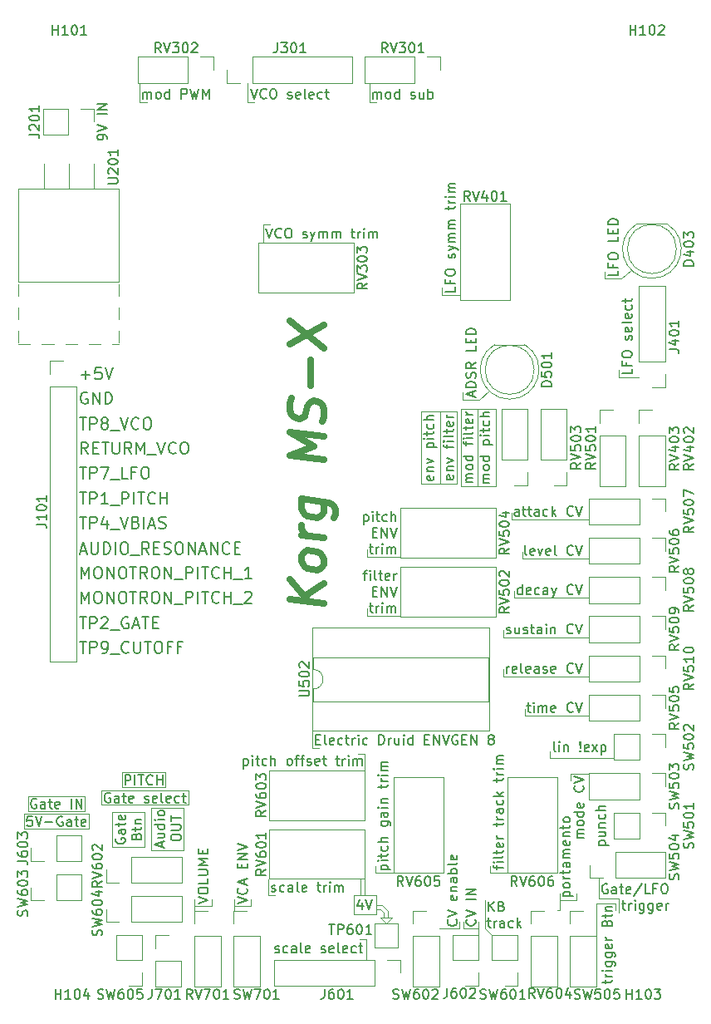
<source format=gto>
G04 #@! TF.GenerationSoftware,KiCad,Pcbnew,(5.1.9)-1*
G04 #@! TF.CreationDate,2021-08-28T00:29:07+02:00*
G04 #@! TF.ProjectId,pcb,7063622e-6b69-4636-9164-5f7063625858,Rev. A*
G04 #@! TF.SameCoordinates,Original*
G04 #@! TF.FileFunction,Legend,Top*
G04 #@! TF.FilePolarity,Positive*
%FSLAX46Y46*%
G04 Gerber Fmt 4.6, Leading zero omitted, Abs format (unit mm)*
G04 Created by KiCad (PCBNEW (5.1.9)-1) date 2021-08-28 00:29:07*
%MOMM*%
%LPD*%
G01*
G04 APERTURE LIST*
%ADD10C,0.120000*%
%ADD11C,0.150000*%
%ADD12C,0.200000*%
%ADD13C,0.700000*%
%ADD14C,1.440000*%
%ADD15O,1.700000X1.700000*%
%ADD16R,1.700000X1.700000*%
%ADD17O,1.600000X2.400000*%
%ADD18R,1.600000X2.400000*%
%ADD19C,1.800000*%
%ADD20R,1.800000X1.800000*%
%ADD21C,0.800000*%
%ADD22C,6.400000*%
%ADD23O,1.905000X2.000000*%
%ADD24R,1.905000X2.000000*%
%ADD25O,3.500000X3.500000*%
%ADD26R,2.000000X2.000000*%
G04 APERTURE END LIST*
D10*
X145800000Y-142500000D02*
X147300000Y-142500000D01*
X136200000Y-58300000D02*
X136200000Y-56400000D01*
X136900000Y-58300000D02*
X136200000Y-58300000D01*
X123800000Y-58300000D02*
X123800000Y-56400000D01*
X124500000Y-58300000D02*
X123800000Y-58300000D01*
X112800000Y-58300000D02*
X112800000Y-56400000D01*
X113500000Y-58300000D02*
X112800000Y-58300000D01*
X125380000Y-70790000D02*
X125380000Y-72590000D01*
X125380000Y-70790000D02*
X126080000Y-70790000D01*
X143590000Y-77920000D02*
X145390000Y-77920000D01*
X143590000Y-77920000D02*
X143590000Y-77220000D01*
X161900000Y-76300000D02*
X162900000Y-75400000D01*
X160200000Y-76300000D02*
X161900000Y-76300000D01*
X160200000Y-75600000D02*
X160200000Y-76300000D01*
X161600000Y-86300000D02*
X163700000Y-86300000D01*
X161600000Y-85600000D02*
X161600000Y-86300000D01*
D11*
X136576190Y-57952380D02*
X136576190Y-57285714D01*
X136576190Y-57380952D02*
X136623809Y-57333333D01*
X136719047Y-57285714D01*
X136861904Y-57285714D01*
X136957142Y-57333333D01*
X137004761Y-57428571D01*
X137004761Y-57952380D01*
X137004761Y-57428571D02*
X137052380Y-57333333D01*
X137147619Y-57285714D01*
X137290476Y-57285714D01*
X137385714Y-57333333D01*
X137433333Y-57428571D01*
X137433333Y-57952380D01*
X138052380Y-57952380D02*
X137957142Y-57904761D01*
X137909523Y-57857142D01*
X137861904Y-57761904D01*
X137861904Y-57476190D01*
X137909523Y-57380952D01*
X137957142Y-57333333D01*
X138052380Y-57285714D01*
X138195238Y-57285714D01*
X138290476Y-57333333D01*
X138338095Y-57380952D01*
X138385714Y-57476190D01*
X138385714Y-57761904D01*
X138338095Y-57857142D01*
X138290476Y-57904761D01*
X138195238Y-57952380D01*
X138052380Y-57952380D01*
X139242857Y-57952380D02*
X139242857Y-56952380D01*
X139242857Y-57904761D02*
X139147619Y-57952380D01*
X138957142Y-57952380D01*
X138861904Y-57904761D01*
X138814285Y-57857142D01*
X138766666Y-57761904D01*
X138766666Y-57476190D01*
X138814285Y-57380952D01*
X138861904Y-57333333D01*
X138957142Y-57285714D01*
X139147619Y-57285714D01*
X139242857Y-57333333D01*
X140433333Y-57904761D02*
X140528571Y-57952380D01*
X140719047Y-57952380D01*
X140814285Y-57904761D01*
X140861904Y-57809523D01*
X140861904Y-57761904D01*
X140814285Y-57666666D01*
X140719047Y-57619047D01*
X140576190Y-57619047D01*
X140480952Y-57571428D01*
X140433333Y-57476190D01*
X140433333Y-57428571D01*
X140480952Y-57333333D01*
X140576190Y-57285714D01*
X140719047Y-57285714D01*
X140814285Y-57333333D01*
X141719047Y-57285714D02*
X141719047Y-57952380D01*
X141290476Y-57285714D02*
X141290476Y-57809523D01*
X141338095Y-57904761D01*
X141433333Y-57952380D01*
X141576190Y-57952380D01*
X141671428Y-57904761D01*
X141719047Y-57857142D01*
X142195238Y-57952380D02*
X142195238Y-56952380D01*
X142195238Y-57333333D02*
X142290476Y-57285714D01*
X142480952Y-57285714D01*
X142576190Y-57333333D01*
X142623809Y-57380952D01*
X142671428Y-57476190D01*
X142671428Y-57761904D01*
X142623809Y-57857142D01*
X142576190Y-57904761D01*
X142480952Y-57952380D01*
X142290476Y-57952380D01*
X142195238Y-57904761D01*
X124123809Y-56952380D02*
X124457142Y-57952380D01*
X124790476Y-56952380D01*
X125695238Y-57857142D02*
X125647619Y-57904761D01*
X125504761Y-57952380D01*
X125409523Y-57952380D01*
X125266666Y-57904761D01*
X125171428Y-57809523D01*
X125123809Y-57714285D01*
X125076190Y-57523809D01*
X125076190Y-57380952D01*
X125123809Y-57190476D01*
X125171428Y-57095238D01*
X125266666Y-57000000D01*
X125409523Y-56952380D01*
X125504761Y-56952380D01*
X125647619Y-57000000D01*
X125695238Y-57047619D01*
X126314285Y-56952380D02*
X126504761Y-56952380D01*
X126600000Y-57000000D01*
X126695238Y-57095238D01*
X126742857Y-57285714D01*
X126742857Y-57619047D01*
X126695238Y-57809523D01*
X126600000Y-57904761D01*
X126504761Y-57952380D01*
X126314285Y-57952380D01*
X126219047Y-57904761D01*
X126123809Y-57809523D01*
X126076190Y-57619047D01*
X126076190Y-57285714D01*
X126123809Y-57095238D01*
X126219047Y-57000000D01*
X126314285Y-56952380D01*
X127885714Y-57904761D02*
X127980952Y-57952380D01*
X128171428Y-57952380D01*
X128266666Y-57904761D01*
X128314285Y-57809523D01*
X128314285Y-57761904D01*
X128266666Y-57666666D01*
X128171428Y-57619047D01*
X128028571Y-57619047D01*
X127933333Y-57571428D01*
X127885714Y-57476190D01*
X127885714Y-57428571D01*
X127933333Y-57333333D01*
X128028571Y-57285714D01*
X128171428Y-57285714D01*
X128266666Y-57333333D01*
X129123809Y-57904761D02*
X129028571Y-57952380D01*
X128838095Y-57952380D01*
X128742857Y-57904761D01*
X128695238Y-57809523D01*
X128695238Y-57428571D01*
X128742857Y-57333333D01*
X128838095Y-57285714D01*
X129028571Y-57285714D01*
X129123809Y-57333333D01*
X129171428Y-57428571D01*
X129171428Y-57523809D01*
X128695238Y-57619047D01*
X129742857Y-57952380D02*
X129647619Y-57904761D01*
X129600000Y-57809523D01*
X129600000Y-56952380D01*
X130504761Y-57904761D02*
X130409523Y-57952380D01*
X130219047Y-57952380D01*
X130123809Y-57904761D01*
X130076190Y-57809523D01*
X130076190Y-57428571D01*
X130123809Y-57333333D01*
X130219047Y-57285714D01*
X130409523Y-57285714D01*
X130504761Y-57333333D01*
X130552380Y-57428571D01*
X130552380Y-57523809D01*
X130076190Y-57619047D01*
X131409523Y-57904761D02*
X131314285Y-57952380D01*
X131123809Y-57952380D01*
X131028571Y-57904761D01*
X130980952Y-57857142D01*
X130933333Y-57761904D01*
X130933333Y-57476190D01*
X130980952Y-57380952D01*
X131028571Y-57333333D01*
X131123809Y-57285714D01*
X131314285Y-57285714D01*
X131409523Y-57333333D01*
X131695238Y-57285714D02*
X132076190Y-57285714D01*
X131838095Y-56952380D02*
X131838095Y-57809523D01*
X131885714Y-57904761D01*
X131980952Y-57952380D01*
X132076190Y-57952380D01*
X113142857Y-57952380D02*
X113142857Y-57285714D01*
X113142857Y-57380952D02*
X113190476Y-57333333D01*
X113285714Y-57285714D01*
X113428571Y-57285714D01*
X113523809Y-57333333D01*
X113571428Y-57428571D01*
X113571428Y-57952380D01*
X113571428Y-57428571D02*
X113619047Y-57333333D01*
X113714285Y-57285714D01*
X113857142Y-57285714D01*
X113952380Y-57333333D01*
X114000000Y-57428571D01*
X114000000Y-57952380D01*
X114619047Y-57952380D02*
X114523809Y-57904761D01*
X114476190Y-57857142D01*
X114428571Y-57761904D01*
X114428571Y-57476190D01*
X114476190Y-57380952D01*
X114523809Y-57333333D01*
X114619047Y-57285714D01*
X114761904Y-57285714D01*
X114857142Y-57333333D01*
X114904761Y-57380952D01*
X114952380Y-57476190D01*
X114952380Y-57761904D01*
X114904761Y-57857142D01*
X114857142Y-57904761D01*
X114761904Y-57952380D01*
X114619047Y-57952380D01*
X115809523Y-57952380D02*
X115809523Y-56952380D01*
X115809523Y-57904761D02*
X115714285Y-57952380D01*
X115523809Y-57952380D01*
X115428571Y-57904761D01*
X115380952Y-57857142D01*
X115333333Y-57761904D01*
X115333333Y-57476190D01*
X115380952Y-57380952D01*
X115428571Y-57333333D01*
X115523809Y-57285714D01*
X115714285Y-57285714D01*
X115809523Y-57333333D01*
X117047619Y-57952380D02*
X117047619Y-56952380D01*
X117428571Y-56952380D01*
X117523809Y-57000000D01*
X117571428Y-57047619D01*
X117619047Y-57142857D01*
X117619047Y-57285714D01*
X117571428Y-57380952D01*
X117523809Y-57428571D01*
X117428571Y-57476190D01*
X117047619Y-57476190D01*
X117952380Y-56952380D02*
X118190476Y-57952380D01*
X118380952Y-57238095D01*
X118571428Y-57952380D01*
X118809523Y-56952380D01*
X119190476Y-57952380D02*
X119190476Y-56952380D01*
X119523809Y-57666666D01*
X119857142Y-56952380D01*
X119857142Y-57952380D01*
X125661904Y-71152380D02*
X125995238Y-72152380D01*
X126328571Y-71152380D01*
X127233333Y-72057142D02*
X127185714Y-72104761D01*
X127042857Y-72152380D01*
X126947619Y-72152380D01*
X126804761Y-72104761D01*
X126709523Y-72009523D01*
X126661904Y-71914285D01*
X126614285Y-71723809D01*
X126614285Y-71580952D01*
X126661904Y-71390476D01*
X126709523Y-71295238D01*
X126804761Y-71200000D01*
X126947619Y-71152380D01*
X127042857Y-71152380D01*
X127185714Y-71200000D01*
X127233333Y-71247619D01*
X127852380Y-71152380D02*
X128042857Y-71152380D01*
X128138095Y-71200000D01*
X128233333Y-71295238D01*
X128280952Y-71485714D01*
X128280952Y-71819047D01*
X128233333Y-72009523D01*
X128138095Y-72104761D01*
X128042857Y-72152380D01*
X127852380Y-72152380D01*
X127757142Y-72104761D01*
X127661904Y-72009523D01*
X127614285Y-71819047D01*
X127614285Y-71485714D01*
X127661904Y-71295238D01*
X127757142Y-71200000D01*
X127852380Y-71152380D01*
X129423809Y-72104761D02*
X129519047Y-72152380D01*
X129709523Y-72152380D01*
X129804761Y-72104761D01*
X129852380Y-72009523D01*
X129852380Y-71961904D01*
X129804761Y-71866666D01*
X129709523Y-71819047D01*
X129566666Y-71819047D01*
X129471428Y-71771428D01*
X129423809Y-71676190D01*
X129423809Y-71628571D01*
X129471428Y-71533333D01*
X129566666Y-71485714D01*
X129709523Y-71485714D01*
X129804761Y-71533333D01*
X130185714Y-71485714D02*
X130423809Y-72152380D01*
X130661904Y-71485714D02*
X130423809Y-72152380D01*
X130328571Y-72390476D01*
X130280952Y-72438095D01*
X130185714Y-72485714D01*
X131042857Y-72152380D02*
X131042857Y-71485714D01*
X131042857Y-71580952D02*
X131090476Y-71533333D01*
X131185714Y-71485714D01*
X131328571Y-71485714D01*
X131423809Y-71533333D01*
X131471428Y-71628571D01*
X131471428Y-72152380D01*
X131471428Y-71628571D02*
X131519047Y-71533333D01*
X131614285Y-71485714D01*
X131757142Y-71485714D01*
X131852380Y-71533333D01*
X131900000Y-71628571D01*
X131900000Y-72152380D01*
X132376190Y-72152380D02*
X132376190Y-71485714D01*
X132376190Y-71580952D02*
X132423809Y-71533333D01*
X132519047Y-71485714D01*
X132661904Y-71485714D01*
X132757142Y-71533333D01*
X132804761Y-71628571D01*
X132804761Y-72152380D01*
X132804761Y-71628571D02*
X132852380Y-71533333D01*
X132947619Y-71485714D01*
X133090476Y-71485714D01*
X133185714Y-71533333D01*
X133233333Y-71628571D01*
X133233333Y-72152380D01*
X134328571Y-71485714D02*
X134709523Y-71485714D01*
X134471428Y-71152380D02*
X134471428Y-72009523D01*
X134519047Y-72104761D01*
X134614285Y-72152380D01*
X134709523Y-72152380D01*
X135042857Y-72152380D02*
X135042857Y-71485714D01*
X135042857Y-71676190D02*
X135090476Y-71580952D01*
X135138095Y-71533333D01*
X135233333Y-71485714D01*
X135328571Y-71485714D01*
X135661904Y-72152380D02*
X135661904Y-71485714D01*
X135661904Y-71152380D02*
X135614285Y-71200000D01*
X135661904Y-71247619D01*
X135709523Y-71200000D01*
X135661904Y-71152380D01*
X135661904Y-71247619D01*
X136138095Y-72152380D02*
X136138095Y-71485714D01*
X136138095Y-71580952D02*
X136185714Y-71533333D01*
X136280952Y-71485714D01*
X136423809Y-71485714D01*
X136519047Y-71533333D01*
X136566666Y-71628571D01*
X136566666Y-72152380D01*
X136566666Y-71628571D02*
X136614285Y-71533333D01*
X136709523Y-71485714D01*
X136852380Y-71485714D01*
X136947619Y-71533333D01*
X136995238Y-71628571D01*
X136995238Y-72152380D01*
X144952380Y-77123809D02*
X144952380Y-77600000D01*
X143952380Y-77600000D01*
X144428571Y-76457142D02*
X144428571Y-76790476D01*
X144952380Y-76790476D02*
X143952380Y-76790476D01*
X143952380Y-76314285D01*
X143952380Y-75742857D02*
X143952380Y-75552380D01*
X144000000Y-75457142D01*
X144095238Y-75361904D01*
X144285714Y-75314285D01*
X144619047Y-75314285D01*
X144809523Y-75361904D01*
X144904761Y-75457142D01*
X144952380Y-75552380D01*
X144952380Y-75742857D01*
X144904761Y-75838095D01*
X144809523Y-75933333D01*
X144619047Y-75980952D01*
X144285714Y-75980952D01*
X144095238Y-75933333D01*
X144000000Y-75838095D01*
X143952380Y-75742857D01*
X144904761Y-74171428D02*
X144952380Y-74076190D01*
X144952380Y-73885714D01*
X144904761Y-73790476D01*
X144809523Y-73742857D01*
X144761904Y-73742857D01*
X144666666Y-73790476D01*
X144619047Y-73885714D01*
X144619047Y-74028571D01*
X144571428Y-74123809D01*
X144476190Y-74171428D01*
X144428571Y-74171428D01*
X144333333Y-74123809D01*
X144285714Y-74028571D01*
X144285714Y-73885714D01*
X144333333Y-73790476D01*
X144285714Y-73409523D02*
X144952380Y-73171428D01*
X144285714Y-72933333D02*
X144952380Y-73171428D01*
X145190476Y-73266666D01*
X145238095Y-73314285D01*
X145285714Y-73409523D01*
X144952380Y-72552380D02*
X144285714Y-72552380D01*
X144380952Y-72552380D02*
X144333333Y-72504761D01*
X144285714Y-72409523D01*
X144285714Y-72266666D01*
X144333333Y-72171428D01*
X144428571Y-72123809D01*
X144952380Y-72123809D01*
X144428571Y-72123809D02*
X144333333Y-72076190D01*
X144285714Y-71980952D01*
X144285714Y-71838095D01*
X144333333Y-71742857D01*
X144428571Y-71695238D01*
X144952380Y-71695238D01*
X144952380Y-71219047D02*
X144285714Y-71219047D01*
X144380952Y-71219047D02*
X144333333Y-71171428D01*
X144285714Y-71076190D01*
X144285714Y-70933333D01*
X144333333Y-70838095D01*
X144428571Y-70790476D01*
X144952380Y-70790476D01*
X144428571Y-70790476D02*
X144333333Y-70742857D01*
X144285714Y-70647619D01*
X144285714Y-70504761D01*
X144333333Y-70409523D01*
X144428571Y-70361904D01*
X144952380Y-70361904D01*
X144285714Y-69266666D02*
X144285714Y-68885714D01*
X143952380Y-69123809D02*
X144809523Y-69123809D01*
X144904761Y-69076190D01*
X144952380Y-68980952D01*
X144952380Y-68885714D01*
X144952380Y-68552380D02*
X144285714Y-68552380D01*
X144476190Y-68552380D02*
X144380952Y-68504761D01*
X144333333Y-68457142D01*
X144285714Y-68361904D01*
X144285714Y-68266666D01*
X144952380Y-67933333D02*
X144285714Y-67933333D01*
X143952380Y-67933333D02*
X144000000Y-67980952D01*
X144047619Y-67933333D01*
X144000000Y-67885714D01*
X143952380Y-67933333D01*
X144047619Y-67933333D01*
X144952380Y-67457142D02*
X144285714Y-67457142D01*
X144380952Y-67457142D02*
X144333333Y-67409523D01*
X144285714Y-67314285D01*
X144285714Y-67171428D01*
X144333333Y-67076190D01*
X144428571Y-67028571D01*
X144952380Y-67028571D01*
X144428571Y-67028571D02*
X144333333Y-66980952D01*
X144285714Y-66885714D01*
X144285714Y-66742857D01*
X144333333Y-66647619D01*
X144428571Y-66600000D01*
X144952380Y-66600000D01*
X161552380Y-75480952D02*
X161552380Y-75957142D01*
X160552380Y-75957142D01*
X161028571Y-74814285D02*
X161028571Y-75147619D01*
X161552380Y-75147619D02*
X160552380Y-75147619D01*
X160552380Y-74671428D01*
X160552380Y-74100000D02*
X160552380Y-73909523D01*
X160600000Y-73814285D01*
X160695238Y-73719047D01*
X160885714Y-73671428D01*
X161219047Y-73671428D01*
X161409523Y-73719047D01*
X161504761Y-73814285D01*
X161552380Y-73909523D01*
X161552380Y-74100000D01*
X161504761Y-74195238D01*
X161409523Y-74290476D01*
X161219047Y-74338095D01*
X160885714Y-74338095D01*
X160695238Y-74290476D01*
X160600000Y-74195238D01*
X160552380Y-74100000D01*
X161552380Y-72004761D02*
X161552380Y-72480952D01*
X160552380Y-72480952D01*
X161028571Y-71671428D02*
X161028571Y-71338095D01*
X161552380Y-71195238D02*
X161552380Y-71671428D01*
X160552380Y-71671428D01*
X160552380Y-71195238D01*
X161552380Y-70766666D02*
X160552380Y-70766666D01*
X160552380Y-70528571D01*
X160600000Y-70385714D01*
X160695238Y-70290476D01*
X160790476Y-70242857D01*
X160980952Y-70195238D01*
X161123809Y-70195238D01*
X161314285Y-70242857D01*
X161409523Y-70290476D01*
X161504761Y-70385714D01*
X161552380Y-70528571D01*
X161552380Y-70766666D01*
X162952380Y-85461904D02*
X162952380Y-85938095D01*
X161952380Y-85938095D01*
X162428571Y-84795238D02*
X162428571Y-85128571D01*
X162952380Y-85128571D02*
X161952380Y-85128571D01*
X161952380Y-84652380D01*
X161952380Y-84080952D02*
X161952380Y-83890476D01*
X162000000Y-83795238D01*
X162095238Y-83700000D01*
X162285714Y-83652380D01*
X162619047Y-83652380D01*
X162809523Y-83700000D01*
X162904761Y-83795238D01*
X162952380Y-83890476D01*
X162952380Y-84080952D01*
X162904761Y-84176190D01*
X162809523Y-84271428D01*
X162619047Y-84319047D01*
X162285714Y-84319047D01*
X162095238Y-84271428D01*
X162000000Y-84176190D01*
X161952380Y-84080952D01*
X162904761Y-82509523D02*
X162952380Y-82414285D01*
X162952380Y-82223809D01*
X162904761Y-82128571D01*
X162809523Y-82080952D01*
X162761904Y-82080952D01*
X162666666Y-82128571D01*
X162619047Y-82223809D01*
X162619047Y-82366666D01*
X162571428Y-82461904D01*
X162476190Y-82509523D01*
X162428571Y-82509523D01*
X162333333Y-82461904D01*
X162285714Y-82366666D01*
X162285714Y-82223809D01*
X162333333Y-82128571D01*
X162904761Y-81271428D02*
X162952380Y-81366666D01*
X162952380Y-81557142D01*
X162904761Y-81652380D01*
X162809523Y-81700000D01*
X162428571Y-81700000D01*
X162333333Y-81652380D01*
X162285714Y-81557142D01*
X162285714Y-81366666D01*
X162333333Y-81271428D01*
X162428571Y-81223809D01*
X162523809Y-81223809D01*
X162619047Y-81700000D01*
X162952380Y-80652380D02*
X162904761Y-80747619D01*
X162809523Y-80795238D01*
X161952380Y-80795238D01*
X162904761Y-79890476D02*
X162952380Y-79985714D01*
X162952380Y-80176190D01*
X162904761Y-80271428D01*
X162809523Y-80319047D01*
X162428571Y-80319047D01*
X162333333Y-80271428D01*
X162285714Y-80176190D01*
X162285714Y-79985714D01*
X162333333Y-79890476D01*
X162428571Y-79842857D01*
X162523809Y-79842857D01*
X162619047Y-80319047D01*
X162904761Y-78985714D02*
X162952380Y-79080952D01*
X162952380Y-79271428D01*
X162904761Y-79366666D01*
X162857142Y-79414285D01*
X162761904Y-79461904D01*
X162476190Y-79461904D01*
X162380952Y-79414285D01*
X162333333Y-79366666D01*
X162285714Y-79271428D01*
X162285714Y-79080952D01*
X162333333Y-78985714D01*
X162285714Y-78700000D02*
X162285714Y-78319047D01*
X161952380Y-78557142D02*
X162809523Y-78557142D01*
X162904761Y-78509523D01*
X162952380Y-78414285D01*
X162952380Y-78319047D01*
D10*
X147400000Y-88600000D02*
X148400000Y-87700000D01*
X145700000Y-88600000D02*
X147400000Y-88600000D01*
X145700000Y-87900000D02*
X145700000Y-88600000D01*
X145100000Y-89800000D02*
X145100000Y-97200000D01*
X145100000Y-97200000D02*
X141500000Y-97200000D01*
X143400000Y-97200000D02*
X143400000Y-89800000D01*
X141500000Y-97200000D02*
X141500000Y-89800000D01*
X141500000Y-89800000D02*
X145100000Y-89800000D01*
X145500000Y-97400000D02*
X145500000Y-89600000D01*
X145500000Y-89600000D02*
X149100000Y-89600000D01*
X147200000Y-97400000D02*
X147200000Y-89600000D01*
X149100000Y-97400000D02*
X145500000Y-97400000D01*
X149100000Y-89600000D02*
X149100000Y-97400000D01*
X136000000Y-104600000D02*
X139300000Y-104600000D01*
X136000000Y-103900000D02*
X136000000Y-104600000D01*
X136000000Y-110600000D02*
X139300000Y-110600000D01*
X136000000Y-109900000D02*
X136000000Y-110600000D01*
X150700000Y-100800000D02*
X158600000Y-100800000D01*
X150700000Y-100100000D02*
X150700000Y-100800000D01*
X151800000Y-104800000D02*
X158600000Y-104800000D01*
X151800000Y-104100000D02*
X151800000Y-104800000D01*
X151000000Y-108800000D02*
X158600000Y-108800000D01*
X151000000Y-108100000D02*
X151000000Y-108800000D01*
X149900000Y-112800000D02*
X158600000Y-112800000D01*
X149900000Y-112100000D02*
X149900000Y-112800000D01*
X149900000Y-116800000D02*
X158600000Y-116800000D01*
X149900000Y-116100000D02*
X149900000Y-116800000D01*
X152100000Y-120800000D02*
X158600000Y-120800000D01*
X152100000Y-120100000D02*
X152100000Y-120800000D01*
X154600000Y-125100000D02*
X161100000Y-125100000D01*
X154600000Y-125100000D02*
X154600000Y-124400000D01*
X156700000Y-126700000D02*
X158600000Y-126700000D01*
X156700000Y-126700000D02*
X156700000Y-127400000D01*
X130400000Y-124100000D02*
X130400000Y-122400000D01*
X131100000Y-124100000D02*
X130400000Y-124100000D01*
X135700000Y-124700000D02*
X135700000Y-126300000D01*
X135000000Y-124700000D02*
X135700000Y-124700000D01*
X155600000Y-140600000D02*
X155600000Y-138900000D01*
X157300000Y-139600000D02*
X157300000Y-138900000D01*
X161300000Y-139900000D02*
X161300000Y-140600000D01*
X148500000Y-136800000D02*
X148500000Y-136100000D01*
X136800000Y-136800000D02*
X136800000Y-136100000D01*
X101400000Y-129000000D02*
X101400000Y-130500000D01*
X101400000Y-130500000D02*
X107200000Y-130500000D01*
X107200000Y-129000000D02*
X101400000Y-129000000D01*
X107200000Y-130500000D02*
X107200000Y-129000000D01*
X101000000Y-130800000D02*
X101000000Y-132300000D01*
X107600000Y-130800000D02*
X101000000Y-130800000D01*
X107600000Y-132300000D02*
X107600000Y-130800000D01*
X101000000Y-132300000D02*
X107600000Y-132300000D01*
X111000000Y-126600000D02*
X111000000Y-128100000D01*
X115400000Y-126600000D02*
X111000000Y-126600000D01*
X115400000Y-128100000D02*
X115400000Y-126600000D01*
X111000000Y-128100000D02*
X115400000Y-128100000D01*
X117800000Y-128400000D02*
X117800000Y-129900000D01*
X108900000Y-128400000D02*
X117800000Y-128400000D01*
X108900000Y-129900000D02*
X108900000Y-128400000D01*
X117800000Y-129900000D02*
X108900000Y-129900000D01*
X114000000Y-130200000D02*
X114000000Y-134500000D01*
X117300000Y-130200000D02*
X114000000Y-130200000D01*
X117300000Y-134500000D02*
X117300000Y-130200000D01*
X114000000Y-134500000D02*
X117300000Y-134500000D01*
X110000000Y-130600000D02*
X110000000Y-134200000D01*
X113300000Y-130600000D02*
X110000000Y-130600000D01*
X113300000Y-134200000D02*
X113300000Y-130600000D01*
X110000000Y-134200000D02*
X113300000Y-134200000D01*
X118400000Y-140200000D02*
X118400000Y-140600000D01*
X120100000Y-140200000D02*
X118400000Y-140200000D01*
X120100000Y-139500000D02*
X120100000Y-140200000D01*
X118400000Y-140200000D02*
X118400000Y-139500000D01*
X122400000Y-140200000D02*
X122400000Y-139500000D01*
X122400000Y-140200000D02*
X122400000Y-140600000D01*
X124100000Y-140200000D02*
X122400000Y-140200000D01*
X124100000Y-139500000D02*
X124100000Y-140200000D01*
X137300000Y-141400000D02*
X138500000Y-141400000D01*
X137500000Y-140100000D02*
X136900000Y-140100000D01*
X138100000Y-140700000D02*
X137500000Y-140100000D01*
X138100000Y-141400000D02*
X138100000Y-140700000D01*
X137300000Y-140500000D02*
X136900000Y-140500000D01*
X137700000Y-140900000D02*
X137300000Y-140500000D01*
X137700000Y-141400000D02*
X137700000Y-140900000D01*
X137900000Y-142000000D02*
X138500000Y-141400000D01*
X137900000Y-142000000D02*
X137300000Y-141400000D01*
X135300000Y-139100000D02*
X135300000Y-137500000D01*
X135700000Y-139100000D02*
X135700000Y-137500000D01*
X134600000Y-141000000D02*
X134600000Y-139100000D01*
X136900000Y-141000000D02*
X134600000Y-141000000D01*
X136900000Y-139100000D02*
X136900000Y-141000000D01*
X134600000Y-139100000D02*
X136900000Y-139100000D01*
X125900000Y-139100000D02*
X126600000Y-139100000D01*
X125900000Y-137500000D02*
X125900000Y-139100000D01*
X136800000Y-136800000D02*
X138600000Y-136800000D01*
X135900000Y-143600000D02*
X135900000Y-145600000D01*
X135200000Y-143600000D02*
X135900000Y-143600000D01*
X159600000Y-139400000D02*
X159600000Y-137400000D01*
X161600000Y-139400000D02*
X159600000Y-139400000D01*
X161600000Y-140900000D02*
X161600000Y-139400000D01*
X148000000Y-142500000D02*
X148000000Y-139600000D01*
X148670000Y-143130000D02*
X148000000Y-142500000D01*
X161300000Y-139900000D02*
X159300000Y-139900000D01*
X159300000Y-143200000D02*
X159300000Y-139900000D01*
X150200000Y-136800000D02*
X148500000Y-136800000D01*
X145800000Y-141800000D02*
X145800000Y-142500000D01*
X147300000Y-143100000D02*
X147300000Y-141800000D01*
X145400000Y-142500000D02*
X143300000Y-142500000D01*
X145400000Y-141800000D02*
X145400000Y-142500000D01*
X157300000Y-139600000D02*
X155600000Y-139600000D01*
X155330000Y-140600000D02*
X155600000Y-140600000D01*
D11*
X155985714Y-139200000D02*
X156985714Y-139200000D01*
X156033333Y-139200000D02*
X155985714Y-139104761D01*
X155985714Y-138914285D01*
X156033333Y-138819047D01*
X156080952Y-138771428D01*
X156176190Y-138723809D01*
X156461904Y-138723809D01*
X156557142Y-138771428D01*
X156604761Y-138819047D01*
X156652380Y-138914285D01*
X156652380Y-139104761D01*
X156604761Y-139200000D01*
X156652380Y-138152380D02*
X156604761Y-138247619D01*
X156557142Y-138295238D01*
X156461904Y-138342857D01*
X156176190Y-138342857D01*
X156080952Y-138295238D01*
X156033333Y-138247619D01*
X155985714Y-138152380D01*
X155985714Y-138009523D01*
X156033333Y-137914285D01*
X156080952Y-137866666D01*
X156176190Y-137819047D01*
X156461904Y-137819047D01*
X156557142Y-137866666D01*
X156604761Y-137914285D01*
X156652380Y-138009523D01*
X156652380Y-138152380D01*
X156652380Y-137390476D02*
X155985714Y-137390476D01*
X156176190Y-137390476D02*
X156080952Y-137342857D01*
X156033333Y-137295238D01*
X155985714Y-137200000D01*
X155985714Y-137104761D01*
X155985714Y-136914285D02*
X155985714Y-136533333D01*
X155652380Y-136771428D02*
X156509523Y-136771428D01*
X156604761Y-136723809D01*
X156652380Y-136628571D01*
X156652380Y-136533333D01*
X156652380Y-135771428D02*
X156128571Y-135771428D01*
X156033333Y-135819047D01*
X155985714Y-135914285D01*
X155985714Y-136104761D01*
X156033333Y-136200000D01*
X156604761Y-135771428D02*
X156652380Y-135866666D01*
X156652380Y-136104761D01*
X156604761Y-136200000D01*
X156509523Y-136247619D01*
X156414285Y-136247619D01*
X156319047Y-136200000D01*
X156271428Y-136104761D01*
X156271428Y-135866666D01*
X156223809Y-135771428D01*
X156652380Y-135295238D02*
X155985714Y-135295238D01*
X156080952Y-135295238D02*
X156033333Y-135247619D01*
X155985714Y-135152380D01*
X155985714Y-135009523D01*
X156033333Y-134914285D01*
X156128571Y-134866666D01*
X156652380Y-134866666D01*
X156128571Y-134866666D02*
X156033333Y-134819047D01*
X155985714Y-134723809D01*
X155985714Y-134580952D01*
X156033333Y-134485714D01*
X156128571Y-134438095D01*
X156652380Y-134438095D01*
X156604761Y-133580952D02*
X156652380Y-133676190D01*
X156652380Y-133866666D01*
X156604761Y-133961904D01*
X156509523Y-134009523D01*
X156128571Y-134009523D01*
X156033333Y-133961904D01*
X155985714Y-133866666D01*
X155985714Y-133676190D01*
X156033333Y-133580952D01*
X156128571Y-133533333D01*
X156223809Y-133533333D01*
X156319047Y-134009523D01*
X155985714Y-133104761D02*
X156652380Y-133104761D01*
X156080952Y-133104761D02*
X156033333Y-133057142D01*
X155985714Y-132961904D01*
X155985714Y-132819047D01*
X156033333Y-132723809D01*
X156128571Y-132676190D01*
X156652380Y-132676190D01*
X155985714Y-132342857D02*
X155985714Y-131961904D01*
X155652380Y-132200000D02*
X156509523Y-132200000D01*
X156604761Y-132152380D01*
X156652380Y-132057142D01*
X156652380Y-131961904D01*
X156652380Y-131485714D02*
X156604761Y-131580952D01*
X156557142Y-131628571D01*
X156461904Y-131676190D01*
X156176190Y-131676190D01*
X156080952Y-131628571D01*
X156033333Y-131580952D01*
X155985714Y-131485714D01*
X155985714Y-131342857D01*
X156033333Y-131247619D01*
X156080952Y-131200000D01*
X156176190Y-131152380D01*
X156461904Y-131152380D01*
X156557142Y-131200000D01*
X156604761Y-131247619D01*
X156652380Y-131342857D01*
X156652380Y-131485714D01*
X130752380Y-123228571D02*
X131085714Y-123228571D01*
X131228571Y-123752380D02*
X130752380Y-123752380D01*
X130752380Y-122752380D01*
X131228571Y-122752380D01*
X131800000Y-123752380D02*
X131704761Y-123704761D01*
X131657142Y-123609523D01*
X131657142Y-122752380D01*
X132561904Y-123704761D02*
X132466666Y-123752380D01*
X132276190Y-123752380D01*
X132180952Y-123704761D01*
X132133333Y-123609523D01*
X132133333Y-123228571D01*
X132180952Y-123133333D01*
X132276190Y-123085714D01*
X132466666Y-123085714D01*
X132561904Y-123133333D01*
X132609523Y-123228571D01*
X132609523Y-123323809D01*
X132133333Y-123419047D01*
X133466666Y-123704761D02*
X133371428Y-123752380D01*
X133180952Y-123752380D01*
X133085714Y-123704761D01*
X133038095Y-123657142D01*
X132990476Y-123561904D01*
X132990476Y-123276190D01*
X133038095Y-123180952D01*
X133085714Y-123133333D01*
X133180952Y-123085714D01*
X133371428Y-123085714D01*
X133466666Y-123133333D01*
X133752380Y-123085714D02*
X134133333Y-123085714D01*
X133895238Y-122752380D02*
X133895238Y-123609523D01*
X133942857Y-123704761D01*
X134038095Y-123752380D01*
X134133333Y-123752380D01*
X134466666Y-123752380D02*
X134466666Y-123085714D01*
X134466666Y-123276190D02*
X134514285Y-123180952D01*
X134561904Y-123133333D01*
X134657142Y-123085714D01*
X134752380Y-123085714D01*
X135085714Y-123752380D02*
X135085714Y-123085714D01*
X135085714Y-122752380D02*
X135038095Y-122800000D01*
X135085714Y-122847619D01*
X135133333Y-122800000D01*
X135085714Y-122752380D01*
X135085714Y-122847619D01*
X135990476Y-123704761D02*
X135895238Y-123752380D01*
X135704761Y-123752380D01*
X135609523Y-123704761D01*
X135561904Y-123657142D01*
X135514285Y-123561904D01*
X135514285Y-123276190D01*
X135561904Y-123180952D01*
X135609523Y-123133333D01*
X135704761Y-123085714D01*
X135895238Y-123085714D01*
X135990476Y-123133333D01*
X137180952Y-123752380D02*
X137180952Y-122752380D01*
X137419047Y-122752380D01*
X137561904Y-122800000D01*
X137657142Y-122895238D01*
X137704761Y-122990476D01*
X137752380Y-123180952D01*
X137752380Y-123323809D01*
X137704761Y-123514285D01*
X137657142Y-123609523D01*
X137561904Y-123704761D01*
X137419047Y-123752380D01*
X137180952Y-123752380D01*
X138180952Y-123752380D02*
X138180952Y-123085714D01*
X138180952Y-123276190D02*
X138228571Y-123180952D01*
X138276190Y-123133333D01*
X138371428Y-123085714D01*
X138466666Y-123085714D01*
X139228571Y-123085714D02*
X139228571Y-123752380D01*
X138800000Y-123085714D02*
X138800000Y-123609523D01*
X138847619Y-123704761D01*
X138942857Y-123752380D01*
X139085714Y-123752380D01*
X139180952Y-123704761D01*
X139228571Y-123657142D01*
X139704761Y-123752380D02*
X139704761Y-123085714D01*
X139704761Y-122752380D02*
X139657142Y-122800000D01*
X139704761Y-122847619D01*
X139752380Y-122800000D01*
X139704761Y-122752380D01*
X139704761Y-122847619D01*
X140609523Y-123752380D02*
X140609523Y-122752380D01*
X140609523Y-123704761D02*
X140514285Y-123752380D01*
X140323809Y-123752380D01*
X140228571Y-123704761D01*
X140180952Y-123657142D01*
X140133333Y-123561904D01*
X140133333Y-123276190D01*
X140180952Y-123180952D01*
X140228571Y-123133333D01*
X140323809Y-123085714D01*
X140514285Y-123085714D01*
X140609523Y-123133333D01*
X141847619Y-123228571D02*
X142180952Y-123228571D01*
X142323809Y-123752380D02*
X141847619Y-123752380D01*
X141847619Y-122752380D01*
X142323809Y-122752380D01*
X142752380Y-123752380D02*
X142752380Y-122752380D01*
X143323809Y-123752380D01*
X143323809Y-122752380D01*
X143657142Y-122752380D02*
X143990476Y-123752380D01*
X144323809Y-122752380D01*
X145180952Y-122800000D02*
X145085714Y-122752380D01*
X144942857Y-122752380D01*
X144800000Y-122800000D01*
X144704761Y-122895238D01*
X144657142Y-122990476D01*
X144609523Y-123180952D01*
X144609523Y-123323809D01*
X144657142Y-123514285D01*
X144704761Y-123609523D01*
X144800000Y-123704761D01*
X144942857Y-123752380D01*
X145038095Y-123752380D01*
X145180952Y-123704761D01*
X145228571Y-123657142D01*
X145228571Y-123323809D01*
X145038095Y-123323809D01*
X145657142Y-123228571D02*
X145990476Y-123228571D01*
X146133333Y-123752380D02*
X145657142Y-123752380D01*
X145657142Y-122752380D01*
X146133333Y-122752380D01*
X146561904Y-123752380D02*
X146561904Y-122752380D01*
X147133333Y-123752380D01*
X147133333Y-122752380D01*
X148514285Y-123180952D02*
X148419047Y-123133333D01*
X148371428Y-123085714D01*
X148323809Y-122990476D01*
X148323809Y-122942857D01*
X148371428Y-122847619D01*
X148419047Y-122800000D01*
X148514285Y-122752380D01*
X148704761Y-122752380D01*
X148800000Y-122800000D01*
X148847619Y-122847619D01*
X148895238Y-122942857D01*
X148895238Y-122990476D01*
X148847619Y-123085714D01*
X148800000Y-123133333D01*
X148704761Y-123180952D01*
X148514285Y-123180952D01*
X148419047Y-123228571D01*
X148371428Y-123276190D01*
X148323809Y-123371428D01*
X148323809Y-123561904D01*
X148371428Y-123657142D01*
X148419047Y-123704761D01*
X148514285Y-123752380D01*
X148704761Y-123752380D01*
X148800000Y-123704761D01*
X148847619Y-123657142D01*
X148895238Y-123561904D01*
X148895238Y-123371428D01*
X148847619Y-123276190D01*
X148800000Y-123228571D01*
X148704761Y-123180952D01*
X146766666Y-88252380D02*
X146766666Y-87776190D01*
X147052380Y-88347619D02*
X146052380Y-88014285D01*
X147052380Y-87680952D01*
X147052380Y-87347619D02*
X146052380Y-87347619D01*
X146052380Y-87109523D01*
X146100000Y-86966666D01*
X146195238Y-86871428D01*
X146290476Y-86823809D01*
X146480952Y-86776190D01*
X146623809Y-86776190D01*
X146814285Y-86823809D01*
X146909523Y-86871428D01*
X147004761Y-86966666D01*
X147052380Y-87109523D01*
X147052380Y-87347619D01*
X147004761Y-86395238D02*
X147052380Y-86252380D01*
X147052380Y-86014285D01*
X147004761Y-85919047D01*
X146957142Y-85871428D01*
X146861904Y-85823809D01*
X146766666Y-85823809D01*
X146671428Y-85871428D01*
X146623809Y-85919047D01*
X146576190Y-86014285D01*
X146528571Y-86204761D01*
X146480952Y-86300000D01*
X146433333Y-86347619D01*
X146338095Y-86395238D01*
X146242857Y-86395238D01*
X146147619Y-86347619D01*
X146100000Y-86300000D01*
X146052380Y-86204761D01*
X146052380Y-85966666D01*
X146100000Y-85823809D01*
X147052380Y-84823809D02*
X146576190Y-85157142D01*
X147052380Y-85395238D02*
X146052380Y-85395238D01*
X146052380Y-85014285D01*
X146100000Y-84919047D01*
X146147619Y-84871428D01*
X146242857Y-84823809D01*
X146385714Y-84823809D01*
X146480952Y-84871428D01*
X146528571Y-84919047D01*
X146576190Y-85014285D01*
X146576190Y-85395238D01*
X147052380Y-83157142D02*
X147052380Y-83633333D01*
X146052380Y-83633333D01*
X146528571Y-82823809D02*
X146528571Y-82490476D01*
X147052380Y-82347619D02*
X147052380Y-82823809D01*
X146052380Y-82823809D01*
X146052380Y-82347619D01*
X147052380Y-81919047D02*
X146052380Y-81919047D01*
X146052380Y-81680952D01*
X146100000Y-81538095D01*
X146195238Y-81442857D01*
X146290476Y-81395238D01*
X146480952Y-81347619D01*
X146623809Y-81347619D01*
X146814285Y-81395238D01*
X146909523Y-81442857D01*
X147004761Y-81538095D01*
X147052380Y-81680952D01*
X147052380Y-81919047D01*
X142704761Y-96380952D02*
X142752380Y-96476190D01*
X142752380Y-96666666D01*
X142704761Y-96761904D01*
X142609523Y-96809523D01*
X142228571Y-96809523D01*
X142133333Y-96761904D01*
X142085714Y-96666666D01*
X142085714Y-96476190D01*
X142133333Y-96380952D01*
X142228571Y-96333333D01*
X142323809Y-96333333D01*
X142419047Y-96809523D01*
X142085714Y-95904761D02*
X142752380Y-95904761D01*
X142180952Y-95904761D02*
X142133333Y-95857142D01*
X142085714Y-95761904D01*
X142085714Y-95619047D01*
X142133333Y-95523809D01*
X142228571Y-95476190D01*
X142752380Y-95476190D01*
X142085714Y-95095238D02*
X142752380Y-94857142D01*
X142085714Y-94619047D01*
X142085714Y-93476190D02*
X143085714Y-93476190D01*
X142133333Y-93476190D02*
X142085714Y-93380952D01*
X142085714Y-93190476D01*
X142133333Y-93095238D01*
X142180952Y-93047619D01*
X142276190Y-93000000D01*
X142561904Y-93000000D01*
X142657142Y-93047619D01*
X142704761Y-93095238D01*
X142752380Y-93190476D01*
X142752380Y-93380952D01*
X142704761Y-93476190D01*
X142752380Y-92571428D02*
X142085714Y-92571428D01*
X141752380Y-92571428D02*
X141800000Y-92619047D01*
X141847619Y-92571428D01*
X141800000Y-92523809D01*
X141752380Y-92571428D01*
X141847619Y-92571428D01*
X142085714Y-92238095D02*
X142085714Y-91857142D01*
X141752380Y-92095238D02*
X142609523Y-92095238D01*
X142704761Y-92047619D01*
X142752380Y-91952380D01*
X142752380Y-91857142D01*
X142704761Y-91095238D02*
X142752380Y-91190476D01*
X142752380Y-91380952D01*
X142704761Y-91476190D01*
X142657142Y-91523809D01*
X142561904Y-91571428D01*
X142276190Y-91571428D01*
X142180952Y-91523809D01*
X142133333Y-91476190D01*
X142085714Y-91380952D01*
X142085714Y-91190476D01*
X142133333Y-91095238D01*
X142752380Y-90666666D02*
X141752380Y-90666666D01*
X142752380Y-90238095D02*
X142228571Y-90238095D01*
X142133333Y-90285714D01*
X142085714Y-90380952D01*
X142085714Y-90523809D01*
X142133333Y-90619047D01*
X142180952Y-90666666D01*
X144704761Y-96333333D02*
X144752380Y-96428571D01*
X144752380Y-96619047D01*
X144704761Y-96714285D01*
X144609523Y-96761904D01*
X144228571Y-96761904D01*
X144133333Y-96714285D01*
X144085714Y-96619047D01*
X144085714Y-96428571D01*
X144133333Y-96333333D01*
X144228571Y-96285714D01*
X144323809Y-96285714D01*
X144419047Y-96761904D01*
X144085714Y-95857142D02*
X144752380Y-95857142D01*
X144180952Y-95857142D02*
X144133333Y-95809523D01*
X144085714Y-95714285D01*
X144085714Y-95571428D01*
X144133333Y-95476190D01*
X144228571Y-95428571D01*
X144752380Y-95428571D01*
X144085714Y-95047619D02*
X144752380Y-94809523D01*
X144085714Y-94571428D01*
X144085714Y-93571428D02*
X144085714Y-93190476D01*
X144752380Y-93428571D02*
X143895238Y-93428571D01*
X143800000Y-93380952D01*
X143752380Y-93285714D01*
X143752380Y-93190476D01*
X144752380Y-92857142D02*
X144085714Y-92857142D01*
X143752380Y-92857142D02*
X143800000Y-92904761D01*
X143847619Y-92857142D01*
X143800000Y-92809523D01*
X143752380Y-92857142D01*
X143847619Y-92857142D01*
X144752380Y-92238095D02*
X144704761Y-92333333D01*
X144609523Y-92380952D01*
X143752380Y-92380952D01*
X144085714Y-92000000D02*
X144085714Y-91619047D01*
X143752380Y-91857142D02*
X144609523Y-91857142D01*
X144704761Y-91809523D01*
X144752380Y-91714285D01*
X144752380Y-91619047D01*
X144704761Y-90904761D02*
X144752380Y-91000000D01*
X144752380Y-91190476D01*
X144704761Y-91285714D01*
X144609523Y-91333333D01*
X144228571Y-91333333D01*
X144133333Y-91285714D01*
X144085714Y-91190476D01*
X144085714Y-91000000D01*
X144133333Y-90904761D01*
X144228571Y-90857142D01*
X144323809Y-90857142D01*
X144419047Y-91333333D01*
X144752380Y-90428571D02*
X144085714Y-90428571D01*
X144276190Y-90428571D02*
X144180952Y-90380952D01*
X144133333Y-90333333D01*
X144085714Y-90238095D01*
X144085714Y-90142857D01*
X146752380Y-97023809D02*
X146085714Y-97023809D01*
X146180952Y-97023809D02*
X146133333Y-96976190D01*
X146085714Y-96880952D01*
X146085714Y-96738095D01*
X146133333Y-96642857D01*
X146228571Y-96595238D01*
X146752380Y-96595238D01*
X146228571Y-96595238D02*
X146133333Y-96547619D01*
X146085714Y-96452380D01*
X146085714Y-96309523D01*
X146133333Y-96214285D01*
X146228571Y-96166666D01*
X146752380Y-96166666D01*
X146752380Y-95547619D02*
X146704761Y-95642857D01*
X146657142Y-95690476D01*
X146561904Y-95738095D01*
X146276190Y-95738095D01*
X146180952Y-95690476D01*
X146133333Y-95642857D01*
X146085714Y-95547619D01*
X146085714Y-95404761D01*
X146133333Y-95309523D01*
X146180952Y-95261904D01*
X146276190Y-95214285D01*
X146561904Y-95214285D01*
X146657142Y-95261904D01*
X146704761Y-95309523D01*
X146752380Y-95404761D01*
X146752380Y-95547619D01*
X146752380Y-94357142D02*
X145752380Y-94357142D01*
X146704761Y-94357142D02*
X146752380Y-94452380D01*
X146752380Y-94642857D01*
X146704761Y-94738095D01*
X146657142Y-94785714D01*
X146561904Y-94833333D01*
X146276190Y-94833333D01*
X146180952Y-94785714D01*
X146133333Y-94738095D01*
X146085714Y-94642857D01*
X146085714Y-94452380D01*
X146133333Y-94357142D01*
X146085714Y-93261904D02*
X146085714Y-92880952D01*
X146752380Y-93119047D02*
X145895238Y-93119047D01*
X145800000Y-93071428D01*
X145752380Y-92976190D01*
X145752380Y-92880952D01*
X146752380Y-92547619D02*
X146085714Y-92547619D01*
X145752380Y-92547619D02*
X145800000Y-92595238D01*
X145847619Y-92547619D01*
X145800000Y-92500000D01*
X145752380Y-92547619D01*
X145847619Y-92547619D01*
X146752380Y-91928571D02*
X146704761Y-92023809D01*
X146609523Y-92071428D01*
X145752380Y-92071428D01*
X146085714Y-91690476D02*
X146085714Y-91309523D01*
X145752380Y-91547619D02*
X146609523Y-91547619D01*
X146704761Y-91500000D01*
X146752380Y-91404761D01*
X146752380Y-91309523D01*
X146704761Y-90595238D02*
X146752380Y-90690476D01*
X146752380Y-90880952D01*
X146704761Y-90976190D01*
X146609523Y-91023809D01*
X146228571Y-91023809D01*
X146133333Y-90976190D01*
X146085714Y-90880952D01*
X146085714Y-90690476D01*
X146133333Y-90595238D01*
X146228571Y-90547619D01*
X146323809Y-90547619D01*
X146419047Y-91023809D01*
X146752380Y-90119047D02*
X146085714Y-90119047D01*
X146276190Y-90119047D02*
X146180952Y-90071428D01*
X146133333Y-90023809D01*
X146085714Y-89928571D01*
X146085714Y-89833333D01*
X148452380Y-97071428D02*
X147785714Y-97071428D01*
X147880952Y-97071428D02*
X147833333Y-97023809D01*
X147785714Y-96928571D01*
X147785714Y-96785714D01*
X147833333Y-96690476D01*
X147928571Y-96642857D01*
X148452380Y-96642857D01*
X147928571Y-96642857D02*
X147833333Y-96595238D01*
X147785714Y-96500000D01*
X147785714Y-96357142D01*
X147833333Y-96261904D01*
X147928571Y-96214285D01*
X148452380Y-96214285D01*
X148452380Y-95595238D02*
X148404761Y-95690476D01*
X148357142Y-95738095D01*
X148261904Y-95785714D01*
X147976190Y-95785714D01*
X147880952Y-95738095D01*
X147833333Y-95690476D01*
X147785714Y-95595238D01*
X147785714Y-95452380D01*
X147833333Y-95357142D01*
X147880952Y-95309523D01*
X147976190Y-95261904D01*
X148261904Y-95261904D01*
X148357142Y-95309523D01*
X148404761Y-95357142D01*
X148452380Y-95452380D01*
X148452380Y-95595238D01*
X148452380Y-94404761D02*
X147452380Y-94404761D01*
X148404761Y-94404761D02*
X148452380Y-94500000D01*
X148452380Y-94690476D01*
X148404761Y-94785714D01*
X148357142Y-94833333D01*
X148261904Y-94880952D01*
X147976190Y-94880952D01*
X147880952Y-94833333D01*
X147833333Y-94785714D01*
X147785714Y-94690476D01*
X147785714Y-94500000D01*
X147833333Y-94404761D01*
X147785714Y-93166666D02*
X148785714Y-93166666D01*
X147833333Y-93166666D02*
X147785714Y-93071428D01*
X147785714Y-92880952D01*
X147833333Y-92785714D01*
X147880952Y-92738095D01*
X147976190Y-92690476D01*
X148261904Y-92690476D01*
X148357142Y-92738095D01*
X148404761Y-92785714D01*
X148452380Y-92880952D01*
X148452380Y-93071428D01*
X148404761Y-93166666D01*
X148452380Y-92261904D02*
X147785714Y-92261904D01*
X147452380Y-92261904D02*
X147500000Y-92309523D01*
X147547619Y-92261904D01*
X147500000Y-92214285D01*
X147452380Y-92261904D01*
X147547619Y-92261904D01*
X147785714Y-91928571D02*
X147785714Y-91547619D01*
X147452380Y-91785714D02*
X148309523Y-91785714D01*
X148404761Y-91738095D01*
X148452380Y-91642857D01*
X148452380Y-91547619D01*
X148404761Y-90785714D02*
X148452380Y-90880952D01*
X148452380Y-91071428D01*
X148404761Y-91166666D01*
X148357142Y-91214285D01*
X148261904Y-91261904D01*
X147976190Y-91261904D01*
X147880952Y-91214285D01*
X147833333Y-91166666D01*
X147785714Y-91071428D01*
X147785714Y-90880952D01*
X147833333Y-90785714D01*
X148452380Y-90357142D02*
X147452380Y-90357142D01*
X148452380Y-89928571D02*
X147928571Y-89928571D01*
X147833333Y-89976190D01*
X147785714Y-90071428D01*
X147785714Y-90214285D01*
X147833333Y-90309523D01*
X147880952Y-90357142D01*
X135626309Y-100335714D02*
X135626309Y-101335714D01*
X135626309Y-100383333D02*
X135721547Y-100335714D01*
X135912023Y-100335714D01*
X136007261Y-100383333D01*
X136054880Y-100430952D01*
X136102500Y-100526190D01*
X136102500Y-100811904D01*
X136054880Y-100907142D01*
X136007261Y-100954761D01*
X135912023Y-101002380D01*
X135721547Y-101002380D01*
X135626309Y-100954761D01*
X136531071Y-101002380D02*
X136531071Y-100335714D01*
X136531071Y-100002380D02*
X136483452Y-100050000D01*
X136531071Y-100097619D01*
X136578690Y-100050000D01*
X136531071Y-100002380D01*
X136531071Y-100097619D01*
X136864404Y-100335714D02*
X137245357Y-100335714D01*
X137007261Y-100002380D02*
X137007261Y-100859523D01*
X137054880Y-100954761D01*
X137150119Y-101002380D01*
X137245357Y-101002380D01*
X138007261Y-100954761D02*
X137912023Y-101002380D01*
X137721547Y-101002380D01*
X137626309Y-100954761D01*
X137578690Y-100907142D01*
X137531071Y-100811904D01*
X137531071Y-100526190D01*
X137578690Y-100430952D01*
X137626309Y-100383333D01*
X137721547Y-100335714D01*
X137912023Y-100335714D01*
X138007261Y-100383333D01*
X138435833Y-101002380D02*
X138435833Y-100002380D01*
X138864404Y-101002380D02*
X138864404Y-100478571D01*
X138816785Y-100383333D01*
X138721547Y-100335714D01*
X138578690Y-100335714D01*
X138483452Y-100383333D01*
X138435833Y-100430952D01*
X136531071Y-102128571D02*
X136864404Y-102128571D01*
X137007261Y-102652380D02*
X136531071Y-102652380D01*
X136531071Y-101652380D01*
X137007261Y-101652380D01*
X137435833Y-102652380D02*
X137435833Y-101652380D01*
X138007261Y-102652380D01*
X138007261Y-101652380D01*
X138340595Y-101652380D02*
X138673928Y-102652380D01*
X139007261Y-101652380D01*
X136197738Y-103635714D02*
X136578690Y-103635714D01*
X136340595Y-103302380D02*
X136340595Y-104159523D01*
X136388214Y-104254761D01*
X136483452Y-104302380D01*
X136578690Y-104302380D01*
X136912023Y-104302380D02*
X136912023Y-103635714D01*
X136912023Y-103826190D02*
X136959642Y-103730952D01*
X137007261Y-103683333D01*
X137102500Y-103635714D01*
X137197738Y-103635714D01*
X137531071Y-104302380D02*
X137531071Y-103635714D01*
X137531071Y-103302380D02*
X137483452Y-103350000D01*
X137531071Y-103397619D01*
X137578690Y-103350000D01*
X137531071Y-103302380D01*
X137531071Y-103397619D01*
X138007261Y-104302380D02*
X138007261Y-103635714D01*
X138007261Y-103730952D02*
X138054880Y-103683333D01*
X138150119Y-103635714D01*
X138292976Y-103635714D01*
X138388214Y-103683333D01*
X138435833Y-103778571D01*
X138435833Y-104302380D01*
X138435833Y-103778571D02*
X138483452Y-103683333D01*
X138578690Y-103635714D01*
X138721547Y-103635714D01*
X138816785Y-103683333D01*
X138864404Y-103778571D01*
X138864404Y-104302380D01*
X135578690Y-106335714D02*
X135959642Y-106335714D01*
X135721547Y-107002380D02*
X135721547Y-106145238D01*
X135769166Y-106050000D01*
X135864404Y-106002380D01*
X135959642Y-106002380D01*
X136292976Y-107002380D02*
X136292976Y-106335714D01*
X136292976Y-106002380D02*
X136245357Y-106050000D01*
X136292976Y-106097619D01*
X136340595Y-106050000D01*
X136292976Y-106002380D01*
X136292976Y-106097619D01*
X136912023Y-107002380D02*
X136816785Y-106954761D01*
X136769166Y-106859523D01*
X136769166Y-106002380D01*
X137150119Y-106335714D02*
X137531071Y-106335714D01*
X137292976Y-106002380D02*
X137292976Y-106859523D01*
X137340595Y-106954761D01*
X137435833Y-107002380D01*
X137531071Y-107002380D01*
X138245357Y-106954761D02*
X138150119Y-107002380D01*
X137959642Y-107002380D01*
X137864404Y-106954761D01*
X137816785Y-106859523D01*
X137816785Y-106478571D01*
X137864404Y-106383333D01*
X137959642Y-106335714D01*
X138150119Y-106335714D01*
X138245357Y-106383333D01*
X138292976Y-106478571D01*
X138292976Y-106573809D01*
X137816785Y-106669047D01*
X138721547Y-107002380D02*
X138721547Y-106335714D01*
X138721547Y-106526190D02*
X138769166Y-106430952D01*
X138816785Y-106383333D01*
X138912023Y-106335714D01*
X139007261Y-106335714D01*
X136531071Y-108128571D02*
X136864404Y-108128571D01*
X137007261Y-108652380D02*
X136531071Y-108652380D01*
X136531071Y-107652380D01*
X137007261Y-107652380D01*
X137435833Y-108652380D02*
X137435833Y-107652380D01*
X138007261Y-108652380D01*
X138007261Y-107652380D01*
X138340595Y-107652380D02*
X138673928Y-108652380D01*
X139007261Y-107652380D01*
X136197738Y-109635714D02*
X136578690Y-109635714D01*
X136340595Y-109302380D02*
X136340595Y-110159523D01*
X136388214Y-110254761D01*
X136483452Y-110302380D01*
X136578690Y-110302380D01*
X136912023Y-110302380D02*
X136912023Y-109635714D01*
X136912023Y-109826190D02*
X136959642Y-109730952D01*
X137007261Y-109683333D01*
X137102500Y-109635714D01*
X137197738Y-109635714D01*
X137531071Y-110302380D02*
X137531071Y-109635714D01*
X137531071Y-109302380D02*
X137483452Y-109350000D01*
X137531071Y-109397619D01*
X137578690Y-109350000D01*
X137531071Y-109302380D01*
X137531071Y-109397619D01*
X138007261Y-110302380D02*
X138007261Y-109635714D01*
X138007261Y-109730952D02*
X138054880Y-109683333D01*
X138150119Y-109635714D01*
X138292976Y-109635714D01*
X138388214Y-109683333D01*
X138435833Y-109778571D01*
X138435833Y-110302380D01*
X138435833Y-109778571D02*
X138483452Y-109683333D01*
X138578690Y-109635714D01*
X138721547Y-109635714D01*
X138816785Y-109683333D01*
X138864404Y-109778571D01*
X138864404Y-110302380D01*
X151431071Y-100452380D02*
X151431071Y-99928571D01*
X151383452Y-99833333D01*
X151288214Y-99785714D01*
X151097738Y-99785714D01*
X151002500Y-99833333D01*
X151431071Y-100404761D02*
X151335833Y-100452380D01*
X151097738Y-100452380D01*
X151002500Y-100404761D01*
X150954880Y-100309523D01*
X150954880Y-100214285D01*
X151002500Y-100119047D01*
X151097738Y-100071428D01*
X151335833Y-100071428D01*
X151431071Y-100023809D01*
X151764404Y-99785714D02*
X152145357Y-99785714D01*
X151907261Y-99452380D02*
X151907261Y-100309523D01*
X151954880Y-100404761D01*
X152050119Y-100452380D01*
X152145357Y-100452380D01*
X152335833Y-99785714D02*
X152716785Y-99785714D01*
X152478690Y-99452380D02*
X152478690Y-100309523D01*
X152526309Y-100404761D01*
X152621547Y-100452380D01*
X152716785Y-100452380D01*
X153478690Y-100452380D02*
X153478690Y-99928571D01*
X153431071Y-99833333D01*
X153335833Y-99785714D01*
X153145357Y-99785714D01*
X153050119Y-99833333D01*
X153478690Y-100404761D02*
X153383452Y-100452380D01*
X153145357Y-100452380D01*
X153050119Y-100404761D01*
X153002500Y-100309523D01*
X153002500Y-100214285D01*
X153050119Y-100119047D01*
X153145357Y-100071428D01*
X153383452Y-100071428D01*
X153478690Y-100023809D01*
X154383452Y-100404761D02*
X154288214Y-100452380D01*
X154097738Y-100452380D01*
X154002500Y-100404761D01*
X153954880Y-100357142D01*
X153907261Y-100261904D01*
X153907261Y-99976190D01*
X153954880Y-99880952D01*
X154002500Y-99833333D01*
X154097738Y-99785714D01*
X154288214Y-99785714D01*
X154383452Y-99833333D01*
X154812023Y-100452380D02*
X154812023Y-99452380D01*
X154907261Y-100071428D02*
X155192976Y-100452380D01*
X155192976Y-99785714D02*
X154812023Y-100166666D01*
X156954880Y-100357142D02*
X156907261Y-100404761D01*
X156764404Y-100452380D01*
X156669166Y-100452380D01*
X156526309Y-100404761D01*
X156431071Y-100309523D01*
X156383452Y-100214285D01*
X156335833Y-100023809D01*
X156335833Y-99880952D01*
X156383452Y-99690476D01*
X156431071Y-99595238D01*
X156526309Y-99500000D01*
X156669166Y-99452380D01*
X156764404Y-99452380D01*
X156907261Y-99500000D01*
X156954880Y-99547619D01*
X157240595Y-99452380D02*
X157573928Y-100452380D01*
X157907261Y-99452380D01*
X152240595Y-104452380D02*
X152145357Y-104404761D01*
X152097738Y-104309523D01*
X152097738Y-103452380D01*
X153002500Y-104404761D02*
X152907261Y-104452380D01*
X152716785Y-104452380D01*
X152621547Y-104404761D01*
X152573928Y-104309523D01*
X152573928Y-103928571D01*
X152621547Y-103833333D01*
X152716785Y-103785714D01*
X152907261Y-103785714D01*
X153002500Y-103833333D01*
X153050119Y-103928571D01*
X153050119Y-104023809D01*
X152573928Y-104119047D01*
X153383452Y-103785714D02*
X153621547Y-104452380D01*
X153859642Y-103785714D01*
X154621547Y-104404761D02*
X154526309Y-104452380D01*
X154335833Y-104452380D01*
X154240595Y-104404761D01*
X154192976Y-104309523D01*
X154192976Y-103928571D01*
X154240595Y-103833333D01*
X154335833Y-103785714D01*
X154526309Y-103785714D01*
X154621547Y-103833333D01*
X154669166Y-103928571D01*
X154669166Y-104023809D01*
X154192976Y-104119047D01*
X155240595Y-104452380D02*
X155145357Y-104404761D01*
X155097738Y-104309523D01*
X155097738Y-103452380D01*
X156954880Y-104357142D02*
X156907261Y-104404761D01*
X156764404Y-104452380D01*
X156669166Y-104452380D01*
X156526309Y-104404761D01*
X156431071Y-104309523D01*
X156383452Y-104214285D01*
X156335833Y-104023809D01*
X156335833Y-103880952D01*
X156383452Y-103690476D01*
X156431071Y-103595238D01*
X156526309Y-103500000D01*
X156669166Y-103452380D01*
X156764404Y-103452380D01*
X156907261Y-103500000D01*
X156954880Y-103547619D01*
X157240595Y-103452380D02*
X157573928Y-104452380D01*
X157907261Y-103452380D01*
X151764404Y-108452380D02*
X151764404Y-107452380D01*
X151764404Y-108404761D02*
X151669166Y-108452380D01*
X151478690Y-108452380D01*
X151383452Y-108404761D01*
X151335833Y-108357142D01*
X151288214Y-108261904D01*
X151288214Y-107976190D01*
X151335833Y-107880952D01*
X151383452Y-107833333D01*
X151478690Y-107785714D01*
X151669166Y-107785714D01*
X151764404Y-107833333D01*
X152621547Y-108404761D02*
X152526309Y-108452380D01*
X152335833Y-108452380D01*
X152240595Y-108404761D01*
X152192976Y-108309523D01*
X152192976Y-107928571D01*
X152240595Y-107833333D01*
X152335833Y-107785714D01*
X152526309Y-107785714D01*
X152621547Y-107833333D01*
X152669166Y-107928571D01*
X152669166Y-108023809D01*
X152192976Y-108119047D01*
X153526309Y-108404761D02*
X153431071Y-108452380D01*
X153240595Y-108452380D01*
X153145357Y-108404761D01*
X153097738Y-108357142D01*
X153050119Y-108261904D01*
X153050119Y-107976190D01*
X153097738Y-107880952D01*
X153145357Y-107833333D01*
X153240595Y-107785714D01*
X153431071Y-107785714D01*
X153526309Y-107833333D01*
X154383452Y-108452380D02*
X154383452Y-107928571D01*
X154335833Y-107833333D01*
X154240595Y-107785714D01*
X154050119Y-107785714D01*
X153954880Y-107833333D01*
X154383452Y-108404761D02*
X154288214Y-108452380D01*
X154050119Y-108452380D01*
X153954880Y-108404761D01*
X153907261Y-108309523D01*
X153907261Y-108214285D01*
X153954880Y-108119047D01*
X154050119Y-108071428D01*
X154288214Y-108071428D01*
X154383452Y-108023809D01*
X154764404Y-107785714D02*
X155002500Y-108452380D01*
X155240595Y-107785714D02*
X155002500Y-108452380D01*
X154907261Y-108690476D01*
X154859642Y-108738095D01*
X154764404Y-108785714D01*
X156954880Y-108357142D02*
X156907261Y-108404761D01*
X156764404Y-108452380D01*
X156669166Y-108452380D01*
X156526309Y-108404761D01*
X156431071Y-108309523D01*
X156383452Y-108214285D01*
X156335833Y-108023809D01*
X156335833Y-107880952D01*
X156383452Y-107690476D01*
X156431071Y-107595238D01*
X156526309Y-107500000D01*
X156669166Y-107452380D01*
X156764404Y-107452380D01*
X156907261Y-107500000D01*
X156954880Y-107547619D01*
X157240595Y-107452380D02*
X157573928Y-108452380D01*
X157907261Y-107452380D01*
X150192976Y-112404761D02*
X150288214Y-112452380D01*
X150478690Y-112452380D01*
X150573928Y-112404761D01*
X150621547Y-112309523D01*
X150621547Y-112261904D01*
X150573928Y-112166666D01*
X150478690Y-112119047D01*
X150335833Y-112119047D01*
X150240595Y-112071428D01*
X150192976Y-111976190D01*
X150192976Y-111928571D01*
X150240595Y-111833333D01*
X150335833Y-111785714D01*
X150478690Y-111785714D01*
X150573928Y-111833333D01*
X151478690Y-111785714D02*
X151478690Y-112452380D01*
X151050119Y-111785714D02*
X151050119Y-112309523D01*
X151097738Y-112404761D01*
X151192976Y-112452380D01*
X151335833Y-112452380D01*
X151431071Y-112404761D01*
X151478690Y-112357142D01*
X151907261Y-112404761D02*
X152002500Y-112452380D01*
X152192976Y-112452380D01*
X152288214Y-112404761D01*
X152335833Y-112309523D01*
X152335833Y-112261904D01*
X152288214Y-112166666D01*
X152192976Y-112119047D01*
X152050119Y-112119047D01*
X151954880Y-112071428D01*
X151907261Y-111976190D01*
X151907261Y-111928571D01*
X151954880Y-111833333D01*
X152050119Y-111785714D01*
X152192976Y-111785714D01*
X152288214Y-111833333D01*
X152621547Y-111785714D02*
X153002500Y-111785714D01*
X152764404Y-111452380D02*
X152764404Y-112309523D01*
X152812023Y-112404761D01*
X152907261Y-112452380D01*
X153002500Y-112452380D01*
X153764404Y-112452380D02*
X153764404Y-111928571D01*
X153716785Y-111833333D01*
X153621547Y-111785714D01*
X153431071Y-111785714D01*
X153335833Y-111833333D01*
X153764404Y-112404761D02*
X153669166Y-112452380D01*
X153431071Y-112452380D01*
X153335833Y-112404761D01*
X153288214Y-112309523D01*
X153288214Y-112214285D01*
X153335833Y-112119047D01*
X153431071Y-112071428D01*
X153669166Y-112071428D01*
X153764404Y-112023809D01*
X154240595Y-112452380D02*
X154240595Y-111785714D01*
X154240595Y-111452380D02*
X154192976Y-111500000D01*
X154240595Y-111547619D01*
X154288214Y-111500000D01*
X154240595Y-111452380D01*
X154240595Y-111547619D01*
X154716785Y-111785714D02*
X154716785Y-112452380D01*
X154716785Y-111880952D02*
X154764404Y-111833333D01*
X154859642Y-111785714D01*
X155002500Y-111785714D01*
X155097738Y-111833333D01*
X155145357Y-111928571D01*
X155145357Y-112452380D01*
X156954880Y-112357142D02*
X156907261Y-112404761D01*
X156764404Y-112452380D01*
X156669166Y-112452380D01*
X156526309Y-112404761D01*
X156431071Y-112309523D01*
X156383452Y-112214285D01*
X156335833Y-112023809D01*
X156335833Y-111880952D01*
X156383452Y-111690476D01*
X156431071Y-111595238D01*
X156526309Y-111500000D01*
X156669166Y-111452380D01*
X156764404Y-111452380D01*
X156907261Y-111500000D01*
X156954880Y-111547619D01*
X157240595Y-111452380D02*
X157573928Y-112452380D01*
X157907261Y-111452380D01*
X150192976Y-116452380D02*
X150192976Y-115785714D01*
X150192976Y-115976190D02*
X150240595Y-115880952D01*
X150288214Y-115833333D01*
X150383452Y-115785714D01*
X150478690Y-115785714D01*
X151192976Y-116404761D02*
X151097738Y-116452380D01*
X150907261Y-116452380D01*
X150812023Y-116404761D01*
X150764404Y-116309523D01*
X150764404Y-115928571D01*
X150812023Y-115833333D01*
X150907261Y-115785714D01*
X151097738Y-115785714D01*
X151192976Y-115833333D01*
X151240595Y-115928571D01*
X151240595Y-116023809D01*
X150764404Y-116119047D01*
X151812023Y-116452380D02*
X151716785Y-116404761D01*
X151669166Y-116309523D01*
X151669166Y-115452380D01*
X152573928Y-116404761D02*
X152478690Y-116452380D01*
X152288214Y-116452380D01*
X152192976Y-116404761D01*
X152145357Y-116309523D01*
X152145357Y-115928571D01*
X152192976Y-115833333D01*
X152288214Y-115785714D01*
X152478690Y-115785714D01*
X152573928Y-115833333D01*
X152621547Y-115928571D01*
X152621547Y-116023809D01*
X152145357Y-116119047D01*
X153478690Y-116452380D02*
X153478690Y-115928571D01*
X153431071Y-115833333D01*
X153335833Y-115785714D01*
X153145357Y-115785714D01*
X153050119Y-115833333D01*
X153478690Y-116404761D02*
X153383452Y-116452380D01*
X153145357Y-116452380D01*
X153050119Y-116404761D01*
X153002500Y-116309523D01*
X153002500Y-116214285D01*
X153050119Y-116119047D01*
X153145357Y-116071428D01*
X153383452Y-116071428D01*
X153478690Y-116023809D01*
X153907261Y-116404761D02*
X154002500Y-116452380D01*
X154192976Y-116452380D01*
X154288214Y-116404761D01*
X154335833Y-116309523D01*
X154335833Y-116261904D01*
X154288214Y-116166666D01*
X154192976Y-116119047D01*
X154050119Y-116119047D01*
X153954880Y-116071428D01*
X153907261Y-115976190D01*
X153907261Y-115928571D01*
X153954880Y-115833333D01*
X154050119Y-115785714D01*
X154192976Y-115785714D01*
X154288214Y-115833333D01*
X155145357Y-116404761D02*
X155050119Y-116452380D01*
X154859642Y-116452380D01*
X154764404Y-116404761D01*
X154716785Y-116309523D01*
X154716785Y-115928571D01*
X154764404Y-115833333D01*
X154859642Y-115785714D01*
X155050119Y-115785714D01*
X155145357Y-115833333D01*
X155192976Y-115928571D01*
X155192976Y-116023809D01*
X154716785Y-116119047D01*
X156954880Y-116357142D02*
X156907261Y-116404761D01*
X156764404Y-116452380D01*
X156669166Y-116452380D01*
X156526309Y-116404761D01*
X156431071Y-116309523D01*
X156383452Y-116214285D01*
X156335833Y-116023809D01*
X156335833Y-115880952D01*
X156383452Y-115690476D01*
X156431071Y-115595238D01*
X156526309Y-115500000D01*
X156669166Y-115452380D01*
X156764404Y-115452380D01*
X156907261Y-115500000D01*
X156954880Y-115547619D01*
X157240595Y-115452380D02*
X157573928Y-116452380D01*
X157907261Y-115452380D01*
X152240595Y-119785714D02*
X152621547Y-119785714D01*
X152383452Y-119452380D02*
X152383452Y-120309523D01*
X152431071Y-120404761D01*
X152526309Y-120452380D01*
X152621547Y-120452380D01*
X152954880Y-120452380D02*
X152954880Y-119785714D01*
X152954880Y-119452380D02*
X152907261Y-119500000D01*
X152954880Y-119547619D01*
X153002500Y-119500000D01*
X152954880Y-119452380D01*
X152954880Y-119547619D01*
X153431071Y-120452380D02*
X153431071Y-119785714D01*
X153431071Y-119880952D02*
X153478690Y-119833333D01*
X153573928Y-119785714D01*
X153716785Y-119785714D01*
X153812023Y-119833333D01*
X153859642Y-119928571D01*
X153859642Y-120452380D01*
X153859642Y-119928571D02*
X153907261Y-119833333D01*
X154002500Y-119785714D01*
X154145357Y-119785714D01*
X154240595Y-119833333D01*
X154288214Y-119928571D01*
X154288214Y-120452380D01*
X155145357Y-120404761D02*
X155050119Y-120452380D01*
X154859642Y-120452380D01*
X154764404Y-120404761D01*
X154716785Y-120309523D01*
X154716785Y-119928571D01*
X154764404Y-119833333D01*
X154859642Y-119785714D01*
X155050119Y-119785714D01*
X155145357Y-119833333D01*
X155192976Y-119928571D01*
X155192976Y-120023809D01*
X154716785Y-120119047D01*
X156954880Y-120357142D02*
X156907261Y-120404761D01*
X156764404Y-120452380D01*
X156669166Y-120452380D01*
X156526309Y-120404761D01*
X156431071Y-120309523D01*
X156383452Y-120214285D01*
X156335833Y-120023809D01*
X156335833Y-119880952D01*
X156383452Y-119690476D01*
X156431071Y-119595238D01*
X156526309Y-119500000D01*
X156669166Y-119452380D01*
X156764404Y-119452380D01*
X156907261Y-119500000D01*
X156954880Y-119547619D01*
X157240595Y-119452380D02*
X157573928Y-120452380D01*
X157907261Y-119452380D01*
X158052380Y-133278452D02*
X157385714Y-133278452D01*
X157480952Y-133278452D02*
X157433333Y-133230833D01*
X157385714Y-133135595D01*
X157385714Y-132992738D01*
X157433333Y-132897500D01*
X157528571Y-132849880D01*
X158052380Y-132849880D01*
X157528571Y-132849880D02*
X157433333Y-132802261D01*
X157385714Y-132707023D01*
X157385714Y-132564166D01*
X157433333Y-132468928D01*
X157528571Y-132421309D01*
X158052380Y-132421309D01*
X158052380Y-131802261D02*
X158004761Y-131897500D01*
X157957142Y-131945119D01*
X157861904Y-131992738D01*
X157576190Y-131992738D01*
X157480952Y-131945119D01*
X157433333Y-131897500D01*
X157385714Y-131802261D01*
X157385714Y-131659404D01*
X157433333Y-131564166D01*
X157480952Y-131516547D01*
X157576190Y-131468928D01*
X157861904Y-131468928D01*
X157957142Y-131516547D01*
X158004761Y-131564166D01*
X158052380Y-131659404D01*
X158052380Y-131802261D01*
X158052380Y-130611785D02*
X157052380Y-130611785D01*
X158004761Y-130611785D02*
X158052380Y-130707023D01*
X158052380Y-130897500D01*
X158004761Y-130992738D01*
X157957142Y-131040357D01*
X157861904Y-131087976D01*
X157576190Y-131087976D01*
X157480952Y-131040357D01*
X157433333Y-130992738D01*
X157385714Y-130897500D01*
X157385714Y-130707023D01*
X157433333Y-130611785D01*
X158004761Y-129754642D02*
X158052380Y-129849880D01*
X158052380Y-130040357D01*
X158004761Y-130135595D01*
X157909523Y-130183214D01*
X157528571Y-130183214D01*
X157433333Y-130135595D01*
X157385714Y-130040357D01*
X157385714Y-129849880D01*
X157433333Y-129754642D01*
X157528571Y-129707023D01*
X157623809Y-129707023D01*
X157719047Y-130183214D01*
X157957142Y-127945119D02*
X158004761Y-127992738D01*
X158052380Y-128135595D01*
X158052380Y-128230833D01*
X158004761Y-128373690D01*
X157909523Y-128468928D01*
X157814285Y-128516547D01*
X157623809Y-128564166D01*
X157480952Y-128564166D01*
X157290476Y-128516547D01*
X157195238Y-128468928D01*
X157100000Y-128373690D01*
X157052380Y-128230833D01*
X157052380Y-128135595D01*
X157100000Y-127992738D01*
X157147619Y-127945119D01*
X157052380Y-127659404D02*
X158052380Y-127326071D01*
X157052380Y-126992738D01*
X160469166Y-137975000D02*
X160373928Y-137927380D01*
X160231071Y-137927380D01*
X160088214Y-137975000D01*
X159992976Y-138070238D01*
X159945357Y-138165476D01*
X159897738Y-138355952D01*
X159897738Y-138498809D01*
X159945357Y-138689285D01*
X159992976Y-138784523D01*
X160088214Y-138879761D01*
X160231071Y-138927380D01*
X160326309Y-138927380D01*
X160469166Y-138879761D01*
X160516785Y-138832142D01*
X160516785Y-138498809D01*
X160326309Y-138498809D01*
X161373928Y-138927380D02*
X161373928Y-138403571D01*
X161326309Y-138308333D01*
X161231071Y-138260714D01*
X161040595Y-138260714D01*
X160945357Y-138308333D01*
X161373928Y-138879761D02*
X161278690Y-138927380D01*
X161040595Y-138927380D01*
X160945357Y-138879761D01*
X160897738Y-138784523D01*
X160897738Y-138689285D01*
X160945357Y-138594047D01*
X161040595Y-138546428D01*
X161278690Y-138546428D01*
X161373928Y-138498809D01*
X161707261Y-138260714D02*
X162088214Y-138260714D01*
X161850119Y-137927380D02*
X161850119Y-138784523D01*
X161897738Y-138879761D01*
X161992976Y-138927380D01*
X162088214Y-138927380D01*
X162802500Y-138879761D02*
X162707261Y-138927380D01*
X162516785Y-138927380D01*
X162421547Y-138879761D01*
X162373928Y-138784523D01*
X162373928Y-138403571D01*
X162421547Y-138308333D01*
X162516785Y-138260714D01*
X162707261Y-138260714D01*
X162802500Y-138308333D01*
X162850119Y-138403571D01*
X162850119Y-138498809D01*
X162373928Y-138594047D01*
X163992976Y-137879761D02*
X163135833Y-139165476D01*
X164802500Y-138927380D02*
X164326309Y-138927380D01*
X164326309Y-137927380D01*
X165469166Y-138403571D02*
X165135833Y-138403571D01*
X165135833Y-138927380D02*
X165135833Y-137927380D01*
X165612023Y-137927380D01*
X166183452Y-137927380D02*
X166373928Y-137927380D01*
X166469166Y-137975000D01*
X166564404Y-138070238D01*
X166612023Y-138260714D01*
X166612023Y-138594047D01*
X166564404Y-138784523D01*
X166469166Y-138879761D01*
X166373928Y-138927380D01*
X166183452Y-138927380D01*
X166088214Y-138879761D01*
X165992976Y-138784523D01*
X165945357Y-138594047D01*
X165945357Y-138260714D01*
X165992976Y-138070238D01*
X166088214Y-137975000D01*
X166183452Y-137927380D01*
X161945357Y-139910714D02*
X162326309Y-139910714D01*
X162088214Y-139577380D02*
X162088214Y-140434523D01*
X162135833Y-140529761D01*
X162231071Y-140577380D01*
X162326309Y-140577380D01*
X162659642Y-140577380D02*
X162659642Y-139910714D01*
X162659642Y-140101190D02*
X162707261Y-140005952D01*
X162754880Y-139958333D01*
X162850119Y-139910714D01*
X162945357Y-139910714D01*
X163278690Y-140577380D02*
X163278690Y-139910714D01*
X163278690Y-139577380D02*
X163231071Y-139625000D01*
X163278690Y-139672619D01*
X163326309Y-139625000D01*
X163278690Y-139577380D01*
X163278690Y-139672619D01*
X164183452Y-139910714D02*
X164183452Y-140720238D01*
X164135833Y-140815476D01*
X164088214Y-140863095D01*
X163992976Y-140910714D01*
X163850119Y-140910714D01*
X163754880Y-140863095D01*
X164183452Y-140529761D02*
X164088214Y-140577380D01*
X163897738Y-140577380D01*
X163802500Y-140529761D01*
X163754880Y-140482142D01*
X163707261Y-140386904D01*
X163707261Y-140101190D01*
X163754880Y-140005952D01*
X163802500Y-139958333D01*
X163897738Y-139910714D01*
X164088214Y-139910714D01*
X164183452Y-139958333D01*
X165088214Y-139910714D02*
X165088214Y-140720238D01*
X165040595Y-140815476D01*
X164992976Y-140863095D01*
X164897738Y-140910714D01*
X164754880Y-140910714D01*
X164659642Y-140863095D01*
X165088214Y-140529761D02*
X164992976Y-140577380D01*
X164802500Y-140577380D01*
X164707261Y-140529761D01*
X164659642Y-140482142D01*
X164612023Y-140386904D01*
X164612023Y-140101190D01*
X164659642Y-140005952D01*
X164707261Y-139958333D01*
X164802500Y-139910714D01*
X164992976Y-139910714D01*
X165088214Y-139958333D01*
X165945357Y-140529761D02*
X165850119Y-140577380D01*
X165659642Y-140577380D01*
X165564404Y-140529761D01*
X165516785Y-140434523D01*
X165516785Y-140053571D01*
X165564404Y-139958333D01*
X165659642Y-139910714D01*
X165850119Y-139910714D01*
X165945357Y-139958333D01*
X165992976Y-140053571D01*
X165992976Y-140148809D01*
X165516785Y-140244047D01*
X166421547Y-140577380D02*
X166421547Y-139910714D01*
X166421547Y-140101190D02*
X166469166Y-140005952D01*
X166516785Y-139958333D01*
X166612023Y-139910714D01*
X166707261Y-139910714D01*
X160285714Y-148100000D02*
X160285714Y-147719047D01*
X159952380Y-147957142D02*
X160809523Y-147957142D01*
X160904761Y-147909523D01*
X160952380Y-147814285D01*
X160952380Y-147719047D01*
X160952380Y-147385714D02*
X160285714Y-147385714D01*
X160476190Y-147385714D02*
X160380952Y-147338095D01*
X160333333Y-147290476D01*
X160285714Y-147195238D01*
X160285714Y-147100000D01*
X160952380Y-146766666D02*
X160285714Y-146766666D01*
X159952380Y-146766666D02*
X160000000Y-146814285D01*
X160047619Y-146766666D01*
X160000000Y-146719047D01*
X159952380Y-146766666D01*
X160047619Y-146766666D01*
X160285714Y-145861904D02*
X161095238Y-145861904D01*
X161190476Y-145909523D01*
X161238095Y-145957142D01*
X161285714Y-146052380D01*
X161285714Y-146195238D01*
X161238095Y-146290476D01*
X160904761Y-145861904D02*
X160952380Y-145957142D01*
X160952380Y-146147619D01*
X160904761Y-146242857D01*
X160857142Y-146290476D01*
X160761904Y-146338095D01*
X160476190Y-146338095D01*
X160380952Y-146290476D01*
X160333333Y-146242857D01*
X160285714Y-146147619D01*
X160285714Y-145957142D01*
X160333333Y-145861904D01*
X160285714Y-144957142D02*
X161095238Y-144957142D01*
X161190476Y-145004761D01*
X161238095Y-145052380D01*
X161285714Y-145147619D01*
X161285714Y-145290476D01*
X161238095Y-145385714D01*
X160904761Y-144957142D02*
X160952380Y-145052380D01*
X160952380Y-145242857D01*
X160904761Y-145338095D01*
X160857142Y-145385714D01*
X160761904Y-145433333D01*
X160476190Y-145433333D01*
X160380952Y-145385714D01*
X160333333Y-145338095D01*
X160285714Y-145242857D01*
X160285714Y-145052380D01*
X160333333Y-144957142D01*
X160904761Y-144100000D02*
X160952380Y-144195238D01*
X160952380Y-144385714D01*
X160904761Y-144480952D01*
X160809523Y-144528571D01*
X160428571Y-144528571D01*
X160333333Y-144480952D01*
X160285714Y-144385714D01*
X160285714Y-144195238D01*
X160333333Y-144100000D01*
X160428571Y-144052380D01*
X160523809Y-144052380D01*
X160619047Y-144528571D01*
X160952380Y-143623809D02*
X160285714Y-143623809D01*
X160476190Y-143623809D02*
X160380952Y-143576190D01*
X160333333Y-143528571D01*
X160285714Y-143433333D01*
X160285714Y-143338095D01*
X160428571Y-141909523D02*
X160476190Y-141766666D01*
X160523809Y-141719047D01*
X160619047Y-141671428D01*
X160761904Y-141671428D01*
X160857142Y-141719047D01*
X160904761Y-141766666D01*
X160952380Y-141861904D01*
X160952380Y-142242857D01*
X159952380Y-142242857D01*
X159952380Y-141909523D01*
X160000000Y-141814285D01*
X160047619Y-141766666D01*
X160142857Y-141719047D01*
X160238095Y-141719047D01*
X160333333Y-141766666D01*
X160380952Y-141814285D01*
X160428571Y-141909523D01*
X160428571Y-142242857D01*
X160285714Y-141385714D02*
X160285714Y-141004761D01*
X159952380Y-141242857D02*
X160809523Y-141242857D01*
X160904761Y-141195238D01*
X160952380Y-141100000D01*
X160952380Y-141004761D01*
X160285714Y-140671428D02*
X160952380Y-140671428D01*
X160380952Y-140671428D02*
X160333333Y-140623809D01*
X160285714Y-140528571D01*
X160285714Y-140385714D01*
X160333333Y-140290476D01*
X160428571Y-140242857D01*
X160952380Y-140242857D01*
X155169166Y-124452380D02*
X155073928Y-124404761D01*
X155026309Y-124309523D01*
X155026309Y-123452380D01*
X155550119Y-124452380D02*
X155550119Y-123785714D01*
X155550119Y-123452380D02*
X155502500Y-123500000D01*
X155550119Y-123547619D01*
X155597738Y-123500000D01*
X155550119Y-123452380D01*
X155550119Y-123547619D01*
X156026309Y-123785714D02*
X156026309Y-124452380D01*
X156026309Y-123880952D02*
X156073928Y-123833333D01*
X156169166Y-123785714D01*
X156312023Y-123785714D01*
X156407261Y-123833333D01*
X156454880Y-123928571D01*
X156454880Y-124452380D01*
X157692976Y-124357142D02*
X157740595Y-124404761D01*
X157692976Y-124452380D01*
X157645357Y-124404761D01*
X157692976Y-124357142D01*
X157692976Y-124452380D01*
X157692976Y-124071428D02*
X157645357Y-123500000D01*
X157692976Y-123452380D01*
X157740595Y-123500000D01*
X157692976Y-124071428D01*
X157692976Y-123452380D01*
X158550119Y-124404761D02*
X158454880Y-124452380D01*
X158264404Y-124452380D01*
X158169166Y-124404761D01*
X158121547Y-124309523D01*
X158121547Y-123928571D01*
X158169166Y-123833333D01*
X158264404Y-123785714D01*
X158454880Y-123785714D01*
X158550119Y-123833333D01*
X158597738Y-123928571D01*
X158597738Y-124023809D01*
X158121547Y-124119047D01*
X158931071Y-124452380D02*
X159454880Y-123785714D01*
X158931071Y-123785714D02*
X159454880Y-124452380D01*
X159835833Y-123785714D02*
X159835833Y-124785714D01*
X159835833Y-123833333D02*
X159931071Y-123785714D01*
X160121547Y-123785714D01*
X160216785Y-123833333D01*
X160264404Y-123880952D01*
X160312023Y-123976190D01*
X160312023Y-124261904D01*
X160264404Y-124357142D01*
X160216785Y-124404761D01*
X160121547Y-124452380D01*
X159931071Y-124452380D01*
X159835833Y-124404761D01*
X159585714Y-134000000D02*
X160585714Y-134000000D01*
X159633333Y-134000000D02*
X159585714Y-133904761D01*
X159585714Y-133714285D01*
X159633333Y-133619047D01*
X159680952Y-133571428D01*
X159776190Y-133523809D01*
X160061904Y-133523809D01*
X160157142Y-133571428D01*
X160204761Y-133619047D01*
X160252380Y-133714285D01*
X160252380Y-133904761D01*
X160204761Y-134000000D01*
X159585714Y-132666666D02*
X160252380Y-132666666D01*
X159585714Y-133095238D02*
X160109523Y-133095238D01*
X160204761Y-133047619D01*
X160252380Y-132952380D01*
X160252380Y-132809523D01*
X160204761Y-132714285D01*
X160157142Y-132666666D01*
X159585714Y-132190476D02*
X160252380Y-132190476D01*
X159680952Y-132190476D02*
X159633333Y-132142857D01*
X159585714Y-132047619D01*
X159585714Y-131904761D01*
X159633333Y-131809523D01*
X159728571Y-131761904D01*
X160252380Y-131761904D01*
X160204761Y-130857142D02*
X160252380Y-130952380D01*
X160252380Y-131142857D01*
X160204761Y-131238095D01*
X160157142Y-131285714D01*
X160061904Y-131333333D01*
X159776190Y-131333333D01*
X159680952Y-131285714D01*
X159633333Y-131238095D01*
X159585714Y-131142857D01*
X159585714Y-130952380D01*
X159633333Y-130857142D01*
X160252380Y-130428571D02*
X159252380Y-130428571D01*
X160252380Y-130000000D02*
X159728571Y-130000000D01*
X159633333Y-130047619D01*
X159585714Y-130142857D01*
X159585714Y-130285714D01*
X159633333Y-130380952D01*
X159680952Y-130428571D01*
X148335595Y-140727380D02*
X148335595Y-139727380D01*
X148907023Y-140727380D02*
X148478452Y-140155952D01*
X148907023Y-139727380D02*
X148335595Y-140298809D01*
X149668928Y-140203571D02*
X149811785Y-140251190D01*
X149859404Y-140298809D01*
X149907023Y-140394047D01*
X149907023Y-140536904D01*
X149859404Y-140632142D01*
X149811785Y-140679761D01*
X149716547Y-140727380D01*
X149335595Y-140727380D01*
X149335595Y-139727380D01*
X149668928Y-139727380D01*
X149764166Y-139775000D01*
X149811785Y-139822619D01*
X149859404Y-139917857D01*
X149859404Y-140013095D01*
X149811785Y-140108333D01*
X149764166Y-140155952D01*
X149668928Y-140203571D01*
X149335595Y-140203571D01*
X148192738Y-141710714D02*
X148573690Y-141710714D01*
X148335595Y-141377380D02*
X148335595Y-142234523D01*
X148383214Y-142329761D01*
X148478452Y-142377380D01*
X148573690Y-142377380D01*
X148907023Y-142377380D02*
X148907023Y-141710714D01*
X148907023Y-141901190D02*
X148954642Y-141805952D01*
X149002261Y-141758333D01*
X149097500Y-141710714D01*
X149192738Y-141710714D01*
X149954642Y-142377380D02*
X149954642Y-141853571D01*
X149907023Y-141758333D01*
X149811785Y-141710714D01*
X149621309Y-141710714D01*
X149526071Y-141758333D01*
X149954642Y-142329761D02*
X149859404Y-142377380D01*
X149621309Y-142377380D01*
X149526071Y-142329761D01*
X149478452Y-142234523D01*
X149478452Y-142139285D01*
X149526071Y-142044047D01*
X149621309Y-141996428D01*
X149859404Y-141996428D01*
X149954642Y-141948809D01*
X150859404Y-142329761D02*
X150764166Y-142377380D01*
X150573690Y-142377380D01*
X150478452Y-142329761D01*
X150430833Y-142282142D01*
X150383214Y-142186904D01*
X150383214Y-141901190D01*
X150430833Y-141805952D01*
X150478452Y-141758333D01*
X150573690Y-141710714D01*
X150764166Y-141710714D01*
X150859404Y-141758333D01*
X151287976Y-142377380D02*
X151287976Y-141377380D01*
X151383214Y-141996428D02*
X151668928Y-142377380D01*
X151668928Y-141710714D02*
X151287976Y-142091666D01*
X146957142Y-141561904D02*
X147004761Y-141609523D01*
X147052380Y-141752380D01*
X147052380Y-141847619D01*
X147004761Y-141990476D01*
X146909523Y-142085714D01*
X146814285Y-142133333D01*
X146623809Y-142180952D01*
X146480952Y-142180952D01*
X146290476Y-142133333D01*
X146195238Y-142085714D01*
X146100000Y-141990476D01*
X146052380Y-141847619D01*
X146052380Y-141752380D01*
X146100000Y-141609523D01*
X146147619Y-141561904D01*
X146052380Y-141276190D02*
X147052380Y-140942857D01*
X146052380Y-140609523D01*
X147052380Y-139514285D02*
X146052380Y-139514285D01*
X147052380Y-139038095D02*
X146052380Y-139038095D01*
X147052380Y-138466666D01*
X146052380Y-138466666D01*
X145057142Y-141576190D02*
X145104761Y-141623809D01*
X145152380Y-141766666D01*
X145152380Y-141861904D01*
X145104761Y-142004761D01*
X145009523Y-142100000D01*
X144914285Y-142147619D01*
X144723809Y-142195238D01*
X144580952Y-142195238D01*
X144390476Y-142147619D01*
X144295238Y-142100000D01*
X144200000Y-142004761D01*
X144152380Y-141861904D01*
X144152380Y-141766666D01*
X144200000Y-141623809D01*
X144247619Y-141576190D01*
X144152380Y-141290476D02*
X145152380Y-140957142D01*
X144152380Y-140623809D01*
X145104761Y-139147619D02*
X145152380Y-139242857D01*
X145152380Y-139433333D01*
X145104761Y-139528571D01*
X145009523Y-139576190D01*
X144628571Y-139576190D01*
X144533333Y-139528571D01*
X144485714Y-139433333D01*
X144485714Y-139242857D01*
X144533333Y-139147619D01*
X144628571Y-139100000D01*
X144723809Y-139100000D01*
X144819047Y-139576190D01*
X144485714Y-138671428D02*
X145152380Y-138671428D01*
X144580952Y-138671428D02*
X144533333Y-138623809D01*
X144485714Y-138528571D01*
X144485714Y-138385714D01*
X144533333Y-138290476D01*
X144628571Y-138242857D01*
X145152380Y-138242857D01*
X145152380Y-137338095D02*
X144628571Y-137338095D01*
X144533333Y-137385714D01*
X144485714Y-137480952D01*
X144485714Y-137671428D01*
X144533333Y-137766666D01*
X145104761Y-137338095D02*
X145152380Y-137433333D01*
X145152380Y-137671428D01*
X145104761Y-137766666D01*
X145009523Y-137814285D01*
X144914285Y-137814285D01*
X144819047Y-137766666D01*
X144771428Y-137671428D01*
X144771428Y-137433333D01*
X144723809Y-137338095D01*
X145152380Y-136861904D02*
X144152380Y-136861904D01*
X144533333Y-136861904D02*
X144485714Y-136766666D01*
X144485714Y-136576190D01*
X144533333Y-136480952D01*
X144580952Y-136433333D01*
X144676190Y-136385714D01*
X144961904Y-136385714D01*
X145057142Y-136433333D01*
X145104761Y-136480952D01*
X145152380Y-136576190D01*
X145152380Y-136766666D01*
X145104761Y-136861904D01*
X145152380Y-135814285D02*
X145104761Y-135909523D01*
X145009523Y-135957142D01*
X144152380Y-135957142D01*
X145104761Y-135052380D02*
X145152380Y-135147619D01*
X145152380Y-135338095D01*
X145104761Y-135433333D01*
X145009523Y-135480952D01*
X144628571Y-135480952D01*
X144533333Y-135433333D01*
X144485714Y-135338095D01*
X144485714Y-135147619D01*
X144533333Y-135052380D01*
X144628571Y-135004761D01*
X144723809Y-135004761D01*
X144819047Y-135480952D01*
X149185714Y-136457142D02*
X149185714Y-136076190D01*
X149852380Y-136314285D02*
X148995238Y-136314285D01*
X148900000Y-136266666D01*
X148852380Y-136171428D01*
X148852380Y-136076190D01*
X149852380Y-135742857D02*
X149185714Y-135742857D01*
X148852380Y-135742857D02*
X148900000Y-135790476D01*
X148947619Y-135742857D01*
X148900000Y-135695238D01*
X148852380Y-135742857D01*
X148947619Y-135742857D01*
X149852380Y-135123809D02*
X149804761Y-135219047D01*
X149709523Y-135266666D01*
X148852380Y-135266666D01*
X149185714Y-134885714D02*
X149185714Y-134504761D01*
X148852380Y-134742857D02*
X149709523Y-134742857D01*
X149804761Y-134695238D01*
X149852380Y-134600000D01*
X149852380Y-134504761D01*
X149804761Y-133790476D02*
X149852380Y-133885714D01*
X149852380Y-134076190D01*
X149804761Y-134171428D01*
X149709523Y-134219047D01*
X149328571Y-134219047D01*
X149233333Y-134171428D01*
X149185714Y-134076190D01*
X149185714Y-133885714D01*
X149233333Y-133790476D01*
X149328571Y-133742857D01*
X149423809Y-133742857D01*
X149519047Y-134219047D01*
X149852380Y-133314285D02*
X149185714Y-133314285D01*
X149376190Y-133314285D02*
X149280952Y-133266666D01*
X149233333Y-133219047D01*
X149185714Y-133123809D01*
X149185714Y-133028571D01*
X149185714Y-132076190D02*
X149185714Y-131695238D01*
X148852380Y-131933333D02*
X149709523Y-131933333D01*
X149804761Y-131885714D01*
X149852380Y-131790476D01*
X149852380Y-131695238D01*
X149852380Y-131361904D02*
X149185714Y-131361904D01*
X149376190Y-131361904D02*
X149280952Y-131314285D01*
X149233333Y-131266666D01*
X149185714Y-131171428D01*
X149185714Y-131076190D01*
X149852380Y-130314285D02*
X149328571Y-130314285D01*
X149233333Y-130361904D01*
X149185714Y-130457142D01*
X149185714Y-130647619D01*
X149233333Y-130742857D01*
X149804761Y-130314285D02*
X149852380Y-130409523D01*
X149852380Y-130647619D01*
X149804761Y-130742857D01*
X149709523Y-130790476D01*
X149614285Y-130790476D01*
X149519047Y-130742857D01*
X149471428Y-130647619D01*
X149471428Y-130409523D01*
X149423809Y-130314285D01*
X149804761Y-129409523D02*
X149852380Y-129504761D01*
X149852380Y-129695238D01*
X149804761Y-129790476D01*
X149757142Y-129838095D01*
X149661904Y-129885714D01*
X149376190Y-129885714D01*
X149280952Y-129838095D01*
X149233333Y-129790476D01*
X149185714Y-129695238D01*
X149185714Y-129504761D01*
X149233333Y-129409523D01*
X149852380Y-128980952D02*
X148852380Y-128980952D01*
X149471428Y-128885714D02*
X149852380Y-128600000D01*
X149185714Y-128600000D02*
X149566666Y-128980952D01*
X149185714Y-127552380D02*
X149185714Y-127171428D01*
X148852380Y-127409523D02*
X149709523Y-127409523D01*
X149804761Y-127361904D01*
X149852380Y-127266666D01*
X149852380Y-127171428D01*
X149852380Y-126838095D02*
X149185714Y-126838095D01*
X149376190Y-126838095D02*
X149280952Y-126790476D01*
X149233333Y-126742857D01*
X149185714Y-126647619D01*
X149185714Y-126552380D01*
X149852380Y-126219047D02*
X149185714Y-126219047D01*
X148852380Y-126219047D02*
X148900000Y-126266666D01*
X148947619Y-126219047D01*
X148900000Y-126171428D01*
X148852380Y-126219047D01*
X148947619Y-126219047D01*
X149852380Y-125742857D02*
X149185714Y-125742857D01*
X149280952Y-125742857D02*
X149233333Y-125695238D01*
X149185714Y-125600000D01*
X149185714Y-125457142D01*
X149233333Y-125361904D01*
X149328571Y-125314285D01*
X149852380Y-125314285D01*
X149328571Y-125314285D02*
X149233333Y-125266666D01*
X149185714Y-125171428D01*
X149185714Y-125028571D01*
X149233333Y-124933333D01*
X149328571Y-124885714D01*
X149852380Y-124885714D01*
X137385714Y-136476190D02*
X138385714Y-136476190D01*
X137433333Y-136476190D02*
X137385714Y-136380952D01*
X137385714Y-136190476D01*
X137433333Y-136095238D01*
X137480952Y-136047619D01*
X137576190Y-136000000D01*
X137861904Y-136000000D01*
X137957142Y-136047619D01*
X138004761Y-136095238D01*
X138052380Y-136190476D01*
X138052380Y-136380952D01*
X138004761Y-136476190D01*
X138052380Y-135571428D02*
X137385714Y-135571428D01*
X137052380Y-135571428D02*
X137100000Y-135619047D01*
X137147619Y-135571428D01*
X137100000Y-135523809D01*
X137052380Y-135571428D01*
X137147619Y-135571428D01*
X137385714Y-135238095D02*
X137385714Y-134857142D01*
X137052380Y-135095238D02*
X137909523Y-135095238D01*
X138004761Y-135047619D01*
X138052380Y-134952380D01*
X138052380Y-134857142D01*
X138004761Y-134095238D02*
X138052380Y-134190476D01*
X138052380Y-134380952D01*
X138004761Y-134476190D01*
X137957142Y-134523809D01*
X137861904Y-134571428D01*
X137576190Y-134571428D01*
X137480952Y-134523809D01*
X137433333Y-134476190D01*
X137385714Y-134380952D01*
X137385714Y-134190476D01*
X137433333Y-134095238D01*
X138052380Y-133666666D02*
X137052380Y-133666666D01*
X138052380Y-133238095D02*
X137528571Y-133238095D01*
X137433333Y-133285714D01*
X137385714Y-133380952D01*
X137385714Y-133523809D01*
X137433333Y-133619047D01*
X137480952Y-133666666D01*
X137385714Y-131571428D02*
X138195238Y-131571428D01*
X138290476Y-131619047D01*
X138338095Y-131666666D01*
X138385714Y-131761904D01*
X138385714Y-131904761D01*
X138338095Y-132000000D01*
X138004761Y-131571428D02*
X138052380Y-131666666D01*
X138052380Y-131857142D01*
X138004761Y-131952380D01*
X137957142Y-132000000D01*
X137861904Y-132047619D01*
X137576190Y-132047619D01*
X137480952Y-132000000D01*
X137433333Y-131952380D01*
X137385714Y-131857142D01*
X137385714Y-131666666D01*
X137433333Y-131571428D01*
X138052380Y-130666666D02*
X137528571Y-130666666D01*
X137433333Y-130714285D01*
X137385714Y-130809523D01*
X137385714Y-131000000D01*
X137433333Y-131095238D01*
X138004761Y-130666666D02*
X138052380Y-130761904D01*
X138052380Y-131000000D01*
X138004761Y-131095238D01*
X137909523Y-131142857D01*
X137814285Y-131142857D01*
X137719047Y-131095238D01*
X137671428Y-131000000D01*
X137671428Y-130761904D01*
X137623809Y-130666666D01*
X138052380Y-130190476D02*
X137385714Y-130190476D01*
X137052380Y-130190476D02*
X137100000Y-130238095D01*
X137147619Y-130190476D01*
X137100000Y-130142857D01*
X137052380Y-130190476D01*
X137147619Y-130190476D01*
X137385714Y-129714285D02*
X138052380Y-129714285D01*
X137480952Y-129714285D02*
X137433333Y-129666666D01*
X137385714Y-129571428D01*
X137385714Y-129428571D01*
X137433333Y-129333333D01*
X137528571Y-129285714D01*
X138052380Y-129285714D01*
X137385714Y-128190476D02*
X137385714Y-127809523D01*
X137052380Y-128047619D02*
X137909523Y-128047619D01*
X138004761Y-128000000D01*
X138052380Y-127904761D01*
X138052380Y-127809523D01*
X138052380Y-127476190D02*
X137385714Y-127476190D01*
X137576190Y-127476190D02*
X137480952Y-127428571D01*
X137433333Y-127380952D01*
X137385714Y-127285714D01*
X137385714Y-127190476D01*
X138052380Y-126857142D02*
X137385714Y-126857142D01*
X137052380Y-126857142D02*
X137100000Y-126904761D01*
X137147619Y-126857142D01*
X137100000Y-126809523D01*
X137052380Y-126857142D01*
X137147619Y-126857142D01*
X138052380Y-126380952D02*
X137385714Y-126380952D01*
X137480952Y-126380952D02*
X137433333Y-126333333D01*
X137385714Y-126238095D01*
X137385714Y-126095238D01*
X137433333Y-126000000D01*
X137528571Y-125952380D01*
X138052380Y-125952380D01*
X137528571Y-125952380D02*
X137433333Y-125904761D01*
X137385714Y-125809523D01*
X137385714Y-125666666D01*
X137433333Y-125571428D01*
X137528571Y-125523809D01*
X138052380Y-125523809D01*
X123376190Y-125185714D02*
X123376190Y-126185714D01*
X123376190Y-125233333D02*
X123471428Y-125185714D01*
X123661904Y-125185714D01*
X123757142Y-125233333D01*
X123804761Y-125280952D01*
X123852380Y-125376190D01*
X123852380Y-125661904D01*
X123804761Y-125757142D01*
X123757142Y-125804761D01*
X123661904Y-125852380D01*
X123471428Y-125852380D01*
X123376190Y-125804761D01*
X124280952Y-125852380D02*
X124280952Y-125185714D01*
X124280952Y-124852380D02*
X124233333Y-124900000D01*
X124280952Y-124947619D01*
X124328571Y-124900000D01*
X124280952Y-124852380D01*
X124280952Y-124947619D01*
X124614285Y-125185714D02*
X124995238Y-125185714D01*
X124757142Y-124852380D02*
X124757142Y-125709523D01*
X124804761Y-125804761D01*
X124900000Y-125852380D01*
X124995238Y-125852380D01*
X125757142Y-125804761D02*
X125661904Y-125852380D01*
X125471428Y-125852380D01*
X125376190Y-125804761D01*
X125328571Y-125757142D01*
X125280952Y-125661904D01*
X125280952Y-125376190D01*
X125328571Y-125280952D01*
X125376190Y-125233333D01*
X125471428Y-125185714D01*
X125661904Y-125185714D01*
X125757142Y-125233333D01*
X126185714Y-125852380D02*
X126185714Y-124852380D01*
X126614285Y-125852380D02*
X126614285Y-125328571D01*
X126566666Y-125233333D01*
X126471428Y-125185714D01*
X126328571Y-125185714D01*
X126233333Y-125233333D01*
X126185714Y-125280952D01*
X127995238Y-125852380D02*
X127900000Y-125804761D01*
X127852380Y-125757142D01*
X127804761Y-125661904D01*
X127804761Y-125376190D01*
X127852380Y-125280952D01*
X127900000Y-125233333D01*
X127995238Y-125185714D01*
X128138095Y-125185714D01*
X128233333Y-125233333D01*
X128280952Y-125280952D01*
X128328571Y-125376190D01*
X128328571Y-125661904D01*
X128280952Y-125757142D01*
X128233333Y-125804761D01*
X128138095Y-125852380D01*
X127995238Y-125852380D01*
X128614285Y-125185714D02*
X128995238Y-125185714D01*
X128757142Y-125852380D02*
X128757142Y-124995238D01*
X128804761Y-124900000D01*
X128900000Y-124852380D01*
X128995238Y-124852380D01*
X129185714Y-125185714D02*
X129566666Y-125185714D01*
X129328571Y-125852380D02*
X129328571Y-124995238D01*
X129376190Y-124900000D01*
X129471428Y-124852380D01*
X129566666Y-124852380D01*
X129852380Y-125804761D02*
X129947619Y-125852380D01*
X130138095Y-125852380D01*
X130233333Y-125804761D01*
X130280952Y-125709523D01*
X130280952Y-125661904D01*
X130233333Y-125566666D01*
X130138095Y-125519047D01*
X129995238Y-125519047D01*
X129900000Y-125471428D01*
X129852380Y-125376190D01*
X129852380Y-125328571D01*
X129900000Y-125233333D01*
X129995238Y-125185714D01*
X130138095Y-125185714D01*
X130233333Y-125233333D01*
X131090476Y-125804761D02*
X130995238Y-125852380D01*
X130804761Y-125852380D01*
X130709523Y-125804761D01*
X130661904Y-125709523D01*
X130661904Y-125328571D01*
X130709523Y-125233333D01*
X130804761Y-125185714D01*
X130995238Y-125185714D01*
X131090476Y-125233333D01*
X131138095Y-125328571D01*
X131138095Y-125423809D01*
X130661904Y-125519047D01*
X131423809Y-125185714D02*
X131804761Y-125185714D01*
X131566666Y-124852380D02*
X131566666Y-125709523D01*
X131614285Y-125804761D01*
X131709523Y-125852380D01*
X131804761Y-125852380D01*
X132757142Y-125185714D02*
X133138095Y-125185714D01*
X132900000Y-124852380D02*
X132900000Y-125709523D01*
X132947619Y-125804761D01*
X133042857Y-125852380D01*
X133138095Y-125852380D01*
X133471428Y-125852380D02*
X133471428Y-125185714D01*
X133471428Y-125376190D02*
X133519047Y-125280952D01*
X133566666Y-125233333D01*
X133661904Y-125185714D01*
X133757142Y-125185714D01*
X134090476Y-125852380D02*
X134090476Y-125185714D01*
X134090476Y-124852380D02*
X134042857Y-124900000D01*
X134090476Y-124947619D01*
X134138095Y-124900000D01*
X134090476Y-124852380D01*
X134090476Y-124947619D01*
X134566666Y-125852380D02*
X134566666Y-125185714D01*
X134566666Y-125280952D02*
X134614285Y-125233333D01*
X134709523Y-125185714D01*
X134852380Y-125185714D01*
X134947619Y-125233333D01*
X134995238Y-125328571D01*
X134995238Y-125852380D01*
X134995238Y-125328571D02*
X135042857Y-125233333D01*
X135138095Y-125185714D01*
X135280952Y-125185714D01*
X135376190Y-125233333D01*
X135423809Y-125328571D01*
X135423809Y-125852380D01*
X126233333Y-138704761D02*
X126328571Y-138752380D01*
X126519047Y-138752380D01*
X126614285Y-138704761D01*
X126661904Y-138609523D01*
X126661904Y-138561904D01*
X126614285Y-138466666D01*
X126519047Y-138419047D01*
X126376190Y-138419047D01*
X126280952Y-138371428D01*
X126233333Y-138276190D01*
X126233333Y-138228571D01*
X126280952Y-138133333D01*
X126376190Y-138085714D01*
X126519047Y-138085714D01*
X126614285Y-138133333D01*
X127519047Y-138704761D02*
X127423809Y-138752380D01*
X127233333Y-138752380D01*
X127138095Y-138704761D01*
X127090476Y-138657142D01*
X127042857Y-138561904D01*
X127042857Y-138276190D01*
X127090476Y-138180952D01*
X127138095Y-138133333D01*
X127233333Y-138085714D01*
X127423809Y-138085714D01*
X127519047Y-138133333D01*
X128376190Y-138752380D02*
X128376190Y-138228571D01*
X128328571Y-138133333D01*
X128233333Y-138085714D01*
X128042857Y-138085714D01*
X127947619Y-138133333D01*
X128376190Y-138704761D02*
X128280952Y-138752380D01*
X128042857Y-138752380D01*
X127947619Y-138704761D01*
X127900000Y-138609523D01*
X127900000Y-138514285D01*
X127947619Y-138419047D01*
X128042857Y-138371428D01*
X128280952Y-138371428D01*
X128376190Y-138323809D01*
X128995238Y-138752380D02*
X128900000Y-138704761D01*
X128852380Y-138609523D01*
X128852380Y-137752380D01*
X129757142Y-138704761D02*
X129661904Y-138752380D01*
X129471428Y-138752380D01*
X129376190Y-138704761D01*
X129328571Y-138609523D01*
X129328571Y-138228571D01*
X129376190Y-138133333D01*
X129471428Y-138085714D01*
X129661904Y-138085714D01*
X129757142Y-138133333D01*
X129804761Y-138228571D01*
X129804761Y-138323809D01*
X129328571Y-138419047D01*
X130852380Y-138085714D02*
X131233333Y-138085714D01*
X130995238Y-137752380D02*
X130995238Y-138609523D01*
X131042857Y-138704761D01*
X131138095Y-138752380D01*
X131233333Y-138752380D01*
X131566666Y-138752380D02*
X131566666Y-138085714D01*
X131566666Y-138276190D02*
X131614285Y-138180952D01*
X131661904Y-138133333D01*
X131757142Y-138085714D01*
X131852380Y-138085714D01*
X132185714Y-138752380D02*
X132185714Y-138085714D01*
X132185714Y-137752380D02*
X132138095Y-137800000D01*
X132185714Y-137847619D01*
X132233333Y-137800000D01*
X132185714Y-137752380D01*
X132185714Y-137847619D01*
X132661904Y-138752380D02*
X132661904Y-138085714D01*
X132661904Y-138180952D02*
X132709523Y-138133333D01*
X132804761Y-138085714D01*
X132947619Y-138085714D01*
X133042857Y-138133333D01*
X133090476Y-138228571D01*
X133090476Y-138752380D01*
X133090476Y-138228571D02*
X133138095Y-138133333D01*
X133233333Y-138085714D01*
X133376190Y-138085714D01*
X133471428Y-138133333D01*
X133519047Y-138228571D01*
X133519047Y-138752380D01*
X135461904Y-139885714D02*
X135461904Y-140552380D01*
X135223809Y-139504761D02*
X134985714Y-140219047D01*
X135604761Y-140219047D01*
X135842857Y-139552380D02*
X136176190Y-140552380D01*
X136509523Y-139552380D01*
X126595238Y-144904761D02*
X126690476Y-144952380D01*
X126880952Y-144952380D01*
X126976190Y-144904761D01*
X127023809Y-144809523D01*
X127023809Y-144761904D01*
X126976190Y-144666666D01*
X126880952Y-144619047D01*
X126738095Y-144619047D01*
X126642857Y-144571428D01*
X126595238Y-144476190D01*
X126595238Y-144428571D01*
X126642857Y-144333333D01*
X126738095Y-144285714D01*
X126880952Y-144285714D01*
X126976190Y-144333333D01*
X127880952Y-144904761D02*
X127785714Y-144952380D01*
X127595238Y-144952380D01*
X127500000Y-144904761D01*
X127452380Y-144857142D01*
X127404761Y-144761904D01*
X127404761Y-144476190D01*
X127452380Y-144380952D01*
X127500000Y-144333333D01*
X127595238Y-144285714D01*
X127785714Y-144285714D01*
X127880952Y-144333333D01*
X128738095Y-144952380D02*
X128738095Y-144428571D01*
X128690476Y-144333333D01*
X128595238Y-144285714D01*
X128404761Y-144285714D01*
X128309523Y-144333333D01*
X128738095Y-144904761D02*
X128642857Y-144952380D01*
X128404761Y-144952380D01*
X128309523Y-144904761D01*
X128261904Y-144809523D01*
X128261904Y-144714285D01*
X128309523Y-144619047D01*
X128404761Y-144571428D01*
X128642857Y-144571428D01*
X128738095Y-144523809D01*
X129357142Y-144952380D02*
X129261904Y-144904761D01*
X129214285Y-144809523D01*
X129214285Y-143952380D01*
X130119047Y-144904761D02*
X130023809Y-144952380D01*
X129833333Y-144952380D01*
X129738095Y-144904761D01*
X129690476Y-144809523D01*
X129690476Y-144428571D01*
X129738095Y-144333333D01*
X129833333Y-144285714D01*
X130023809Y-144285714D01*
X130119047Y-144333333D01*
X130166666Y-144428571D01*
X130166666Y-144523809D01*
X129690476Y-144619047D01*
X131309523Y-144904761D02*
X131404761Y-144952380D01*
X131595238Y-144952380D01*
X131690476Y-144904761D01*
X131738095Y-144809523D01*
X131738095Y-144761904D01*
X131690476Y-144666666D01*
X131595238Y-144619047D01*
X131452380Y-144619047D01*
X131357142Y-144571428D01*
X131309523Y-144476190D01*
X131309523Y-144428571D01*
X131357142Y-144333333D01*
X131452380Y-144285714D01*
X131595238Y-144285714D01*
X131690476Y-144333333D01*
X132547619Y-144904761D02*
X132452380Y-144952380D01*
X132261904Y-144952380D01*
X132166666Y-144904761D01*
X132119047Y-144809523D01*
X132119047Y-144428571D01*
X132166666Y-144333333D01*
X132261904Y-144285714D01*
X132452380Y-144285714D01*
X132547619Y-144333333D01*
X132595238Y-144428571D01*
X132595238Y-144523809D01*
X132119047Y-144619047D01*
X133166666Y-144952380D02*
X133071428Y-144904761D01*
X133023809Y-144809523D01*
X133023809Y-143952380D01*
X133928571Y-144904761D02*
X133833333Y-144952380D01*
X133642857Y-144952380D01*
X133547619Y-144904761D01*
X133500000Y-144809523D01*
X133500000Y-144428571D01*
X133547619Y-144333333D01*
X133642857Y-144285714D01*
X133833333Y-144285714D01*
X133928571Y-144333333D01*
X133976190Y-144428571D01*
X133976190Y-144523809D01*
X133500000Y-144619047D01*
X134833333Y-144904761D02*
X134738095Y-144952380D01*
X134547619Y-144952380D01*
X134452380Y-144904761D01*
X134404761Y-144857142D01*
X134357142Y-144761904D01*
X134357142Y-144476190D01*
X134404761Y-144380952D01*
X134452380Y-144333333D01*
X134547619Y-144285714D01*
X134738095Y-144285714D01*
X134833333Y-144333333D01*
X135119047Y-144285714D02*
X135500000Y-144285714D01*
X135261904Y-143952380D02*
X135261904Y-144809523D01*
X135309523Y-144904761D01*
X135404761Y-144952380D01*
X135500000Y-144952380D01*
X122752380Y-139947619D02*
X123752380Y-139614285D01*
X122752380Y-139280952D01*
X123657142Y-138376190D02*
X123704761Y-138423809D01*
X123752380Y-138566666D01*
X123752380Y-138661904D01*
X123704761Y-138804761D01*
X123609523Y-138900000D01*
X123514285Y-138947619D01*
X123323809Y-138995238D01*
X123180952Y-138995238D01*
X122990476Y-138947619D01*
X122895238Y-138900000D01*
X122800000Y-138804761D01*
X122752380Y-138661904D01*
X122752380Y-138566666D01*
X122800000Y-138423809D01*
X122847619Y-138376190D01*
X123466666Y-137995238D02*
X123466666Y-137519047D01*
X123752380Y-138090476D02*
X122752380Y-137757142D01*
X123752380Y-137423809D01*
X123228571Y-136328571D02*
X123228571Y-135995238D01*
X123752380Y-135852380D02*
X123752380Y-136328571D01*
X122752380Y-136328571D01*
X122752380Y-135852380D01*
X123752380Y-135423809D02*
X122752380Y-135423809D01*
X123752380Y-134852380D01*
X122752380Y-134852380D01*
X122752380Y-134519047D02*
X123752380Y-134185714D01*
X122752380Y-133852380D01*
X109452380Y-62061904D02*
X109452380Y-61871428D01*
X109404761Y-61776190D01*
X109357142Y-61728571D01*
X109214285Y-61633333D01*
X109023809Y-61585714D01*
X108642857Y-61585714D01*
X108547619Y-61633333D01*
X108500000Y-61680952D01*
X108452380Y-61776190D01*
X108452380Y-61966666D01*
X108500000Y-62061904D01*
X108547619Y-62109523D01*
X108642857Y-62157142D01*
X108880952Y-62157142D01*
X108976190Y-62109523D01*
X109023809Y-62061904D01*
X109071428Y-61966666D01*
X109071428Y-61776190D01*
X109023809Y-61680952D01*
X108976190Y-61633333D01*
X108880952Y-61585714D01*
X108452380Y-61300000D02*
X109452380Y-60966666D01*
X108452380Y-60633333D01*
X109452380Y-59538095D02*
X108452380Y-59538095D01*
X109452380Y-59061904D02*
X108452380Y-59061904D01*
X109452380Y-58490476D01*
X108452380Y-58490476D01*
X118752380Y-139909523D02*
X119752380Y-139576190D01*
X118752380Y-139242857D01*
X118752380Y-138719047D02*
X118752380Y-138528571D01*
X118800000Y-138433333D01*
X118895238Y-138338095D01*
X119085714Y-138290476D01*
X119419047Y-138290476D01*
X119609523Y-138338095D01*
X119704761Y-138433333D01*
X119752380Y-138528571D01*
X119752380Y-138719047D01*
X119704761Y-138814285D01*
X119609523Y-138909523D01*
X119419047Y-138957142D01*
X119085714Y-138957142D01*
X118895238Y-138909523D01*
X118800000Y-138814285D01*
X118752380Y-138719047D01*
X119752380Y-137385714D02*
X119752380Y-137861904D01*
X118752380Y-137861904D01*
X118752380Y-137052380D02*
X119561904Y-137052380D01*
X119657142Y-137004761D01*
X119704761Y-136957142D01*
X119752380Y-136861904D01*
X119752380Y-136671428D01*
X119704761Y-136576190D01*
X119657142Y-136528571D01*
X119561904Y-136480952D01*
X118752380Y-136480952D01*
X119752380Y-136004761D02*
X118752380Y-136004761D01*
X119466666Y-135671428D01*
X118752380Y-135338095D01*
X119752380Y-135338095D01*
X119228571Y-134861904D02*
X119228571Y-134528571D01*
X119752380Y-134385714D02*
X119752380Y-134861904D01*
X118752380Y-134861904D01*
X118752380Y-134385714D01*
X111295238Y-127852380D02*
X111295238Y-126852380D01*
X111676190Y-126852380D01*
X111771428Y-126900000D01*
X111819047Y-126947619D01*
X111866666Y-127042857D01*
X111866666Y-127185714D01*
X111819047Y-127280952D01*
X111771428Y-127328571D01*
X111676190Y-127376190D01*
X111295238Y-127376190D01*
X112295238Y-127852380D02*
X112295238Y-126852380D01*
X112628571Y-126852380D02*
X113200000Y-126852380D01*
X112914285Y-127852380D02*
X112914285Y-126852380D01*
X114104761Y-127757142D02*
X114057142Y-127804761D01*
X113914285Y-127852380D01*
X113819047Y-127852380D01*
X113676190Y-127804761D01*
X113580952Y-127709523D01*
X113533333Y-127614285D01*
X113485714Y-127423809D01*
X113485714Y-127280952D01*
X113533333Y-127090476D01*
X113580952Y-126995238D01*
X113676190Y-126900000D01*
X113819047Y-126852380D01*
X113914285Y-126852380D01*
X114057142Y-126900000D01*
X114104761Y-126947619D01*
X114533333Y-127852380D02*
X114533333Y-126852380D01*
X114533333Y-127328571D02*
X115104761Y-127328571D01*
X115104761Y-127852380D02*
X115104761Y-126852380D01*
X109776190Y-128700000D02*
X109680952Y-128652380D01*
X109538095Y-128652380D01*
X109395238Y-128700000D01*
X109300000Y-128795238D01*
X109252380Y-128890476D01*
X109204761Y-129080952D01*
X109204761Y-129223809D01*
X109252380Y-129414285D01*
X109300000Y-129509523D01*
X109395238Y-129604761D01*
X109538095Y-129652380D01*
X109633333Y-129652380D01*
X109776190Y-129604761D01*
X109823809Y-129557142D01*
X109823809Y-129223809D01*
X109633333Y-129223809D01*
X110680952Y-129652380D02*
X110680952Y-129128571D01*
X110633333Y-129033333D01*
X110538095Y-128985714D01*
X110347619Y-128985714D01*
X110252380Y-129033333D01*
X110680952Y-129604761D02*
X110585714Y-129652380D01*
X110347619Y-129652380D01*
X110252380Y-129604761D01*
X110204761Y-129509523D01*
X110204761Y-129414285D01*
X110252380Y-129319047D01*
X110347619Y-129271428D01*
X110585714Y-129271428D01*
X110680952Y-129223809D01*
X111014285Y-128985714D02*
X111395238Y-128985714D01*
X111157142Y-128652380D02*
X111157142Y-129509523D01*
X111204761Y-129604761D01*
X111300000Y-129652380D01*
X111395238Y-129652380D01*
X112109523Y-129604761D02*
X112014285Y-129652380D01*
X111823809Y-129652380D01*
X111728571Y-129604761D01*
X111680952Y-129509523D01*
X111680952Y-129128571D01*
X111728571Y-129033333D01*
X111823809Y-128985714D01*
X112014285Y-128985714D01*
X112109523Y-129033333D01*
X112157142Y-129128571D01*
X112157142Y-129223809D01*
X111680952Y-129319047D01*
X113300000Y-129604761D02*
X113395238Y-129652380D01*
X113585714Y-129652380D01*
X113680952Y-129604761D01*
X113728571Y-129509523D01*
X113728571Y-129461904D01*
X113680952Y-129366666D01*
X113585714Y-129319047D01*
X113442857Y-129319047D01*
X113347619Y-129271428D01*
X113300000Y-129176190D01*
X113300000Y-129128571D01*
X113347619Y-129033333D01*
X113442857Y-128985714D01*
X113585714Y-128985714D01*
X113680952Y-129033333D01*
X114538095Y-129604761D02*
X114442857Y-129652380D01*
X114252380Y-129652380D01*
X114157142Y-129604761D01*
X114109523Y-129509523D01*
X114109523Y-129128571D01*
X114157142Y-129033333D01*
X114252380Y-128985714D01*
X114442857Y-128985714D01*
X114538095Y-129033333D01*
X114585714Y-129128571D01*
X114585714Y-129223809D01*
X114109523Y-129319047D01*
X115157142Y-129652380D02*
X115061904Y-129604761D01*
X115014285Y-129509523D01*
X115014285Y-128652380D01*
X115919047Y-129604761D02*
X115823809Y-129652380D01*
X115633333Y-129652380D01*
X115538095Y-129604761D01*
X115490476Y-129509523D01*
X115490476Y-129128571D01*
X115538095Y-129033333D01*
X115633333Y-128985714D01*
X115823809Y-128985714D01*
X115919047Y-129033333D01*
X115966666Y-129128571D01*
X115966666Y-129223809D01*
X115490476Y-129319047D01*
X116823809Y-129604761D02*
X116728571Y-129652380D01*
X116538095Y-129652380D01*
X116442857Y-129604761D01*
X116395238Y-129557142D01*
X116347619Y-129461904D01*
X116347619Y-129176190D01*
X116395238Y-129080952D01*
X116442857Y-129033333D01*
X116538095Y-128985714D01*
X116728571Y-128985714D01*
X116823809Y-129033333D01*
X117109523Y-128985714D02*
X117490476Y-128985714D01*
X117252380Y-128652380D02*
X117252380Y-129509523D01*
X117300000Y-129604761D01*
X117395238Y-129652380D01*
X117490476Y-129652380D01*
X115041666Y-134133333D02*
X115041666Y-133657142D01*
X115327380Y-134228571D02*
X114327380Y-133895238D01*
X115327380Y-133561904D01*
X114660714Y-132800000D02*
X115327380Y-132800000D01*
X114660714Y-133228571D02*
X115184523Y-133228571D01*
X115279761Y-133180952D01*
X115327380Y-133085714D01*
X115327380Y-132942857D01*
X115279761Y-132847619D01*
X115232142Y-132800000D01*
X115327380Y-131895238D02*
X114327380Y-131895238D01*
X115279761Y-131895238D02*
X115327380Y-131990476D01*
X115327380Y-132180952D01*
X115279761Y-132276190D01*
X115232142Y-132323809D01*
X115136904Y-132371428D01*
X114851190Y-132371428D01*
X114755952Y-132323809D01*
X114708333Y-132276190D01*
X114660714Y-132180952D01*
X114660714Y-131990476D01*
X114708333Y-131895238D01*
X115327380Y-131419047D02*
X114660714Y-131419047D01*
X114327380Y-131419047D02*
X114375000Y-131466666D01*
X114422619Y-131419047D01*
X114375000Y-131371428D01*
X114327380Y-131419047D01*
X114422619Y-131419047D01*
X115327380Y-130800000D02*
X115279761Y-130895238D01*
X115232142Y-130942857D01*
X115136904Y-130990476D01*
X114851190Y-130990476D01*
X114755952Y-130942857D01*
X114708333Y-130895238D01*
X114660714Y-130800000D01*
X114660714Y-130657142D01*
X114708333Y-130561904D01*
X114755952Y-130514285D01*
X114851190Y-130466666D01*
X115136904Y-130466666D01*
X115232142Y-130514285D01*
X115279761Y-130561904D01*
X115327380Y-130657142D01*
X115327380Y-130800000D01*
X115977380Y-133300000D02*
X115977380Y-133109523D01*
X116025000Y-133014285D01*
X116120238Y-132919047D01*
X116310714Y-132871428D01*
X116644047Y-132871428D01*
X116834523Y-132919047D01*
X116929761Y-133014285D01*
X116977380Y-133109523D01*
X116977380Y-133300000D01*
X116929761Y-133395238D01*
X116834523Y-133490476D01*
X116644047Y-133538095D01*
X116310714Y-133538095D01*
X116120238Y-133490476D01*
X116025000Y-133395238D01*
X115977380Y-133300000D01*
X115977380Y-132442857D02*
X116786904Y-132442857D01*
X116882142Y-132395238D01*
X116929761Y-132347619D01*
X116977380Y-132252380D01*
X116977380Y-132061904D01*
X116929761Y-131966666D01*
X116882142Y-131919047D01*
X116786904Y-131871428D01*
X115977380Y-131871428D01*
X115977380Y-131538095D02*
X115977380Y-130966666D01*
X116977380Y-131252380D02*
X115977380Y-131252380D01*
X110375000Y-133304761D02*
X110327380Y-133400000D01*
X110327380Y-133542857D01*
X110375000Y-133685714D01*
X110470238Y-133780952D01*
X110565476Y-133828571D01*
X110755952Y-133876190D01*
X110898809Y-133876190D01*
X111089285Y-133828571D01*
X111184523Y-133780952D01*
X111279761Y-133685714D01*
X111327380Y-133542857D01*
X111327380Y-133447619D01*
X111279761Y-133304761D01*
X111232142Y-133257142D01*
X110898809Y-133257142D01*
X110898809Y-133447619D01*
X111327380Y-132400000D02*
X110803571Y-132400000D01*
X110708333Y-132447619D01*
X110660714Y-132542857D01*
X110660714Y-132733333D01*
X110708333Y-132828571D01*
X111279761Y-132400000D02*
X111327380Y-132495238D01*
X111327380Y-132733333D01*
X111279761Y-132828571D01*
X111184523Y-132876190D01*
X111089285Y-132876190D01*
X110994047Y-132828571D01*
X110946428Y-132733333D01*
X110946428Y-132495238D01*
X110898809Y-132400000D01*
X110660714Y-132066666D02*
X110660714Y-131685714D01*
X110327380Y-131923809D02*
X111184523Y-131923809D01*
X111279761Y-131876190D01*
X111327380Y-131780952D01*
X111327380Y-131685714D01*
X111279761Y-130971428D02*
X111327380Y-131066666D01*
X111327380Y-131257142D01*
X111279761Y-131352380D01*
X111184523Y-131400000D01*
X110803571Y-131400000D01*
X110708333Y-131352380D01*
X110660714Y-131257142D01*
X110660714Y-131066666D01*
X110708333Y-130971428D01*
X110803571Y-130923809D01*
X110898809Y-130923809D01*
X110994047Y-131400000D01*
X112453571Y-133066666D02*
X112501190Y-132923809D01*
X112548809Y-132876190D01*
X112644047Y-132828571D01*
X112786904Y-132828571D01*
X112882142Y-132876190D01*
X112929761Y-132923809D01*
X112977380Y-133019047D01*
X112977380Y-133400000D01*
X111977380Y-133400000D01*
X111977380Y-133066666D01*
X112025000Y-132971428D01*
X112072619Y-132923809D01*
X112167857Y-132876190D01*
X112263095Y-132876190D01*
X112358333Y-132923809D01*
X112405952Y-132971428D01*
X112453571Y-133066666D01*
X112453571Y-133400000D01*
X112310714Y-132542857D02*
X112310714Y-132161904D01*
X111977380Y-132400000D02*
X112834523Y-132400000D01*
X112929761Y-132352380D01*
X112977380Y-132257142D01*
X112977380Y-132161904D01*
X112310714Y-131828571D02*
X112977380Y-131828571D01*
X112405952Y-131828571D02*
X112358333Y-131780952D01*
X112310714Y-131685714D01*
X112310714Y-131542857D01*
X112358333Y-131447619D01*
X112453571Y-131400000D01*
X112977380Y-131400000D01*
X102252380Y-129300000D02*
X102157142Y-129252380D01*
X102014285Y-129252380D01*
X101871428Y-129300000D01*
X101776190Y-129395238D01*
X101728571Y-129490476D01*
X101680952Y-129680952D01*
X101680952Y-129823809D01*
X101728571Y-130014285D01*
X101776190Y-130109523D01*
X101871428Y-130204761D01*
X102014285Y-130252380D01*
X102109523Y-130252380D01*
X102252380Y-130204761D01*
X102300000Y-130157142D01*
X102300000Y-129823809D01*
X102109523Y-129823809D01*
X103157142Y-130252380D02*
X103157142Y-129728571D01*
X103109523Y-129633333D01*
X103014285Y-129585714D01*
X102823809Y-129585714D01*
X102728571Y-129633333D01*
X103157142Y-130204761D02*
X103061904Y-130252380D01*
X102823809Y-130252380D01*
X102728571Y-130204761D01*
X102680952Y-130109523D01*
X102680952Y-130014285D01*
X102728571Y-129919047D01*
X102823809Y-129871428D01*
X103061904Y-129871428D01*
X103157142Y-129823809D01*
X103490476Y-129585714D02*
X103871428Y-129585714D01*
X103633333Y-129252380D02*
X103633333Y-130109523D01*
X103680952Y-130204761D01*
X103776190Y-130252380D01*
X103871428Y-130252380D01*
X104585714Y-130204761D02*
X104490476Y-130252380D01*
X104300000Y-130252380D01*
X104204761Y-130204761D01*
X104157142Y-130109523D01*
X104157142Y-129728571D01*
X104204761Y-129633333D01*
X104300000Y-129585714D01*
X104490476Y-129585714D01*
X104585714Y-129633333D01*
X104633333Y-129728571D01*
X104633333Y-129823809D01*
X104157142Y-129919047D01*
X105823809Y-130252380D02*
X105823809Y-129252380D01*
X106300000Y-130252380D02*
X106300000Y-129252380D01*
X106871428Y-130252380D01*
X106871428Y-129252380D01*
X101823809Y-131052380D02*
X101347619Y-131052380D01*
X101300000Y-131528571D01*
X101347619Y-131480952D01*
X101442857Y-131433333D01*
X101680952Y-131433333D01*
X101776190Y-131480952D01*
X101823809Y-131528571D01*
X101871428Y-131623809D01*
X101871428Y-131861904D01*
X101823809Y-131957142D01*
X101776190Y-132004761D01*
X101680952Y-132052380D01*
X101442857Y-132052380D01*
X101347619Y-132004761D01*
X101300000Y-131957142D01*
X102157142Y-131052380D02*
X102490476Y-132052380D01*
X102823809Y-131052380D01*
X103157142Y-131671428D02*
X103919047Y-131671428D01*
X104919047Y-131100000D02*
X104823809Y-131052380D01*
X104680952Y-131052380D01*
X104538095Y-131100000D01*
X104442857Y-131195238D01*
X104395238Y-131290476D01*
X104347619Y-131480952D01*
X104347619Y-131623809D01*
X104395238Y-131814285D01*
X104442857Y-131909523D01*
X104538095Y-132004761D01*
X104680952Y-132052380D01*
X104776190Y-132052380D01*
X104919047Y-132004761D01*
X104966666Y-131957142D01*
X104966666Y-131623809D01*
X104776190Y-131623809D01*
X105823809Y-132052380D02*
X105823809Y-131528571D01*
X105776190Y-131433333D01*
X105680952Y-131385714D01*
X105490476Y-131385714D01*
X105395238Y-131433333D01*
X105823809Y-132004761D02*
X105728571Y-132052380D01*
X105490476Y-132052380D01*
X105395238Y-132004761D01*
X105347619Y-131909523D01*
X105347619Y-131814285D01*
X105395238Y-131719047D01*
X105490476Y-131671428D01*
X105728571Y-131671428D01*
X105823809Y-131623809D01*
X106157142Y-131385714D02*
X106538095Y-131385714D01*
X106300000Y-131052380D02*
X106300000Y-131909523D01*
X106347619Y-132004761D01*
X106442857Y-132052380D01*
X106538095Y-132052380D01*
X107252380Y-132004761D02*
X107157142Y-132052380D01*
X106966666Y-132052380D01*
X106871428Y-132004761D01*
X106823809Y-131909523D01*
X106823809Y-131528571D01*
X106871428Y-131433333D01*
X106966666Y-131385714D01*
X107157142Y-131385714D01*
X107252380Y-131433333D01*
X107300000Y-131528571D01*
X107300000Y-131623809D01*
X106823809Y-131719047D01*
D12*
X106644285Y-113242857D02*
X107330000Y-113242857D01*
X106987142Y-114442857D02*
X106987142Y-113242857D01*
X107730000Y-114442857D02*
X107730000Y-113242857D01*
X108187142Y-113242857D01*
X108301428Y-113300000D01*
X108358571Y-113357142D01*
X108415714Y-113471428D01*
X108415714Y-113642857D01*
X108358571Y-113757142D01*
X108301428Y-113814285D01*
X108187142Y-113871428D01*
X107730000Y-113871428D01*
X108987142Y-114442857D02*
X109215714Y-114442857D01*
X109330000Y-114385714D01*
X109387142Y-114328571D01*
X109501428Y-114157142D01*
X109558571Y-113928571D01*
X109558571Y-113471428D01*
X109501428Y-113357142D01*
X109444285Y-113300000D01*
X109330000Y-113242857D01*
X109101428Y-113242857D01*
X108987142Y-113300000D01*
X108930000Y-113357142D01*
X108872857Y-113471428D01*
X108872857Y-113757142D01*
X108930000Y-113871428D01*
X108987142Y-113928571D01*
X109101428Y-113985714D01*
X109330000Y-113985714D01*
X109444285Y-113928571D01*
X109501428Y-113871428D01*
X109558571Y-113757142D01*
X109787142Y-114557142D02*
X110701428Y-114557142D01*
X111672857Y-114328571D02*
X111615714Y-114385714D01*
X111444285Y-114442857D01*
X111330000Y-114442857D01*
X111158571Y-114385714D01*
X111044285Y-114271428D01*
X110987142Y-114157142D01*
X110930000Y-113928571D01*
X110930000Y-113757142D01*
X110987142Y-113528571D01*
X111044285Y-113414285D01*
X111158571Y-113300000D01*
X111330000Y-113242857D01*
X111444285Y-113242857D01*
X111615714Y-113300000D01*
X111672857Y-113357142D01*
X112187142Y-113242857D02*
X112187142Y-114214285D01*
X112244285Y-114328571D01*
X112301428Y-114385714D01*
X112415714Y-114442857D01*
X112644285Y-114442857D01*
X112758571Y-114385714D01*
X112815714Y-114328571D01*
X112872857Y-114214285D01*
X112872857Y-113242857D01*
X113272857Y-113242857D02*
X113958571Y-113242857D01*
X113615714Y-114442857D02*
X113615714Y-113242857D01*
X114587142Y-113242857D02*
X114815714Y-113242857D01*
X114930000Y-113300000D01*
X115044285Y-113414285D01*
X115101428Y-113642857D01*
X115101428Y-114042857D01*
X115044285Y-114271428D01*
X114930000Y-114385714D01*
X114815714Y-114442857D01*
X114587142Y-114442857D01*
X114472857Y-114385714D01*
X114358571Y-114271428D01*
X114301428Y-114042857D01*
X114301428Y-113642857D01*
X114358571Y-113414285D01*
X114472857Y-113300000D01*
X114587142Y-113242857D01*
X116015714Y-113814285D02*
X115615714Y-113814285D01*
X115615714Y-114442857D02*
X115615714Y-113242857D01*
X116187142Y-113242857D01*
X117044285Y-113814285D02*
X116644285Y-113814285D01*
X116644285Y-114442857D02*
X116644285Y-113242857D01*
X117215714Y-113242857D01*
X106644285Y-110742857D02*
X107330000Y-110742857D01*
X106987142Y-111942857D02*
X106987142Y-110742857D01*
X107730000Y-111942857D02*
X107730000Y-110742857D01*
X108187142Y-110742857D01*
X108301428Y-110800000D01*
X108358571Y-110857142D01*
X108415714Y-110971428D01*
X108415714Y-111142857D01*
X108358571Y-111257142D01*
X108301428Y-111314285D01*
X108187142Y-111371428D01*
X107730000Y-111371428D01*
X108872857Y-110857142D02*
X108930000Y-110800000D01*
X109044285Y-110742857D01*
X109330000Y-110742857D01*
X109444285Y-110800000D01*
X109501428Y-110857142D01*
X109558571Y-110971428D01*
X109558571Y-111085714D01*
X109501428Y-111257142D01*
X108815714Y-111942857D01*
X109558571Y-111942857D01*
X109787142Y-112057142D02*
X110701428Y-112057142D01*
X111615714Y-110800000D02*
X111501428Y-110742857D01*
X111330000Y-110742857D01*
X111158571Y-110800000D01*
X111044285Y-110914285D01*
X110987142Y-111028571D01*
X110930000Y-111257142D01*
X110930000Y-111428571D01*
X110987142Y-111657142D01*
X111044285Y-111771428D01*
X111158571Y-111885714D01*
X111330000Y-111942857D01*
X111444285Y-111942857D01*
X111615714Y-111885714D01*
X111672857Y-111828571D01*
X111672857Y-111428571D01*
X111444285Y-111428571D01*
X112130000Y-111600000D02*
X112701428Y-111600000D01*
X112015714Y-111942857D02*
X112415714Y-110742857D01*
X112815714Y-111942857D01*
X113044285Y-110742857D02*
X113730000Y-110742857D01*
X113387142Y-111942857D02*
X113387142Y-110742857D01*
X114130000Y-111314285D02*
X114530000Y-111314285D01*
X114701428Y-111942857D02*
X114130000Y-111942857D01*
X114130000Y-110742857D01*
X114701428Y-110742857D01*
X106815714Y-109342857D02*
X106815714Y-108142857D01*
X107215714Y-109000000D01*
X107615714Y-108142857D01*
X107615714Y-109342857D01*
X108415714Y-108142857D02*
X108644285Y-108142857D01*
X108758571Y-108200000D01*
X108872857Y-108314285D01*
X108930000Y-108542857D01*
X108930000Y-108942857D01*
X108872857Y-109171428D01*
X108758571Y-109285714D01*
X108644285Y-109342857D01*
X108415714Y-109342857D01*
X108301428Y-109285714D01*
X108187142Y-109171428D01*
X108130000Y-108942857D01*
X108130000Y-108542857D01*
X108187142Y-108314285D01*
X108301428Y-108200000D01*
X108415714Y-108142857D01*
X109444285Y-109342857D02*
X109444285Y-108142857D01*
X110130000Y-109342857D01*
X110130000Y-108142857D01*
X110930000Y-108142857D02*
X111158571Y-108142857D01*
X111272857Y-108200000D01*
X111387142Y-108314285D01*
X111444285Y-108542857D01*
X111444285Y-108942857D01*
X111387142Y-109171428D01*
X111272857Y-109285714D01*
X111158571Y-109342857D01*
X110930000Y-109342857D01*
X110815714Y-109285714D01*
X110701428Y-109171428D01*
X110644285Y-108942857D01*
X110644285Y-108542857D01*
X110701428Y-108314285D01*
X110815714Y-108200000D01*
X110930000Y-108142857D01*
X111787142Y-108142857D02*
X112472857Y-108142857D01*
X112130000Y-109342857D02*
X112130000Y-108142857D01*
X113558571Y-109342857D02*
X113158571Y-108771428D01*
X112872857Y-109342857D02*
X112872857Y-108142857D01*
X113330000Y-108142857D01*
X113444285Y-108200000D01*
X113501428Y-108257142D01*
X113558571Y-108371428D01*
X113558571Y-108542857D01*
X113501428Y-108657142D01*
X113444285Y-108714285D01*
X113330000Y-108771428D01*
X112872857Y-108771428D01*
X114301428Y-108142857D02*
X114530000Y-108142857D01*
X114644285Y-108200000D01*
X114758571Y-108314285D01*
X114815714Y-108542857D01*
X114815714Y-108942857D01*
X114758571Y-109171428D01*
X114644285Y-109285714D01*
X114530000Y-109342857D01*
X114301428Y-109342857D01*
X114187142Y-109285714D01*
X114072857Y-109171428D01*
X114015714Y-108942857D01*
X114015714Y-108542857D01*
X114072857Y-108314285D01*
X114187142Y-108200000D01*
X114301428Y-108142857D01*
X115330000Y-109342857D02*
X115330000Y-108142857D01*
X116015714Y-109342857D01*
X116015714Y-108142857D01*
X116301428Y-109457142D02*
X117215714Y-109457142D01*
X117501428Y-109342857D02*
X117501428Y-108142857D01*
X117958571Y-108142857D01*
X118072857Y-108200000D01*
X118130000Y-108257142D01*
X118187142Y-108371428D01*
X118187142Y-108542857D01*
X118130000Y-108657142D01*
X118072857Y-108714285D01*
X117958571Y-108771428D01*
X117501428Y-108771428D01*
X118701428Y-109342857D02*
X118701428Y-108142857D01*
X119101428Y-108142857D02*
X119787142Y-108142857D01*
X119444285Y-109342857D02*
X119444285Y-108142857D01*
X120872857Y-109228571D02*
X120815714Y-109285714D01*
X120644285Y-109342857D01*
X120530000Y-109342857D01*
X120358571Y-109285714D01*
X120244285Y-109171428D01*
X120187142Y-109057142D01*
X120130000Y-108828571D01*
X120130000Y-108657142D01*
X120187142Y-108428571D01*
X120244285Y-108314285D01*
X120358571Y-108200000D01*
X120530000Y-108142857D01*
X120644285Y-108142857D01*
X120815714Y-108200000D01*
X120872857Y-108257142D01*
X121387142Y-109342857D02*
X121387142Y-108142857D01*
X121387142Y-108714285D02*
X122072857Y-108714285D01*
X122072857Y-109342857D02*
X122072857Y-108142857D01*
X122358571Y-109457142D02*
X123272857Y-109457142D01*
X123501428Y-108257142D02*
X123558571Y-108200000D01*
X123672857Y-108142857D01*
X123958571Y-108142857D01*
X124072857Y-108200000D01*
X124130000Y-108257142D01*
X124187142Y-108371428D01*
X124187142Y-108485714D01*
X124130000Y-108657142D01*
X123444285Y-109342857D01*
X124187142Y-109342857D01*
X106815714Y-106842857D02*
X106815714Y-105642857D01*
X107215714Y-106500000D01*
X107615714Y-105642857D01*
X107615714Y-106842857D01*
X108415714Y-105642857D02*
X108644285Y-105642857D01*
X108758571Y-105700000D01*
X108872857Y-105814285D01*
X108930000Y-106042857D01*
X108930000Y-106442857D01*
X108872857Y-106671428D01*
X108758571Y-106785714D01*
X108644285Y-106842857D01*
X108415714Y-106842857D01*
X108301428Y-106785714D01*
X108187142Y-106671428D01*
X108130000Y-106442857D01*
X108130000Y-106042857D01*
X108187142Y-105814285D01*
X108301428Y-105700000D01*
X108415714Y-105642857D01*
X109444285Y-106842857D02*
X109444285Y-105642857D01*
X110130000Y-106842857D01*
X110130000Y-105642857D01*
X110930000Y-105642857D02*
X111158571Y-105642857D01*
X111272857Y-105700000D01*
X111387142Y-105814285D01*
X111444285Y-106042857D01*
X111444285Y-106442857D01*
X111387142Y-106671428D01*
X111272857Y-106785714D01*
X111158571Y-106842857D01*
X110930000Y-106842857D01*
X110815714Y-106785714D01*
X110701428Y-106671428D01*
X110644285Y-106442857D01*
X110644285Y-106042857D01*
X110701428Y-105814285D01*
X110815714Y-105700000D01*
X110930000Y-105642857D01*
X111787142Y-105642857D02*
X112472857Y-105642857D01*
X112130000Y-106842857D02*
X112130000Y-105642857D01*
X113558571Y-106842857D02*
X113158571Y-106271428D01*
X112872857Y-106842857D02*
X112872857Y-105642857D01*
X113330000Y-105642857D01*
X113444285Y-105700000D01*
X113501428Y-105757142D01*
X113558571Y-105871428D01*
X113558571Y-106042857D01*
X113501428Y-106157142D01*
X113444285Y-106214285D01*
X113330000Y-106271428D01*
X112872857Y-106271428D01*
X114301428Y-105642857D02*
X114530000Y-105642857D01*
X114644285Y-105700000D01*
X114758571Y-105814285D01*
X114815714Y-106042857D01*
X114815714Y-106442857D01*
X114758571Y-106671428D01*
X114644285Y-106785714D01*
X114530000Y-106842857D01*
X114301428Y-106842857D01*
X114187142Y-106785714D01*
X114072857Y-106671428D01*
X114015714Y-106442857D01*
X114015714Y-106042857D01*
X114072857Y-105814285D01*
X114187142Y-105700000D01*
X114301428Y-105642857D01*
X115330000Y-106842857D02*
X115330000Y-105642857D01*
X116015714Y-106842857D01*
X116015714Y-105642857D01*
X116301428Y-106957142D02*
X117215714Y-106957142D01*
X117501428Y-106842857D02*
X117501428Y-105642857D01*
X117958571Y-105642857D01*
X118072857Y-105700000D01*
X118130000Y-105757142D01*
X118187142Y-105871428D01*
X118187142Y-106042857D01*
X118130000Y-106157142D01*
X118072857Y-106214285D01*
X117958571Y-106271428D01*
X117501428Y-106271428D01*
X118701428Y-106842857D02*
X118701428Y-105642857D01*
X119101428Y-105642857D02*
X119787142Y-105642857D01*
X119444285Y-106842857D02*
X119444285Y-105642857D01*
X120872857Y-106728571D02*
X120815714Y-106785714D01*
X120644285Y-106842857D01*
X120530000Y-106842857D01*
X120358571Y-106785714D01*
X120244285Y-106671428D01*
X120187142Y-106557142D01*
X120130000Y-106328571D01*
X120130000Y-106157142D01*
X120187142Y-105928571D01*
X120244285Y-105814285D01*
X120358571Y-105700000D01*
X120530000Y-105642857D01*
X120644285Y-105642857D01*
X120815714Y-105700000D01*
X120872857Y-105757142D01*
X121387142Y-106842857D02*
X121387142Y-105642857D01*
X121387142Y-106214285D02*
X122072857Y-106214285D01*
X122072857Y-106842857D02*
X122072857Y-105642857D01*
X122358571Y-106957142D02*
X123272857Y-106957142D01*
X124187142Y-106842857D02*
X123501428Y-106842857D01*
X123844285Y-106842857D02*
X123844285Y-105642857D01*
X123730000Y-105814285D01*
X123615714Y-105928571D01*
X123501428Y-105985714D01*
X106758571Y-104000000D02*
X107330000Y-104000000D01*
X106644285Y-104342857D02*
X107044285Y-103142857D01*
X107444285Y-104342857D01*
X107844285Y-103142857D02*
X107844285Y-104114285D01*
X107901428Y-104228571D01*
X107958571Y-104285714D01*
X108072857Y-104342857D01*
X108301428Y-104342857D01*
X108415714Y-104285714D01*
X108472857Y-104228571D01*
X108530000Y-104114285D01*
X108530000Y-103142857D01*
X109101428Y-104342857D02*
X109101428Y-103142857D01*
X109387142Y-103142857D01*
X109558571Y-103200000D01*
X109672857Y-103314285D01*
X109730000Y-103428571D01*
X109787142Y-103657142D01*
X109787142Y-103828571D01*
X109730000Y-104057142D01*
X109672857Y-104171428D01*
X109558571Y-104285714D01*
X109387142Y-104342857D01*
X109101428Y-104342857D01*
X110301428Y-104342857D02*
X110301428Y-103142857D01*
X111101428Y-103142857D02*
X111330000Y-103142857D01*
X111444285Y-103200000D01*
X111558571Y-103314285D01*
X111615714Y-103542857D01*
X111615714Y-103942857D01*
X111558571Y-104171428D01*
X111444285Y-104285714D01*
X111330000Y-104342857D01*
X111101428Y-104342857D01*
X110987142Y-104285714D01*
X110872857Y-104171428D01*
X110815714Y-103942857D01*
X110815714Y-103542857D01*
X110872857Y-103314285D01*
X110987142Y-103200000D01*
X111101428Y-103142857D01*
X111844285Y-104457142D02*
X112758571Y-104457142D01*
X113730000Y-104342857D02*
X113330000Y-103771428D01*
X113044285Y-104342857D02*
X113044285Y-103142857D01*
X113501428Y-103142857D01*
X113615714Y-103200000D01*
X113672857Y-103257142D01*
X113730000Y-103371428D01*
X113730000Y-103542857D01*
X113672857Y-103657142D01*
X113615714Y-103714285D01*
X113501428Y-103771428D01*
X113044285Y-103771428D01*
X114244285Y-103714285D02*
X114644285Y-103714285D01*
X114815714Y-104342857D02*
X114244285Y-104342857D01*
X114244285Y-103142857D01*
X114815714Y-103142857D01*
X115272857Y-104285714D02*
X115444285Y-104342857D01*
X115730000Y-104342857D01*
X115844285Y-104285714D01*
X115901428Y-104228571D01*
X115958571Y-104114285D01*
X115958571Y-104000000D01*
X115901428Y-103885714D01*
X115844285Y-103828571D01*
X115730000Y-103771428D01*
X115501428Y-103714285D01*
X115387142Y-103657142D01*
X115330000Y-103600000D01*
X115272857Y-103485714D01*
X115272857Y-103371428D01*
X115330000Y-103257142D01*
X115387142Y-103200000D01*
X115501428Y-103142857D01*
X115787142Y-103142857D01*
X115958571Y-103200000D01*
X116701428Y-103142857D02*
X116930000Y-103142857D01*
X117044285Y-103200000D01*
X117158571Y-103314285D01*
X117215714Y-103542857D01*
X117215714Y-103942857D01*
X117158571Y-104171428D01*
X117044285Y-104285714D01*
X116930000Y-104342857D01*
X116701428Y-104342857D01*
X116587142Y-104285714D01*
X116472857Y-104171428D01*
X116415714Y-103942857D01*
X116415714Y-103542857D01*
X116472857Y-103314285D01*
X116587142Y-103200000D01*
X116701428Y-103142857D01*
X117730000Y-104342857D02*
X117730000Y-103142857D01*
X118415714Y-104342857D01*
X118415714Y-103142857D01*
X118930000Y-104000000D02*
X119501428Y-104000000D01*
X118815714Y-104342857D02*
X119215714Y-103142857D01*
X119615714Y-104342857D01*
X120015714Y-104342857D02*
X120015714Y-103142857D01*
X120701428Y-104342857D01*
X120701428Y-103142857D01*
X121958571Y-104228571D02*
X121901428Y-104285714D01*
X121730000Y-104342857D01*
X121615714Y-104342857D01*
X121444285Y-104285714D01*
X121330000Y-104171428D01*
X121272857Y-104057142D01*
X121215714Y-103828571D01*
X121215714Y-103657142D01*
X121272857Y-103428571D01*
X121330000Y-103314285D01*
X121444285Y-103200000D01*
X121615714Y-103142857D01*
X121730000Y-103142857D01*
X121901428Y-103200000D01*
X121958571Y-103257142D01*
X122472857Y-103714285D02*
X122872857Y-103714285D01*
X123044285Y-104342857D02*
X122472857Y-104342857D01*
X122472857Y-103142857D01*
X123044285Y-103142857D01*
X106644285Y-100542857D02*
X107330000Y-100542857D01*
X106987142Y-101742857D02*
X106987142Y-100542857D01*
X107730000Y-101742857D02*
X107730000Y-100542857D01*
X108187142Y-100542857D01*
X108301428Y-100600000D01*
X108358571Y-100657142D01*
X108415714Y-100771428D01*
X108415714Y-100942857D01*
X108358571Y-101057142D01*
X108301428Y-101114285D01*
X108187142Y-101171428D01*
X107730000Y-101171428D01*
X109444285Y-100942857D02*
X109444285Y-101742857D01*
X109158571Y-100485714D02*
X108872857Y-101342857D01*
X109615714Y-101342857D01*
X109787142Y-101857142D02*
X110701428Y-101857142D01*
X110815714Y-100542857D02*
X111215714Y-101742857D01*
X111615714Y-100542857D01*
X112415714Y-101114285D02*
X112587142Y-101171428D01*
X112644285Y-101228571D01*
X112701428Y-101342857D01*
X112701428Y-101514285D01*
X112644285Y-101628571D01*
X112587142Y-101685714D01*
X112472857Y-101742857D01*
X112015714Y-101742857D01*
X112015714Y-100542857D01*
X112415714Y-100542857D01*
X112530000Y-100600000D01*
X112587142Y-100657142D01*
X112644285Y-100771428D01*
X112644285Y-100885714D01*
X112587142Y-101000000D01*
X112530000Y-101057142D01*
X112415714Y-101114285D01*
X112015714Y-101114285D01*
X113215714Y-101742857D02*
X113215714Y-100542857D01*
X113730000Y-101400000D02*
X114301428Y-101400000D01*
X113615714Y-101742857D02*
X114015714Y-100542857D01*
X114415714Y-101742857D01*
X114758571Y-101685714D02*
X114930000Y-101742857D01*
X115215714Y-101742857D01*
X115330000Y-101685714D01*
X115387142Y-101628571D01*
X115444285Y-101514285D01*
X115444285Y-101400000D01*
X115387142Y-101285714D01*
X115330000Y-101228571D01*
X115215714Y-101171428D01*
X114987142Y-101114285D01*
X114872857Y-101057142D01*
X114815714Y-101000000D01*
X114758571Y-100885714D01*
X114758571Y-100771428D01*
X114815714Y-100657142D01*
X114872857Y-100600000D01*
X114987142Y-100542857D01*
X115272857Y-100542857D01*
X115444285Y-100600000D01*
X106644285Y-98042857D02*
X107330000Y-98042857D01*
X106987142Y-99242857D02*
X106987142Y-98042857D01*
X107730000Y-99242857D02*
X107730000Y-98042857D01*
X108187142Y-98042857D01*
X108301428Y-98100000D01*
X108358571Y-98157142D01*
X108415714Y-98271428D01*
X108415714Y-98442857D01*
X108358571Y-98557142D01*
X108301428Y-98614285D01*
X108187142Y-98671428D01*
X107730000Y-98671428D01*
X109558571Y-99242857D02*
X108872857Y-99242857D01*
X109215714Y-99242857D02*
X109215714Y-98042857D01*
X109101428Y-98214285D01*
X108987142Y-98328571D01*
X108872857Y-98385714D01*
X109787142Y-99357142D02*
X110701428Y-99357142D01*
X110987142Y-99242857D02*
X110987142Y-98042857D01*
X111444285Y-98042857D01*
X111558571Y-98100000D01*
X111615714Y-98157142D01*
X111672857Y-98271428D01*
X111672857Y-98442857D01*
X111615714Y-98557142D01*
X111558571Y-98614285D01*
X111444285Y-98671428D01*
X110987142Y-98671428D01*
X112187142Y-99242857D02*
X112187142Y-98042857D01*
X112587142Y-98042857D02*
X113272857Y-98042857D01*
X112930000Y-99242857D02*
X112930000Y-98042857D01*
X114358571Y-99128571D02*
X114301428Y-99185714D01*
X114130000Y-99242857D01*
X114015714Y-99242857D01*
X113844285Y-99185714D01*
X113730000Y-99071428D01*
X113672857Y-98957142D01*
X113615714Y-98728571D01*
X113615714Y-98557142D01*
X113672857Y-98328571D01*
X113730000Y-98214285D01*
X113844285Y-98100000D01*
X114015714Y-98042857D01*
X114130000Y-98042857D01*
X114301428Y-98100000D01*
X114358571Y-98157142D01*
X114872857Y-99242857D02*
X114872857Y-98042857D01*
X114872857Y-98614285D02*
X115558571Y-98614285D01*
X115558571Y-99242857D02*
X115558571Y-98042857D01*
X106644285Y-95442857D02*
X107330000Y-95442857D01*
X106987142Y-96642857D02*
X106987142Y-95442857D01*
X107730000Y-96642857D02*
X107730000Y-95442857D01*
X108187142Y-95442857D01*
X108301428Y-95500000D01*
X108358571Y-95557142D01*
X108415714Y-95671428D01*
X108415714Y-95842857D01*
X108358571Y-95957142D01*
X108301428Y-96014285D01*
X108187142Y-96071428D01*
X107730000Y-96071428D01*
X108815714Y-95442857D02*
X109615714Y-95442857D01*
X109101428Y-96642857D01*
X109787142Y-96757142D02*
X110701428Y-96757142D01*
X111558571Y-96642857D02*
X110987142Y-96642857D01*
X110987142Y-95442857D01*
X112358571Y-96014285D02*
X111958571Y-96014285D01*
X111958571Y-96642857D02*
X111958571Y-95442857D01*
X112530000Y-95442857D01*
X113215714Y-95442857D02*
X113444285Y-95442857D01*
X113558571Y-95500000D01*
X113672857Y-95614285D01*
X113730000Y-95842857D01*
X113730000Y-96242857D01*
X113672857Y-96471428D01*
X113558571Y-96585714D01*
X113444285Y-96642857D01*
X113215714Y-96642857D01*
X113101428Y-96585714D01*
X112987142Y-96471428D01*
X112930000Y-96242857D01*
X112930000Y-95842857D01*
X112987142Y-95614285D01*
X113101428Y-95500000D01*
X113215714Y-95442857D01*
X107501428Y-94142857D02*
X107101428Y-93571428D01*
X106815714Y-94142857D02*
X106815714Y-92942857D01*
X107272857Y-92942857D01*
X107387142Y-93000000D01*
X107444285Y-93057142D01*
X107501428Y-93171428D01*
X107501428Y-93342857D01*
X107444285Y-93457142D01*
X107387142Y-93514285D01*
X107272857Y-93571428D01*
X106815714Y-93571428D01*
X108015714Y-93514285D02*
X108415714Y-93514285D01*
X108587142Y-94142857D02*
X108015714Y-94142857D01*
X108015714Y-92942857D01*
X108587142Y-92942857D01*
X108930000Y-92942857D02*
X109615714Y-92942857D01*
X109272857Y-94142857D02*
X109272857Y-92942857D01*
X110015714Y-92942857D02*
X110015714Y-93914285D01*
X110072857Y-94028571D01*
X110130000Y-94085714D01*
X110244285Y-94142857D01*
X110472857Y-94142857D01*
X110587142Y-94085714D01*
X110644285Y-94028571D01*
X110701428Y-93914285D01*
X110701428Y-92942857D01*
X111958571Y-94142857D02*
X111558571Y-93571428D01*
X111272857Y-94142857D02*
X111272857Y-92942857D01*
X111730000Y-92942857D01*
X111844285Y-93000000D01*
X111901428Y-93057142D01*
X111958571Y-93171428D01*
X111958571Y-93342857D01*
X111901428Y-93457142D01*
X111844285Y-93514285D01*
X111730000Y-93571428D01*
X111272857Y-93571428D01*
X112472857Y-94142857D02*
X112472857Y-92942857D01*
X112872857Y-93800000D01*
X113272857Y-92942857D01*
X113272857Y-94142857D01*
X113558571Y-94257142D02*
X114472857Y-94257142D01*
X114587142Y-92942857D02*
X114987142Y-94142857D01*
X115387142Y-92942857D01*
X116472857Y-94028571D02*
X116415714Y-94085714D01*
X116244285Y-94142857D01*
X116130000Y-94142857D01*
X115958571Y-94085714D01*
X115844285Y-93971428D01*
X115787142Y-93857142D01*
X115730000Y-93628571D01*
X115730000Y-93457142D01*
X115787142Y-93228571D01*
X115844285Y-93114285D01*
X115958571Y-93000000D01*
X116130000Y-92942857D01*
X116244285Y-92942857D01*
X116415714Y-93000000D01*
X116472857Y-93057142D01*
X117215714Y-92942857D02*
X117444285Y-92942857D01*
X117558571Y-93000000D01*
X117672857Y-93114285D01*
X117730000Y-93342857D01*
X117730000Y-93742857D01*
X117672857Y-93971428D01*
X117558571Y-94085714D01*
X117444285Y-94142857D01*
X117215714Y-94142857D01*
X117101428Y-94085714D01*
X116987142Y-93971428D01*
X116930000Y-93742857D01*
X116930000Y-93342857D01*
X116987142Y-93114285D01*
X117101428Y-93000000D01*
X117215714Y-92942857D01*
X106644285Y-90442857D02*
X107330000Y-90442857D01*
X106987142Y-91642857D02*
X106987142Y-90442857D01*
X107730000Y-91642857D02*
X107730000Y-90442857D01*
X108187142Y-90442857D01*
X108301428Y-90500000D01*
X108358571Y-90557142D01*
X108415714Y-90671428D01*
X108415714Y-90842857D01*
X108358571Y-90957142D01*
X108301428Y-91014285D01*
X108187142Y-91071428D01*
X107730000Y-91071428D01*
X109101428Y-90957142D02*
X108987142Y-90900000D01*
X108930000Y-90842857D01*
X108872857Y-90728571D01*
X108872857Y-90671428D01*
X108930000Y-90557142D01*
X108987142Y-90500000D01*
X109101428Y-90442857D01*
X109330000Y-90442857D01*
X109444285Y-90500000D01*
X109501428Y-90557142D01*
X109558571Y-90671428D01*
X109558571Y-90728571D01*
X109501428Y-90842857D01*
X109444285Y-90900000D01*
X109330000Y-90957142D01*
X109101428Y-90957142D01*
X108987142Y-91014285D01*
X108930000Y-91071428D01*
X108872857Y-91185714D01*
X108872857Y-91414285D01*
X108930000Y-91528571D01*
X108987142Y-91585714D01*
X109101428Y-91642857D01*
X109330000Y-91642857D01*
X109444285Y-91585714D01*
X109501428Y-91528571D01*
X109558571Y-91414285D01*
X109558571Y-91185714D01*
X109501428Y-91071428D01*
X109444285Y-91014285D01*
X109330000Y-90957142D01*
X109787142Y-91757142D02*
X110701428Y-91757142D01*
X110815714Y-90442857D02*
X111215714Y-91642857D01*
X111615714Y-90442857D01*
X112701428Y-91528571D02*
X112644285Y-91585714D01*
X112472857Y-91642857D01*
X112358571Y-91642857D01*
X112187142Y-91585714D01*
X112072857Y-91471428D01*
X112015714Y-91357142D01*
X111958571Y-91128571D01*
X111958571Y-90957142D01*
X112015714Y-90728571D01*
X112072857Y-90614285D01*
X112187142Y-90500000D01*
X112358571Y-90442857D01*
X112472857Y-90442857D01*
X112644285Y-90500000D01*
X112701428Y-90557142D01*
X113444285Y-90442857D02*
X113672857Y-90442857D01*
X113787142Y-90500000D01*
X113901428Y-90614285D01*
X113958571Y-90842857D01*
X113958571Y-91242857D01*
X113901428Y-91471428D01*
X113787142Y-91585714D01*
X113672857Y-91642857D01*
X113444285Y-91642857D01*
X113330000Y-91585714D01*
X113215714Y-91471428D01*
X113158571Y-91242857D01*
X113158571Y-90842857D01*
X113215714Y-90614285D01*
X113330000Y-90500000D01*
X113444285Y-90442857D01*
X107444285Y-87900000D02*
X107330000Y-87842857D01*
X107158571Y-87842857D01*
X106987142Y-87900000D01*
X106872857Y-88014285D01*
X106815714Y-88128571D01*
X106758571Y-88357142D01*
X106758571Y-88528571D01*
X106815714Y-88757142D01*
X106872857Y-88871428D01*
X106987142Y-88985714D01*
X107158571Y-89042857D01*
X107272857Y-89042857D01*
X107444285Y-88985714D01*
X107501428Y-88928571D01*
X107501428Y-88528571D01*
X107272857Y-88528571D01*
X108015714Y-89042857D02*
X108015714Y-87842857D01*
X108701428Y-89042857D01*
X108701428Y-87842857D01*
X109272857Y-89042857D02*
X109272857Y-87842857D01*
X109558571Y-87842857D01*
X109730000Y-87900000D01*
X109844285Y-88014285D01*
X109901428Y-88128571D01*
X109958571Y-88357142D01*
X109958571Y-88528571D01*
X109901428Y-88757142D01*
X109844285Y-88871428D01*
X109730000Y-88985714D01*
X109558571Y-89042857D01*
X109272857Y-89042857D01*
X106815714Y-86085714D02*
X107730000Y-86085714D01*
X107272857Y-86542857D02*
X107272857Y-85628571D01*
X108872857Y-85342857D02*
X108301428Y-85342857D01*
X108244285Y-85914285D01*
X108301428Y-85857142D01*
X108415714Y-85800000D01*
X108701428Y-85800000D01*
X108815714Y-85857142D01*
X108872857Y-85914285D01*
X108930000Y-86028571D01*
X108930000Y-86314285D01*
X108872857Y-86428571D01*
X108815714Y-86485714D01*
X108701428Y-86542857D01*
X108415714Y-86542857D01*
X108301428Y-86485714D01*
X108244285Y-86428571D01*
X109272857Y-85342857D02*
X109672857Y-86542857D01*
X110072857Y-85342857D01*
D13*
X131583333Y-109364166D02*
X128083333Y-108926666D01*
X131583333Y-107364166D02*
X129583333Y-108614166D01*
X128083333Y-106926666D02*
X130083333Y-109176666D01*
X131583333Y-105364166D02*
X131416666Y-105676666D01*
X131250000Y-105822500D01*
X130916666Y-105947500D01*
X129916666Y-105822500D01*
X129583333Y-105614166D01*
X129416666Y-105426666D01*
X129250000Y-105072500D01*
X129250000Y-104572500D01*
X129416666Y-104260000D01*
X129583333Y-104114166D01*
X129916666Y-103989166D01*
X130916666Y-104114166D01*
X131250000Y-104322500D01*
X131416666Y-104510000D01*
X131583333Y-104864166D01*
X131583333Y-105364166D01*
X131583333Y-102697500D02*
X129250000Y-102405833D01*
X129916666Y-102489166D02*
X129583333Y-102280833D01*
X129416666Y-102093333D01*
X129250000Y-101739166D01*
X129250000Y-101405833D01*
X129250000Y-98739166D02*
X132083333Y-99093333D01*
X132416666Y-99301666D01*
X132583333Y-99489166D01*
X132750000Y-99843333D01*
X132750000Y-100343333D01*
X132583333Y-100655833D01*
X131416666Y-99010000D02*
X131583333Y-99364166D01*
X131583333Y-100030833D01*
X131416666Y-100343333D01*
X131250000Y-100489166D01*
X130916666Y-100614166D01*
X129916666Y-100489166D01*
X129583333Y-100280833D01*
X129416666Y-100093333D01*
X129250000Y-99739166D01*
X129250000Y-99072500D01*
X129416666Y-98760000D01*
X131583333Y-94697500D02*
X128083333Y-94260000D01*
X130583333Y-93405833D01*
X128083333Y-91926666D01*
X131583333Y-92364166D01*
X131416666Y-90843333D02*
X131583333Y-90364166D01*
X131583333Y-89530833D01*
X131416666Y-89176666D01*
X131250000Y-88989166D01*
X130916666Y-88780833D01*
X130583333Y-88739166D01*
X130250000Y-88864166D01*
X130083333Y-89010000D01*
X129916666Y-89322500D01*
X129750000Y-89968333D01*
X129583333Y-90280833D01*
X129416666Y-90426666D01*
X129083333Y-90551666D01*
X128750000Y-90510000D01*
X128416666Y-90301666D01*
X128250000Y-90114166D01*
X128083333Y-89760000D01*
X128083333Y-88926666D01*
X128250000Y-88447500D01*
X130250000Y-87197500D02*
X130250000Y-84530833D01*
X128083333Y-82926666D02*
X131583333Y-81030833D01*
X128083333Y-80593333D02*
X131583333Y-83364166D01*
D10*
X139355000Y-104730000D02*
X139355000Y-99660000D01*
X149125000Y-104730000D02*
X149125000Y-99660000D01*
X149125000Y-99660000D02*
X139355000Y-99660000D01*
X149125000Y-104730000D02*
X139355000Y-104730000D01*
X103670000Y-84670000D02*
X105000000Y-84670000D01*
X103670000Y-86000000D02*
X103670000Y-84670000D01*
X103670000Y-87270000D02*
X106330000Y-87270000D01*
X106330000Y-87270000D02*
X106330000Y-115270000D01*
X103670000Y-87270000D02*
X103670000Y-115270000D01*
X103670000Y-115270000D02*
X106330000Y-115270000D01*
X150270000Y-127055000D02*
X155340000Y-127055000D01*
X150270000Y-136825000D02*
X155340000Y-136825000D01*
X155340000Y-136825000D02*
X155340000Y-127055000D01*
X150270000Y-136825000D02*
X150270000Y-127055000D01*
X130410000Y-111840000D02*
X130410000Y-122340000D01*
X148430000Y-111840000D02*
X130410000Y-111840000D01*
X148430000Y-122340000D02*
X148430000Y-111840000D01*
X130410000Y-122340000D02*
X148430000Y-122340000D01*
X130470000Y-114840000D02*
X130470000Y-116090000D01*
X148370000Y-114840000D02*
X130470000Y-114840000D01*
X148370000Y-119340000D02*
X148370000Y-114840000D01*
X130470000Y-119340000D02*
X148370000Y-119340000D01*
X130470000Y-118090000D02*
X130470000Y-119340000D01*
X130470000Y-116090000D02*
G75*
G02*
X130470000Y-118090000I0J-1000000D01*
G01*
X125955000Y-131430000D02*
X125955000Y-126360000D01*
X135725000Y-131430000D02*
X135725000Y-126360000D01*
X135725000Y-126360000D02*
X125955000Y-126360000D01*
X135725000Y-131430000D02*
X125955000Y-131430000D01*
X156330000Y-97330000D02*
X155000000Y-97330000D01*
X156330000Y-96000000D02*
X156330000Y-97330000D01*
X156330000Y-94730000D02*
X153670000Y-94730000D01*
X153670000Y-94730000D02*
X153670000Y-89590000D01*
X156330000Y-94730000D02*
X156330000Y-89590000D01*
X156330000Y-89590000D02*
X153670000Y-89590000D01*
X156670000Y-140670000D02*
X158000000Y-140670000D01*
X156670000Y-142000000D02*
X156670000Y-140670000D01*
X156670000Y-143270000D02*
X159330000Y-143270000D01*
X159330000Y-143270000D02*
X159330000Y-148410000D01*
X156670000Y-143270000D02*
X156670000Y-148410000D01*
X156670000Y-148410000D02*
X159330000Y-148410000D01*
X158670000Y-137330000D02*
X158670000Y-136000000D01*
X160000000Y-137330000D02*
X158670000Y-137330000D01*
X161270000Y-137330000D02*
X161270000Y-134670000D01*
X161270000Y-134670000D02*
X166410000Y-134670000D01*
X161270000Y-137330000D02*
X166410000Y-137330000D01*
X166410000Y-137330000D02*
X166410000Y-134670000D01*
X166330000Y-102670000D02*
X166330000Y-104000000D01*
X165000000Y-102670000D02*
X166330000Y-102670000D01*
X163730000Y-102670000D02*
X163730000Y-105330000D01*
X163730000Y-105330000D02*
X158590000Y-105330000D01*
X163730000Y-102670000D02*
X158590000Y-102670000D01*
X158590000Y-102670000D02*
X158590000Y-105330000D01*
X166330000Y-118670000D02*
X166330000Y-120000000D01*
X165000000Y-118670000D02*
X166330000Y-118670000D01*
X163730000Y-118670000D02*
X163730000Y-121330000D01*
X163730000Y-121330000D02*
X158590000Y-121330000D01*
X163730000Y-118670000D02*
X158590000Y-118670000D01*
X158590000Y-118670000D02*
X158590000Y-121330000D01*
X159670000Y-89670000D02*
X161000000Y-89670000D01*
X159670000Y-91000000D02*
X159670000Y-89670000D01*
X159670000Y-92270000D02*
X162330000Y-92270000D01*
X162330000Y-92270000D02*
X162330000Y-97410000D01*
X159670000Y-92270000D02*
X159670000Y-97410000D01*
X159670000Y-97410000D02*
X162330000Y-97410000D01*
X166545000Y-70710000D02*
X163455000Y-70710000D01*
X167500000Y-73270000D02*
G75*
G03*
X167500000Y-73270000I-2500000J0D01*
G01*
X165000462Y-76260000D02*
G75*
G02*
X163455170Y-70710000I-462J2990000D01*
G01*
X164999538Y-76260000D02*
G75*
G03*
X166544830Y-70710000I462J2990000D01*
G01*
X150530000Y-78445000D02*
X145460000Y-78445000D01*
X150530000Y-68675000D02*
X145460000Y-68675000D01*
X145460000Y-68675000D02*
X145460000Y-78445000D01*
X150530000Y-68675000D02*
X150530000Y-78445000D01*
X163670000Y-89670000D02*
X165000000Y-89670000D01*
X163670000Y-91000000D02*
X163670000Y-89670000D01*
X163670000Y-92270000D02*
X166330000Y-92270000D01*
X166330000Y-92270000D02*
X166330000Y-97410000D01*
X163670000Y-92270000D02*
X163670000Y-97410000D01*
X163670000Y-97410000D02*
X166330000Y-97410000D01*
X166330000Y-87330000D02*
X165000000Y-87330000D01*
X166330000Y-86000000D02*
X166330000Y-87330000D01*
X166330000Y-84730000D02*
X163670000Y-84730000D01*
X163670000Y-84730000D02*
X163670000Y-77050000D01*
X166330000Y-84730000D02*
X166330000Y-77050000D01*
X166330000Y-77050000D02*
X163670000Y-77050000D01*
X120310000Y-53670000D02*
X120310000Y-55000000D01*
X118980000Y-53670000D02*
X120310000Y-53670000D01*
X117710000Y-53670000D02*
X117710000Y-56330000D01*
X117710000Y-56330000D02*
X112570000Y-56330000D01*
X117710000Y-53670000D02*
X112570000Y-53670000D01*
X112570000Y-53670000D02*
X112570000Y-56330000D01*
X114370000Y-143170000D02*
X115700000Y-143170000D01*
X114370000Y-144500000D02*
X114370000Y-143170000D01*
X114370000Y-145770000D02*
X117030000Y-145770000D01*
X117030000Y-145770000D02*
X117030000Y-148370000D01*
X114370000Y-145770000D02*
X114370000Y-148370000D01*
X114370000Y-148370000D02*
X117030000Y-148370000D01*
X108080000Y-64550000D02*
X108080000Y-67090000D01*
X105540000Y-64550000D02*
X105540000Y-67090000D01*
X103000000Y-64550000D02*
X103000000Y-67090000D01*
X110660000Y-81620000D02*
X110660000Y-82820000D01*
X110660000Y-79220000D02*
X110660000Y-80420000D01*
X110660000Y-76820000D02*
X110660000Y-78020000D01*
X100420000Y-81620000D02*
X100420000Y-82820000D01*
X100420000Y-79220000D02*
X100420000Y-80420000D01*
X100420000Y-76820000D02*
X100420000Y-78020000D01*
X110020000Y-82980000D02*
X110660000Y-82980000D01*
X107620000Y-82980000D02*
X108820000Y-82980000D01*
X105220000Y-82980000D02*
X106420000Y-82980000D01*
X102819000Y-82980000D02*
X104020000Y-82980000D01*
X100420000Y-82980000D02*
X101620000Y-82980000D01*
X110660000Y-67090000D02*
X110660000Y-76580000D01*
X100420000Y-67090000D02*
X100420000Y-76580000D01*
X100420000Y-76580000D02*
X110660000Y-76580000D01*
X100420000Y-67090000D02*
X110660000Y-67090000D01*
X136700000Y-142000000D02*
X139100000Y-142000000D01*
X136700000Y-144400000D02*
X136700000Y-142000000D01*
X139100000Y-144400000D02*
X136700000Y-144400000D01*
X139100000Y-142000000D02*
X139100000Y-144400000D01*
X122370000Y-140670000D02*
X123700000Y-140670000D01*
X122370000Y-142000000D02*
X122370000Y-140670000D01*
X122370000Y-143270000D02*
X125030000Y-143270000D01*
X125030000Y-143270000D02*
X125030000Y-148410000D01*
X122370000Y-143270000D02*
X122370000Y-148410000D01*
X122370000Y-148410000D02*
X125030000Y-148410000D01*
X113030000Y-143130000D02*
X110370000Y-143130000D01*
X113030000Y-145730000D02*
X113030000Y-143130000D01*
X110370000Y-145730000D02*
X110370000Y-143130000D01*
X113030000Y-145730000D02*
X110370000Y-145730000D01*
X113030000Y-147000000D02*
X113030000Y-148330000D01*
X113030000Y-148330000D02*
X111700000Y-148330000D01*
X117110000Y-141830000D02*
X117110000Y-139170000D01*
X111970000Y-141830000D02*
X117110000Y-141830000D01*
X111970000Y-139170000D02*
X117110000Y-139170000D01*
X111970000Y-141830000D02*
X111970000Y-139170000D01*
X110700000Y-141830000D02*
X109370000Y-141830000D01*
X109370000Y-141830000D02*
X109370000Y-140500000D01*
X106870000Y-139630000D02*
X106870000Y-136970000D01*
X104270000Y-139630000D02*
X106870000Y-139630000D01*
X104270000Y-136970000D02*
X106870000Y-136970000D01*
X104270000Y-139630000D02*
X104270000Y-136970000D01*
X103000000Y-139630000D02*
X101670000Y-139630000D01*
X101670000Y-139630000D02*
X101670000Y-138300000D01*
X140670000Y-140670000D02*
X142000000Y-140670000D01*
X140670000Y-142000000D02*
X140670000Y-140670000D01*
X140670000Y-143270000D02*
X143330000Y-143270000D01*
X143330000Y-143270000D02*
X143330000Y-148410000D01*
X140670000Y-143270000D02*
X140670000Y-148410000D01*
X140670000Y-148410000D02*
X143330000Y-148410000D01*
X151330000Y-148330000D02*
X150000000Y-148330000D01*
X151330000Y-147000000D02*
X151330000Y-148330000D01*
X151330000Y-145730000D02*
X148670000Y-145730000D01*
X148670000Y-145730000D02*
X148670000Y-143130000D01*
X151330000Y-145730000D02*
X151330000Y-143130000D01*
X151330000Y-143130000D02*
X148670000Y-143130000D01*
X166330000Y-126670000D02*
X166330000Y-128000000D01*
X165000000Y-126670000D02*
X166330000Y-126670000D01*
X163730000Y-126670000D02*
X163730000Y-129330000D01*
X163730000Y-129330000D02*
X158590000Y-129330000D01*
X163730000Y-126670000D02*
X158590000Y-126670000D01*
X158590000Y-126670000D02*
X158590000Y-129330000D01*
X166330000Y-122670000D02*
X166330000Y-124000000D01*
X165000000Y-122670000D02*
X166330000Y-122670000D01*
X163730000Y-122670000D02*
X163730000Y-125330000D01*
X163730000Y-125330000D02*
X161130000Y-125330000D01*
X163730000Y-122670000D02*
X161130000Y-122670000D01*
X161130000Y-122670000D02*
X161130000Y-125330000D01*
X166330000Y-130670000D02*
X166330000Y-132000000D01*
X165000000Y-130670000D02*
X166330000Y-130670000D01*
X163730000Y-130670000D02*
X163730000Y-133330000D01*
X163730000Y-133330000D02*
X161130000Y-133330000D01*
X163730000Y-130670000D02*
X161130000Y-130670000D01*
X161130000Y-130670000D02*
X161130000Y-133330000D01*
X118370000Y-140670000D02*
X119700000Y-140670000D01*
X118370000Y-142000000D02*
X118370000Y-140670000D01*
X118370000Y-143270000D02*
X121030000Y-143270000D01*
X121030000Y-143270000D02*
X121030000Y-148410000D01*
X118370000Y-143270000D02*
X118370000Y-148410000D01*
X118370000Y-148410000D02*
X121030000Y-148410000D01*
X138670000Y-127055000D02*
X143740000Y-127055000D01*
X138670000Y-136825000D02*
X143740000Y-136825000D01*
X143740000Y-136825000D02*
X143740000Y-127055000D01*
X138670000Y-136825000D02*
X138670000Y-127055000D01*
X152670000Y-140670000D02*
X154000000Y-140670000D01*
X152670000Y-142000000D02*
X152670000Y-140670000D01*
X152670000Y-143270000D02*
X155330000Y-143270000D01*
X155330000Y-143270000D02*
X155330000Y-148410000D01*
X152670000Y-143270000D02*
X152670000Y-148410000D01*
X152670000Y-148410000D02*
X155330000Y-148410000D01*
X109370000Y-137830000D02*
X109370000Y-136500000D01*
X110700000Y-137830000D02*
X109370000Y-137830000D01*
X111970000Y-137830000D02*
X111970000Y-135170000D01*
X111970000Y-135170000D02*
X117110000Y-135170000D01*
X111970000Y-137830000D02*
X117110000Y-137830000D01*
X117110000Y-137830000D02*
X117110000Y-135170000D01*
X125955000Y-137430000D02*
X125955000Y-132360000D01*
X135725000Y-137430000D02*
X135725000Y-132360000D01*
X135725000Y-132360000D02*
X125955000Y-132360000D01*
X135725000Y-137430000D02*
X125955000Y-137430000D01*
X166330000Y-114670000D02*
X166330000Y-116000000D01*
X165000000Y-114670000D02*
X166330000Y-114670000D01*
X163730000Y-114670000D02*
X163730000Y-117330000D01*
X163730000Y-117330000D02*
X158590000Y-117330000D01*
X163730000Y-114670000D02*
X158590000Y-114670000D01*
X158590000Y-114670000D02*
X158590000Y-117330000D01*
X166330000Y-110670000D02*
X166330000Y-112000000D01*
X165000000Y-110670000D02*
X166330000Y-110670000D01*
X163730000Y-110670000D02*
X163730000Y-113330000D01*
X163730000Y-113330000D02*
X158590000Y-113330000D01*
X163730000Y-110670000D02*
X158590000Y-110670000D01*
X158590000Y-110670000D02*
X158590000Y-113330000D01*
X166330000Y-106670000D02*
X166330000Y-108000000D01*
X165000000Y-106670000D02*
X166330000Y-106670000D01*
X163730000Y-106670000D02*
X163730000Y-109330000D01*
X163730000Y-109330000D02*
X158590000Y-109330000D01*
X163730000Y-106670000D02*
X158590000Y-106670000D01*
X158590000Y-106670000D02*
X158590000Y-109330000D01*
X166330000Y-98670000D02*
X166330000Y-100000000D01*
X165000000Y-98670000D02*
X166330000Y-98670000D01*
X163730000Y-98670000D02*
X163730000Y-101330000D01*
X163730000Y-101330000D02*
X158590000Y-101330000D01*
X163730000Y-98670000D02*
X158590000Y-98670000D01*
X158590000Y-98670000D02*
X158590000Y-101330000D01*
X152330000Y-97330000D02*
X151000000Y-97330000D01*
X152330000Y-96000000D02*
X152330000Y-97330000D01*
X152330000Y-94730000D02*
X149670000Y-94730000D01*
X149670000Y-94730000D02*
X149670000Y-89590000D01*
X152330000Y-94730000D02*
X152330000Y-89590000D01*
X152330000Y-89590000D02*
X149670000Y-89590000D01*
X139355000Y-110730000D02*
X139355000Y-105660000D01*
X149125000Y-110730000D02*
X149125000Y-105660000D01*
X149125000Y-105660000D02*
X139355000Y-105660000D01*
X149125000Y-110730000D02*
X139355000Y-110730000D01*
X134625000Y-77730000D02*
X124855000Y-77730000D01*
X134625000Y-72660000D02*
X124855000Y-72660000D01*
X134625000Y-77730000D02*
X134625000Y-72660000D01*
X124855000Y-77730000D02*
X124855000Y-72660000D01*
X143430000Y-53670000D02*
X143430000Y-55000000D01*
X142100000Y-53670000D02*
X143430000Y-53670000D01*
X140830000Y-53670000D02*
X140830000Y-56330000D01*
X140830000Y-56330000D02*
X135690000Y-56330000D01*
X140830000Y-53670000D02*
X135690000Y-53670000D01*
X135690000Y-53670000D02*
X135690000Y-56330000D01*
X106870000Y-135630000D02*
X106870000Y-132970000D01*
X104270000Y-135630000D02*
X106870000Y-135630000D01*
X104270000Y-132970000D02*
X106870000Y-132970000D01*
X104270000Y-135630000D02*
X104270000Y-132970000D01*
X103000000Y-135630000D02*
X101670000Y-135630000D01*
X101670000Y-135630000D02*
X101670000Y-134300000D01*
X147330000Y-148330000D02*
X146000000Y-148330000D01*
X147330000Y-147000000D02*
X147330000Y-148330000D01*
X147330000Y-145730000D02*
X144670000Y-145730000D01*
X144670000Y-145730000D02*
X144670000Y-143130000D01*
X147330000Y-145730000D02*
X147330000Y-143130000D01*
X147330000Y-143130000D02*
X144670000Y-143130000D01*
X139330000Y-145670000D02*
X139330000Y-147000000D01*
X138000000Y-145670000D02*
X139330000Y-145670000D01*
X136730000Y-145670000D02*
X136730000Y-148330000D01*
X136730000Y-148330000D02*
X126510000Y-148330000D01*
X136730000Y-145670000D02*
X126510000Y-145670000D01*
X126510000Y-145670000D02*
X126510000Y-148330000D01*
X121670000Y-56330000D02*
X121670000Y-55000000D01*
X123000000Y-56330000D02*
X121670000Y-56330000D01*
X124270000Y-56330000D02*
X124270000Y-53670000D01*
X124270000Y-53670000D02*
X134490000Y-53670000D01*
X124270000Y-56330000D02*
X134490000Y-56330000D01*
X134490000Y-56330000D02*
X134490000Y-53670000D01*
X108130000Y-58970000D02*
X108130000Y-60300000D01*
X106800000Y-58970000D02*
X108130000Y-58970000D01*
X105530000Y-58970000D02*
X105530000Y-61630000D01*
X105530000Y-61630000D02*
X102930000Y-61630000D01*
X105530000Y-58970000D02*
X102930000Y-58970000D01*
X102930000Y-58970000D02*
X102930000Y-61630000D01*
X152045000Y-83010000D02*
X148955000Y-83010000D01*
X153000000Y-85570000D02*
G75*
G03*
X153000000Y-85570000I-2500000J0D01*
G01*
X150500462Y-88560000D02*
G75*
G02*
X148955170Y-83010000I-462J2990000D01*
G01*
X150499538Y-88560000D02*
G75*
G03*
X152044830Y-83010000I462J2990000D01*
G01*
D11*
X150452380Y-103747619D02*
X149976190Y-104080952D01*
X150452380Y-104319047D02*
X149452380Y-104319047D01*
X149452380Y-103938095D01*
X149500000Y-103842857D01*
X149547619Y-103795238D01*
X149642857Y-103747619D01*
X149785714Y-103747619D01*
X149880952Y-103795238D01*
X149928571Y-103842857D01*
X149976190Y-103938095D01*
X149976190Y-104319047D01*
X149452380Y-103461904D02*
X150452380Y-103128571D01*
X149452380Y-102795238D01*
X149452380Y-101985714D02*
X149452380Y-102461904D01*
X149928571Y-102509523D01*
X149880952Y-102461904D01*
X149833333Y-102366666D01*
X149833333Y-102128571D01*
X149880952Y-102033333D01*
X149928571Y-101985714D01*
X150023809Y-101938095D01*
X150261904Y-101938095D01*
X150357142Y-101985714D01*
X150404761Y-102033333D01*
X150452380Y-102128571D01*
X150452380Y-102366666D01*
X150404761Y-102461904D01*
X150357142Y-102509523D01*
X149452380Y-101319047D02*
X149452380Y-101223809D01*
X149500000Y-101128571D01*
X149547619Y-101080952D01*
X149642857Y-101033333D01*
X149833333Y-100985714D01*
X150071428Y-100985714D01*
X150261904Y-101033333D01*
X150357142Y-101080952D01*
X150404761Y-101128571D01*
X150452380Y-101223809D01*
X150452380Y-101319047D01*
X150404761Y-101414285D01*
X150357142Y-101461904D01*
X150261904Y-101509523D01*
X150071428Y-101557142D01*
X149833333Y-101557142D01*
X149642857Y-101509523D01*
X149547619Y-101461904D01*
X149500000Y-101414285D01*
X149452380Y-101319047D01*
X149785714Y-100128571D02*
X150452380Y-100128571D01*
X149404761Y-100366666D02*
X150119047Y-100604761D01*
X150119047Y-99985714D01*
X102252380Y-101285714D02*
X102966666Y-101285714D01*
X103109523Y-101333333D01*
X103204761Y-101428571D01*
X103252380Y-101571428D01*
X103252380Y-101666666D01*
X103252380Y-100285714D02*
X103252380Y-100857142D01*
X103252380Y-100571428D02*
X102252380Y-100571428D01*
X102395238Y-100666666D01*
X102490476Y-100761904D01*
X102538095Y-100857142D01*
X102252380Y-99666666D02*
X102252380Y-99571428D01*
X102300000Y-99476190D01*
X102347619Y-99428571D01*
X102442857Y-99380952D01*
X102633333Y-99333333D01*
X102871428Y-99333333D01*
X103061904Y-99380952D01*
X103157142Y-99428571D01*
X103204761Y-99476190D01*
X103252380Y-99571428D01*
X103252380Y-99666666D01*
X103204761Y-99761904D01*
X103157142Y-99809523D01*
X103061904Y-99857142D01*
X102871428Y-99904761D01*
X102633333Y-99904761D01*
X102442857Y-99857142D01*
X102347619Y-99809523D01*
X102300000Y-99761904D01*
X102252380Y-99666666D01*
X103252380Y-98380952D02*
X103252380Y-98952380D01*
X103252380Y-98666666D02*
X102252380Y-98666666D01*
X102395238Y-98761904D01*
X102490476Y-98857142D01*
X102538095Y-98952380D01*
X151252380Y-138152380D02*
X150919047Y-137676190D01*
X150680952Y-138152380D02*
X150680952Y-137152380D01*
X151061904Y-137152380D01*
X151157142Y-137200000D01*
X151204761Y-137247619D01*
X151252380Y-137342857D01*
X151252380Y-137485714D01*
X151204761Y-137580952D01*
X151157142Y-137628571D01*
X151061904Y-137676190D01*
X150680952Y-137676190D01*
X151538095Y-137152380D02*
X151871428Y-138152380D01*
X152204761Y-137152380D01*
X152966666Y-137152380D02*
X152776190Y-137152380D01*
X152680952Y-137200000D01*
X152633333Y-137247619D01*
X152538095Y-137390476D01*
X152490476Y-137580952D01*
X152490476Y-137961904D01*
X152538095Y-138057142D01*
X152585714Y-138104761D01*
X152680952Y-138152380D01*
X152871428Y-138152380D01*
X152966666Y-138104761D01*
X153014285Y-138057142D01*
X153061904Y-137961904D01*
X153061904Y-137723809D01*
X153014285Y-137628571D01*
X152966666Y-137580952D01*
X152871428Y-137533333D01*
X152680952Y-137533333D01*
X152585714Y-137580952D01*
X152538095Y-137628571D01*
X152490476Y-137723809D01*
X153680952Y-137152380D02*
X153776190Y-137152380D01*
X153871428Y-137200000D01*
X153919047Y-137247619D01*
X153966666Y-137342857D01*
X154014285Y-137533333D01*
X154014285Y-137771428D01*
X153966666Y-137961904D01*
X153919047Y-138057142D01*
X153871428Y-138104761D01*
X153776190Y-138152380D01*
X153680952Y-138152380D01*
X153585714Y-138104761D01*
X153538095Y-138057142D01*
X153490476Y-137961904D01*
X153442857Y-137771428D01*
X153442857Y-137533333D01*
X153490476Y-137342857D01*
X153538095Y-137247619D01*
X153585714Y-137200000D01*
X153680952Y-137152380D01*
X154871428Y-137152380D02*
X154680952Y-137152380D01*
X154585714Y-137200000D01*
X154538095Y-137247619D01*
X154442857Y-137390476D01*
X154395238Y-137580952D01*
X154395238Y-137961904D01*
X154442857Y-138057142D01*
X154490476Y-138104761D01*
X154585714Y-138152380D01*
X154776190Y-138152380D01*
X154871428Y-138104761D01*
X154919047Y-138057142D01*
X154966666Y-137961904D01*
X154966666Y-137723809D01*
X154919047Y-137628571D01*
X154871428Y-137580952D01*
X154776190Y-137533333D01*
X154585714Y-137533333D01*
X154490476Y-137580952D01*
X154442857Y-137628571D01*
X154395238Y-137723809D01*
X129052380Y-118804285D02*
X129861904Y-118804285D01*
X129957142Y-118756666D01*
X130004761Y-118709047D01*
X130052380Y-118613809D01*
X130052380Y-118423333D01*
X130004761Y-118328095D01*
X129957142Y-118280476D01*
X129861904Y-118232857D01*
X129052380Y-118232857D01*
X129052380Y-117280476D02*
X129052380Y-117756666D01*
X129528571Y-117804285D01*
X129480952Y-117756666D01*
X129433333Y-117661428D01*
X129433333Y-117423333D01*
X129480952Y-117328095D01*
X129528571Y-117280476D01*
X129623809Y-117232857D01*
X129861904Y-117232857D01*
X129957142Y-117280476D01*
X130004761Y-117328095D01*
X130052380Y-117423333D01*
X130052380Y-117661428D01*
X130004761Y-117756666D01*
X129957142Y-117804285D01*
X129052380Y-116613809D02*
X129052380Y-116518571D01*
X129100000Y-116423333D01*
X129147619Y-116375714D01*
X129242857Y-116328095D01*
X129433333Y-116280476D01*
X129671428Y-116280476D01*
X129861904Y-116328095D01*
X129957142Y-116375714D01*
X130004761Y-116423333D01*
X130052380Y-116518571D01*
X130052380Y-116613809D01*
X130004761Y-116709047D01*
X129957142Y-116756666D01*
X129861904Y-116804285D01*
X129671428Y-116851904D01*
X129433333Y-116851904D01*
X129242857Y-116804285D01*
X129147619Y-116756666D01*
X129100000Y-116709047D01*
X129052380Y-116613809D01*
X129147619Y-115899523D02*
X129100000Y-115851904D01*
X129052380Y-115756666D01*
X129052380Y-115518571D01*
X129100000Y-115423333D01*
X129147619Y-115375714D01*
X129242857Y-115328095D01*
X129338095Y-115328095D01*
X129480952Y-115375714D01*
X130052380Y-115947142D01*
X130052380Y-115328095D01*
X125652380Y-130447619D02*
X125176190Y-130780952D01*
X125652380Y-131019047D02*
X124652380Y-131019047D01*
X124652380Y-130638095D01*
X124700000Y-130542857D01*
X124747619Y-130495238D01*
X124842857Y-130447619D01*
X124985714Y-130447619D01*
X125080952Y-130495238D01*
X125128571Y-130542857D01*
X125176190Y-130638095D01*
X125176190Y-131019047D01*
X124652380Y-130161904D02*
X125652380Y-129828571D01*
X124652380Y-129495238D01*
X124652380Y-128733333D02*
X124652380Y-128923809D01*
X124700000Y-129019047D01*
X124747619Y-129066666D01*
X124890476Y-129161904D01*
X125080952Y-129209523D01*
X125461904Y-129209523D01*
X125557142Y-129161904D01*
X125604761Y-129114285D01*
X125652380Y-129019047D01*
X125652380Y-128828571D01*
X125604761Y-128733333D01*
X125557142Y-128685714D01*
X125461904Y-128638095D01*
X125223809Y-128638095D01*
X125128571Y-128685714D01*
X125080952Y-128733333D01*
X125033333Y-128828571D01*
X125033333Y-129019047D01*
X125080952Y-129114285D01*
X125128571Y-129161904D01*
X125223809Y-129209523D01*
X124652380Y-128019047D02*
X124652380Y-127923809D01*
X124700000Y-127828571D01*
X124747619Y-127780952D01*
X124842857Y-127733333D01*
X125033333Y-127685714D01*
X125271428Y-127685714D01*
X125461904Y-127733333D01*
X125557142Y-127780952D01*
X125604761Y-127828571D01*
X125652380Y-127923809D01*
X125652380Y-128019047D01*
X125604761Y-128114285D01*
X125557142Y-128161904D01*
X125461904Y-128209523D01*
X125271428Y-128257142D01*
X125033333Y-128257142D01*
X124842857Y-128209523D01*
X124747619Y-128161904D01*
X124700000Y-128114285D01*
X124652380Y-128019047D01*
X124652380Y-127352380D02*
X124652380Y-126733333D01*
X125033333Y-127066666D01*
X125033333Y-126923809D01*
X125080952Y-126828571D01*
X125128571Y-126780952D01*
X125223809Y-126733333D01*
X125461904Y-126733333D01*
X125557142Y-126780952D01*
X125604761Y-126828571D01*
X125652380Y-126923809D01*
X125652380Y-127209523D01*
X125604761Y-127304761D01*
X125557142Y-127352380D01*
X159252380Y-95047619D02*
X158776190Y-95380952D01*
X159252380Y-95619047D02*
X158252380Y-95619047D01*
X158252380Y-95238095D01*
X158300000Y-95142857D01*
X158347619Y-95095238D01*
X158442857Y-95047619D01*
X158585714Y-95047619D01*
X158680952Y-95095238D01*
X158728571Y-95142857D01*
X158776190Y-95238095D01*
X158776190Y-95619047D01*
X158252380Y-94761904D02*
X159252380Y-94428571D01*
X158252380Y-94095238D01*
X158252380Y-93285714D02*
X158252380Y-93761904D01*
X158728571Y-93809523D01*
X158680952Y-93761904D01*
X158633333Y-93666666D01*
X158633333Y-93428571D01*
X158680952Y-93333333D01*
X158728571Y-93285714D01*
X158823809Y-93238095D01*
X159061904Y-93238095D01*
X159157142Y-93285714D01*
X159204761Y-93333333D01*
X159252380Y-93428571D01*
X159252380Y-93666666D01*
X159204761Y-93761904D01*
X159157142Y-93809523D01*
X158252380Y-92619047D02*
X158252380Y-92523809D01*
X158300000Y-92428571D01*
X158347619Y-92380952D01*
X158442857Y-92333333D01*
X158633333Y-92285714D01*
X158871428Y-92285714D01*
X159061904Y-92333333D01*
X159157142Y-92380952D01*
X159204761Y-92428571D01*
X159252380Y-92523809D01*
X159252380Y-92619047D01*
X159204761Y-92714285D01*
X159157142Y-92761904D01*
X159061904Y-92809523D01*
X158871428Y-92857142D01*
X158633333Y-92857142D01*
X158442857Y-92809523D01*
X158347619Y-92761904D01*
X158300000Y-92714285D01*
X158252380Y-92619047D01*
X159252380Y-91333333D02*
X159252380Y-91904761D01*
X159252380Y-91619047D02*
X158252380Y-91619047D01*
X158395238Y-91714285D01*
X158490476Y-91809523D01*
X158538095Y-91904761D01*
X157114285Y-149604761D02*
X157257142Y-149652380D01*
X157495238Y-149652380D01*
X157590476Y-149604761D01*
X157638095Y-149557142D01*
X157685714Y-149461904D01*
X157685714Y-149366666D01*
X157638095Y-149271428D01*
X157590476Y-149223809D01*
X157495238Y-149176190D01*
X157304761Y-149128571D01*
X157209523Y-149080952D01*
X157161904Y-149033333D01*
X157114285Y-148938095D01*
X157114285Y-148842857D01*
X157161904Y-148747619D01*
X157209523Y-148700000D01*
X157304761Y-148652380D01*
X157542857Y-148652380D01*
X157685714Y-148700000D01*
X158019047Y-148652380D02*
X158257142Y-149652380D01*
X158447619Y-148938095D01*
X158638095Y-149652380D01*
X158876190Y-148652380D01*
X159733333Y-148652380D02*
X159257142Y-148652380D01*
X159209523Y-149128571D01*
X159257142Y-149080952D01*
X159352380Y-149033333D01*
X159590476Y-149033333D01*
X159685714Y-149080952D01*
X159733333Y-149128571D01*
X159780952Y-149223809D01*
X159780952Y-149461904D01*
X159733333Y-149557142D01*
X159685714Y-149604761D01*
X159590476Y-149652380D01*
X159352380Y-149652380D01*
X159257142Y-149604761D01*
X159209523Y-149557142D01*
X160400000Y-148652380D02*
X160495238Y-148652380D01*
X160590476Y-148700000D01*
X160638095Y-148747619D01*
X160685714Y-148842857D01*
X160733333Y-149033333D01*
X160733333Y-149271428D01*
X160685714Y-149461904D01*
X160638095Y-149557142D01*
X160590476Y-149604761D01*
X160495238Y-149652380D01*
X160400000Y-149652380D01*
X160304761Y-149604761D01*
X160257142Y-149557142D01*
X160209523Y-149461904D01*
X160161904Y-149271428D01*
X160161904Y-149033333D01*
X160209523Y-148842857D01*
X160257142Y-148747619D01*
X160304761Y-148700000D01*
X160400000Y-148652380D01*
X161638095Y-148652380D02*
X161161904Y-148652380D01*
X161114285Y-149128571D01*
X161161904Y-149080952D01*
X161257142Y-149033333D01*
X161495238Y-149033333D01*
X161590476Y-149080952D01*
X161638095Y-149128571D01*
X161685714Y-149223809D01*
X161685714Y-149461904D01*
X161638095Y-149557142D01*
X161590476Y-149604761D01*
X161495238Y-149652380D01*
X161257142Y-149652380D01*
X161161904Y-149604761D01*
X161114285Y-149557142D01*
X167704761Y-137485714D02*
X167752380Y-137342857D01*
X167752380Y-137104761D01*
X167704761Y-137009523D01*
X167657142Y-136961904D01*
X167561904Y-136914285D01*
X167466666Y-136914285D01*
X167371428Y-136961904D01*
X167323809Y-137009523D01*
X167276190Y-137104761D01*
X167228571Y-137295238D01*
X167180952Y-137390476D01*
X167133333Y-137438095D01*
X167038095Y-137485714D01*
X166942857Y-137485714D01*
X166847619Y-137438095D01*
X166800000Y-137390476D01*
X166752380Y-137295238D01*
X166752380Y-137057142D01*
X166800000Y-136914285D01*
X166752380Y-136580952D02*
X167752380Y-136342857D01*
X167038095Y-136152380D01*
X167752380Y-135961904D01*
X166752380Y-135723809D01*
X166752380Y-134866666D02*
X166752380Y-135342857D01*
X167228571Y-135390476D01*
X167180952Y-135342857D01*
X167133333Y-135247619D01*
X167133333Y-135009523D01*
X167180952Y-134914285D01*
X167228571Y-134866666D01*
X167323809Y-134819047D01*
X167561904Y-134819047D01*
X167657142Y-134866666D01*
X167704761Y-134914285D01*
X167752380Y-135009523D01*
X167752380Y-135247619D01*
X167704761Y-135342857D01*
X167657142Y-135390476D01*
X166752380Y-134200000D02*
X166752380Y-134104761D01*
X166800000Y-134009523D01*
X166847619Y-133961904D01*
X166942857Y-133914285D01*
X167133333Y-133866666D01*
X167371428Y-133866666D01*
X167561904Y-133914285D01*
X167657142Y-133961904D01*
X167704761Y-134009523D01*
X167752380Y-134104761D01*
X167752380Y-134200000D01*
X167704761Y-134295238D01*
X167657142Y-134342857D01*
X167561904Y-134390476D01*
X167371428Y-134438095D01*
X167133333Y-134438095D01*
X166942857Y-134390476D01*
X166847619Y-134342857D01*
X166800000Y-134295238D01*
X166752380Y-134200000D01*
X167085714Y-133009523D02*
X167752380Y-133009523D01*
X166704761Y-133247619D02*
X167419047Y-133485714D01*
X167419047Y-132866666D01*
X167752380Y-105547619D02*
X167276190Y-105880952D01*
X167752380Y-106119047D02*
X166752380Y-106119047D01*
X166752380Y-105738095D01*
X166800000Y-105642857D01*
X166847619Y-105595238D01*
X166942857Y-105547619D01*
X167085714Y-105547619D01*
X167180952Y-105595238D01*
X167228571Y-105642857D01*
X167276190Y-105738095D01*
X167276190Y-106119047D01*
X166752380Y-105261904D02*
X167752380Y-104928571D01*
X166752380Y-104595238D01*
X166752380Y-103785714D02*
X166752380Y-104261904D01*
X167228571Y-104309523D01*
X167180952Y-104261904D01*
X167133333Y-104166666D01*
X167133333Y-103928571D01*
X167180952Y-103833333D01*
X167228571Y-103785714D01*
X167323809Y-103738095D01*
X167561904Y-103738095D01*
X167657142Y-103785714D01*
X167704761Y-103833333D01*
X167752380Y-103928571D01*
X167752380Y-104166666D01*
X167704761Y-104261904D01*
X167657142Y-104309523D01*
X166752380Y-103119047D02*
X166752380Y-103023809D01*
X166800000Y-102928571D01*
X166847619Y-102880952D01*
X166942857Y-102833333D01*
X167133333Y-102785714D01*
X167371428Y-102785714D01*
X167561904Y-102833333D01*
X167657142Y-102880952D01*
X167704761Y-102928571D01*
X167752380Y-103023809D01*
X167752380Y-103119047D01*
X167704761Y-103214285D01*
X167657142Y-103261904D01*
X167561904Y-103309523D01*
X167371428Y-103357142D01*
X167133333Y-103357142D01*
X166942857Y-103309523D01*
X166847619Y-103261904D01*
X166800000Y-103214285D01*
X166752380Y-103119047D01*
X166752380Y-101928571D02*
X166752380Y-102119047D01*
X166800000Y-102214285D01*
X166847619Y-102261904D01*
X166990476Y-102357142D01*
X167180952Y-102404761D01*
X167561904Y-102404761D01*
X167657142Y-102357142D01*
X167704761Y-102309523D01*
X167752380Y-102214285D01*
X167752380Y-102023809D01*
X167704761Y-101928571D01*
X167657142Y-101880952D01*
X167561904Y-101833333D01*
X167323809Y-101833333D01*
X167228571Y-101880952D01*
X167180952Y-101928571D01*
X167133333Y-102023809D01*
X167133333Y-102214285D01*
X167180952Y-102309523D01*
X167228571Y-102357142D01*
X167323809Y-102404761D01*
X167752380Y-121547619D02*
X167276190Y-121880952D01*
X167752380Y-122119047D02*
X166752380Y-122119047D01*
X166752380Y-121738095D01*
X166800000Y-121642857D01*
X166847619Y-121595238D01*
X166942857Y-121547619D01*
X167085714Y-121547619D01*
X167180952Y-121595238D01*
X167228571Y-121642857D01*
X167276190Y-121738095D01*
X167276190Y-122119047D01*
X166752380Y-121261904D02*
X167752380Y-120928571D01*
X166752380Y-120595238D01*
X166752380Y-119785714D02*
X166752380Y-120261904D01*
X167228571Y-120309523D01*
X167180952Y-120261904D01*
X167133333Y-120166666D01*
X167133333Y-119928571D01*
X167180952Y-119833333D01*
X167228571Y-119785714D01*
X167323809Y-119738095D01*
X167561904Y-119738095D01*
X167657142Y-119785714D01*
X167704761Y-119833333D01*
X167752380Y-119928571D01*
X167752380Y-120166666D01*
X167704761Y-120261904D01*
X167657142Y-120309523D01*
X166752380Y-119119047D02*
X166752380Y-119023809D01*
X166800000Y-118928571D01*
X166847619Y-118880952D01*
X166942857Y-118833333D01*
X167133333Y-118785714D01*
X167371428Y-118785714D01*
X167561904Y-118833333D01*
X167657142Y-118880952D01*
X167704761Y-118928571D01*
X167752380Y-119023809D01*
X167752380Y-119119047D01*
X167704761Y-119214285D01*
X167657142Y-119261904D01*
X167561904Y-119309523D01*
X167371428Y-119357142D01*
X167133333Y-119357142D01*
X166942857Y-119309523D01*
X166847619Y-119261904D01*
X166800000Y-119214285D01*
X166752380Y-119119047D01*
X166752380Y-117880952D02*
X166752380Y-118357142D01*
X167228571Y-118404761D01*
X167180952Y-118357142D01*
X167133333Y-118261904D01*
X167133333Y-118023809D01*
X167180952Y-117928571D01*
X167228571Y-117880952D01*
X167323809Y-117833333D01*
X167561904Y-117833333D01*
X167657142Y-117880952D01*
X167704761Y-117928571D01*
X167752380Y-118023809D01*
X167752380Y-118261904D01*
X167704761Y-118357142D01*
X167657142Y-118404761D01*
X167752380Y-95147619D02*
X167276190Y-95480952D01*
X167752380Y-95719047D02*
X166752380Y-95719047D01*
X166752380Y-95338095D01*
X166800000Y-95242857D01*
X166847619Y-95195238D01*
X166942857Y-95147619D01*
X167085714Y-95147619D01*
X167180952Y-95195238D01*
X167228571Y-95242857D01*
X167276190Y-95338095D01*
X167276190Y-95719047D01*
X166752380Y-94861904D02*
X167752380Y-94528571D01*
X166752380Y-94195238D01*
X167085714Y-93433333D02*
X167752380Y-93433333D01*
X166704761Y-93671428D02*
X167419047Y-93909523D01*
X167419047Y-93290476D01*
X166752380Y-92719047D02*
X166752380Y-92623809D01*
X166800000Y-92528571D01*
X166847619Y-92480952D01*
X166942857Y-92433333D01*
X167133333Y-92385714D01*
X167371428Y-92385714D01*
X167561904Y-92433333D01*
X167657142Y-92480952D01*
X167704761Y-92528571D01*
X167752380Y-92623809D01*
X167752380Y-92719047D01*
X167704761Y-92814285D01*
X167657142Y-92861904D01*
X167561904Y-92909523D01*
X167371428Y-92957142D01*
X167133333Y-92957142D01*
X166942857Y-92909523D01*
X166847619Y-92861904D01*
X166800000Y-92814285D01*
X166752380Y-92719047D01*
X166752380Y-92052380D02*
X166752380Y-91433333D01*
X167133333Y-91766666D01*
X167133333Y-91623809D01*
X167180952Y-91528571D01*
X167228571Y-91480952D01*
X167323809Y-91433333D01*
X167561904Y-91433333D01*
X167657142Y-91480952D01*
X167704761Y-91528571D01*
X167752380Y-91623809D01*
X167752380Y-91909523D01*
X167704761Y-92004761D01*
X167657142Y-92052380D01*
X169252380Y-74960476D02*
X168252380Y-74960476D01*
X168252380Y-74722380D01*
X168300000Y-74579523D01*
X168395238Y-74484285D01*
X168490476Y-74436666D01*
X168680952Y-74389047D01*
X168823809Y-74389047D01*
X169014285Y-74436666D01*
X169109523Y-74484285D01*
X169204761Y-74579523D01*
X169252380Y-74722380D01*
X169252380Y-74960476D01*
X168585714Y-73531904D02*
X169252380Y-73531904D01*
X168204761Y-73770000D02*
X168919047Y-74008095D01*
X168919047Y-73389047D01*
X168252380Y-72817619D02*
X168252380Y-72722380D01*
X168300000Y-72627142D01*
X168347619Y-72579523D01*
X168442857Y-72531904D01*
X168633333Y-72484285D01*
X168871428Y-72484285D01*
X169061904Y-72531904D01*
X169157142Y-72579523D01*
X169204761Y-72627142D01*
X169252380Y-72722380D01*
X169252380Y-72817619D01*
X169204761Y-72912857D01*
X169157142Y-72960476D01*
X169061904Y-73008095D01*
X168871428Y-73055714D01*
X168633333Y-73055714D01*
X168442857Y-73008095D01*
X168347619Y-72960476D01*
X168300000Y-72912857D01*
X168252380Y-72817619D01*
X168252380Y-72150952D02*
X168252380Y-71531904D01*
X168633333Y-71865238D01*
X168633333Y-71722380D01*
X168680952Y-71627142D01*
X168728571Y-71579523D01*
X168823809Y-71531904D01*
X169061904Y-71531904D01*
X169157142Y-71579523D01*
X169204761Y-71627142D01*
X169252380Y-71722380D01*
X169252380Y-72008095D01*
X169204761Y-72103333D01*
X169157142Y-72150952D01*
X146452380Y-68352380D02*
X146119047Y-67876190D01*
X145880952Y-68352380D02*
X145880952Y-67352380D01*
X146261904Y-67352380D01*
X146357142Y-67400000D01*
X146404761Y-67447619D01*
X146452380Y-67542857D01*
X146452380Y-67685714D01*
X146404761Y-67780952D01*
X146357142Y-67828571D01*
X146261904Y-67876190D01*
X145880952Y-67876190D01*
X146738095Y-67352380D02*
X147071428Y-68352380D01*
X147404761Y-67352380D01*
X148166666Y-67685714D02*
X148166666Y-68352380D01*
X147928571Y-67304761D02*
X147690476Y-68019047D01*
X148309523Y-68019047D01*
X148880952Y-67352380D02*
X148976190Y-67352380D01*
X149071428Y-67400000D01*
X149119047Y-67447619D01*
X149166666Y-67542857D01*
X149214285Y-67733333D01*
X149214285Y-67971428D01*
X149166666Y-68161904D01*
X149119047Y-68257142D01*
X149071428Y-68304761D01*
X148976190Y-68352380D01*
X148880952Y-68352380D01*
X148785714Y-68304761D01*
X148738095Y-68257142D01*
X148690476Y-68161904D01*
X148642857Y-67971428D01*
X148642857Y-67733333D01*
X148690476Y-67542857D01*
X148738095Y-67447619D01*
X148785714Y-67400000D01*
X148880952Y-67352380D01*
X150166666Y-68352380D02*
X149595238Y-68352380D01*
X149880952Y-68352380D02*
X149880952Y-67352380D01*
X149785714Y-67495238D01*
X149690476Y-67590476D01*
X149595238Y-67638095D01*
X169252380Y-95147619D02*
X168776190Y-95480952D01*
X169252380Y-95719047D02*
X168252380Y-95719047D01*
X168252380Y-95338095D01*
X168300000Y-95242857D01*
X168347619Y-95195238D01*
X168442857Y-95147619D01*
X168585714Y-95147619D01*
X168680952Y-95195238D01*
X168728571Y-95242857D01*
X168776190Y-95338095D01*
X168776190Y-95719047D01*
X168252380Y-94861904D02*
X169252380Y-94528571D01*
X168252380Y-94195238D01*
X168585714Y-93433333D02*
X169252380Y-93433333D01*
X168204761Y-93671428D02*
X168919047Y-93909523D01*
X168919047Y-93290476D01*
X168252380Y-92719047D02*
X168252380Y-92623809D01*
X168300000Y-92528571D01*
X168347619Y-92480952D01*
X168442857Y-92433333D01*
X168633333Y-92385714D01*
X168871428Y-92385714D01*
X169061904Y-92433333D01*
X169157142Y-92480952D01*
X169204761Y-92528571D01*
X169252380Y-92623809D01*
X169252380Y-92719047D01*
X169204761Y-92814285D01*
X169157142Y-92861904D01*
X169061904Y-92909523D01*
X168871428Y-92957142D01*
X168633333Y-92957142D01*
X168442857Y-92909523D01*
X168347619Y-92861904D01*
X168300000Y-92814285D01*
X168252380Y-92719047D01*
X168347619Y-92004761D02*
X168300000Y-91957142D01*
X168252380Y-91861904D01*
X168252380Y-91623809D01*
X168300000Y-91528571D01*
X168347619Y-91480952D01*
X168442857Y-91433333D01*
X168538095Y-91433333D01*
X168680952Y-91480952D01*
X169252380Y-92052380D01*
X169252380Y-91433333D01*
X166752380Y-83485714D02*
X167466666Y-83485714D01*
X167609523Y-83533333D01*
X167704761Y-83628571D01*
X167752380Y-83771428D01*
X167752380Y-83866666D01*
X167085714Y-82580952D02*
X167752380Y-82580952D01*
X166704761Y-82819047D02*
X167419047Y-83057142D01*
X167419047Y-82438095D01*
X166752380Y-81866666D02*
X166752380Y-81771428D01*
X166800000Y-81676190D01*
X166847619Y-81628571D01*
X166942857Y-81580952D01*
X167133333Y-81533333D01*
X167371428Y-81533333D01*
X167561904Y-81580952D01*
X167657142Y-81628571D01*
X167704761Y-81676190D01*
X167752380Y-81771428D01*
X167752380Y-81866666D01*
X167704761Y-81961904D01*
X167657142Y-82009523D01*
X167561904Y-82057142D01*
X167371428Y-82104761D01*
X167133333Y-82104761D01*
X166942857Y-82057142D01*
X166847619Y-82009523D01*
X166800000Y-81961904D01*
X166752380Y-81866666D01*
X167752380Y-80580952D02*
X167752380Y-81152380D01*
X167752380Y-80866666D02*
X166752380Y-80866666D01*
X166895238Y-80961904D01*
X166990476Y-81057142D01*
X167038095Y-81152380D01*
X114952380Y-53252380D02*
X114619047Y-52776190D01*
X114380952Y-53252380D02*
X114380952Y-52252380D01*
X114761904Y-52252380D01*
X114857142Y-52300000D01*
X114904761Y-52347619D01*
X114952380Y-52442857D01*
X114952380Y-52585714D01*
X114904761Y-52680952D01*
X114857142Y-52728571D01*
X114761904Y-52776190D01*
X114380952Y-52776190D01*
X115238095Y-52252380D02*
X115571428Y-53252380D01*
X115904761Y-52252380D01*
X116142857Y-52252380D02*
X116761904Y-52252380D01*
X116428571Y-52633333D01*
X116571428Y-52633333D01*
X116666666Y-52680952D01*
X116714285Y-52728571D01*
X116761904Y-52823809D01*
X116761904Y-53061904D01*
X116714285Y-53157142D01*
X116666666Y-53204761D01*
X116571428Y-53252380D01*
X116285714Y-53252380D01*
X116190476Y-53204761D01*
X116142857Y-53157142D01*
X117380952Y-52252380D02*
X117476190Y-52252380D01*
X117571428Y-52300000D01*
X117619047Y-52347619D01*
X117666666Y-52442857D01*
X117714285Y-52633333D01*
X117714285Y-52871428D01*
X117666666Y-53061904D01*
X117619047Y-53157142D01*
X117571428Y-53204761D01*
X117476190Y-53252380D01*
X117380952Y-53252380D01*
X117285714Y-53204761D01*
X117238095Y-53157142D01*
X117190476Y-53061904D01*
X117142857Y-52871428D01*
X117142857Y-52633333D01*
X117190476Y-52442857D01*
X117238095Y-52347619D01*
X117285714Y-52300000D01*
X117380952Y-52252380D01*
X118095238Y-52347619D02*
X118142857Y-52300000D01*
X118238095Y-52252380D01*
X118476190Y-52252380D01*
X118571428Y-52300000D01*
X118619047Y-52347619D01*
X118666666Y-52442857D01*
X118666666Y-52538095D01*
X118619047Y-52680952D01*
X118047619Y-53252380D01*
X118666666Y-53252380D01*
X104185714Y-149652380D02*
X104185714Y-148652380D01*
X104185714Y-149128571D02*
X104757142Y-149128571D01*
X104757142Y-149652380D02*
X104757142Y-148652380D01*
X105757142Y-149652380D02*
X105185714Y-149652380D01*
X105471428Y-149652380D02*
X105471428Y-148652380D01*
X105376190Y-148795238D01*
X105280952Y-148890476D01*
X105185714Y-148938095D01*
X106376190Y-148652380D02*
X106471428Y-148652380D01*
X106566666Y-148700000D01*
X106614285Y-148747619D01*
X106661904Y-148842857D01*
X106709523Y-149033333D01*
X106709523Y-149271428D01*
X106661904Y-149461904D01*
X106614285Y-149557142D01*
X106566666Y-149604761D01*
X106471428Y-149652380D01*
X106376190Y-149652380D01*
X106280952Y-149604761D01*
X106233333Y-149557142D01*
X106185714Y-149461904D01*
X106138095Y-149271428D01*
X106138095Y-149033333D01*
X106185714Y-148842857D01*
X106233333Y-148747619D01*
X106280952Y-148700000D01*
X106376190Y-148652380D01*
X107566666Y-148985714D02*
X107566666Y-149652380D01*
X107328571Y-148604761D02*
X107090476Y-149319047D01*
X107709523Y-149319047D01*
X162385714Y-149652380D02*
X162385714Y-148652380D01*
X162385714Y-149128571D02*
X162957142Y-149128571D01*
X162957142Y-149652380D02*
X162957142Y-148652380D01*
X163957142Y-149652380D02*
X163385714Y-149652380D01*
X163671428Y-149652380D02*
X163671428Y-148652380D01*
X163576190Y-148795238D01*
X163480952Y-148890476D01*
X163385714Y-148938095D01*
X164576190Y-148652380D02*
X164671428Y-148652380D01*
X164766666Y-148700000D01*
X164814285Y-148747619D01*
X164861904Y-148842857D01*
X164909523Y-149033333D01*
X164909523Y-149271428D01*
X164861904Y-149461904D01*
X164814285Y-149557142D01*
X164766666Y-149604761D01*
X164671428Y-149652380D01*
X164576190Y-149652380D01*
X164480952Y-149604761D01*
X164433333Y-149557142D01*
X164385714Y-149461904D01*
X164338095Y-149271428D01*
X164338095Y-149033333D01*
X164385714Y-148842857D01*
X164433333Y-148747619D01*
X164480952Y-148700000D01*
X164576190Y-148652380D01*
X165242857Y-148652380D02*
X165861904Y-148652380D01*
X165528571Y-149033333D01*
X165671428Y-149033333D01*
X165766666Y-149080952D01*
X165814285Y-149128571D01*
X165861904Y-149223809D01*
X165861904Y-149461904D01*
X165814285Y-149557142D01*
X165766666Y-149604761D01*
X165671428Y-149652380D01*
X165385714Y-149652380D01*
X165290476Y-149604761D01*
X165242857Y-149557142D01*
X162785714Y-51452380D02*
X162785714Y-50452380D01*
X162785714Y-50928571D02*
X163357142Y-50928571D01*
X163357142Y-51452380D02*
X163357142Y-50452380D01*
X164357142Y-51452380D02*
X163785714Y-51452380D01*
X164071428Y-51452380D02*
X164071428Y-50452380D01*
X163976190Y-50595238D01*
X163880952Y-50690476D01*
X163785714Y-50738095D01*
X164976190Y-50452380D02*
X165071428Y-50452380D01*
X165166666Y-50500000D01*
X165214285Y-50547619D01*
X165261904Y-50642857D01*
X165309523Y-50833333D01*
X165309523Y-51071428D01*
X165261904Y-51261904D01*
X165214285Y-51357142D01*
X165166666Y-51404761D01*
X165071428Y-51452380D01*
X164976190Y-51452380D01*
X164880952Y-51404761D01*
X164833333Y-51357142D01*
X164785714Y-51261904D01*
X164738095Y-51071428D01*
X164738095Y-50833333D01*
X164785714Y-50642857D01*
X164833333Y-50547619D01*
X164880952Y-50500000D01*
X164976190Y-50452380D01*
X165690476Y-50547619D02*
X165738095Y-50500000D01*
X165833333Y-50452380D01*
X166071428Y-50452380D01*
X166166666Y-50500000D01*
X166214285Y-50547619D01*
X166261904Y-50642857D01*
X166261904Y-50738095D01*
X166214285Y-50880952D01*
X165642857Y-51452380D01*
X166261904Y-51452380D01*
X103885714Y-51452380D02*
X103885714Y-50452380D01*
X103885714Y-50928571D02*
X104457142Y-50928571D01*
X104457142Y-51452380D02*
X104457142Y-50452380D01*
X105457142Y-51452380D02*
X104885714Y-51452380D01*
X105171428Y-51452380D02*
X105171428Y-50452380D01*
X105076190Y-50595238D01*
X104980952Y-50690476D01*
X104885714Y-50738095D01*
X106076190Y-50452380D02*
X106171428Y-50452380D01*
X106266666Y-50500000D01*
X106314285Y-50547619D01*
X106361904Y-50642857D01*
X106409523Y-50833333D01*
X106409523Y-51071428D01*
X106361904Y-51261904D01*
X106314285Y-51357142D01*
X106266666Y-51404761D01*
X106171428Y-51452380D01*
X106076190Y-51452380D01*
X105980952Y-51404761D01*
X105933333Y-51357142D01*
X105885714Y-51261904D01*
X105838095Y-51071428D01*
X105838095Y-50833333D01*
X105885714Y-50642857D01*
X105933333Y-50547619D01*
X105980952Y-50500000D01*
X106076190Y-50452380D01*
X107361904Y-51452380D02*
X106790476Y-51452380D01*
X107076190Y-51452380D02*
X107076190Y-50452380D01*
X106980952Y-50595238D01*
X106885714Y-50690476D01*
X106790476Y-50738095D01*
X114014285Y-148652380D02*
X114014285Y-149366666D01*
X113966666Y-149509523D01*
X113871428Y-149604761D01*
X113728571Y-149652380D01*
X113633333Y-149652380D01*
X114395238Y-148652380D02*
X115061904Y-148652380D01*
X114633333Y-149652380D01*
X115633333Y-148652380D02*
X115728571Y-148652380D01*
X115823809Y-148700000D01*
X115871428Y-148747619D01*
X115919047Y-148842857D01*
X115966666Y-149033333D01*
X115966666Y-149271428D01*
X115919047Y-149461904D01*
X115871428Y-149557142D01*
X115823809Y-149604761D01*
X115728571Y-149652380D01*
X115633333Y-149652380D01*
X115538095Y-149604761D01*
X115490476Y-149557142D01*
X115442857Y-149461904D01*
X115395238Y-149271428D01*
X115395238Y-149033333D01*
X115442857Y-148842857D01*
X115490476Y-148747619D01*
X115538095Y-148700000D01*
X115633333Y-148652380D01*
X116919047Y-149652380D02*
X116347619Y-149652380D01*
X116633333Y-149652380D02*
X116633333Y-148652380D01*
X116538095Y-148795238D01*
X116442857Y-148890476D01*
X116347619Y-148938095D01*
X109552380Y-66614285D02*
X110361904Y-66614285D01*
X110457142Y-66566666D01*
X110504761Y-66519047D01*
X110552380Y-66423809D01*
X110552380Y-66233333D01*
X110504761Y-66138095D01*
X110457142Y-66090476D01*
X110361904Y-66042857D01*
X109552380Y-66042857D01*
X109647619Y-65614285D02*
X109600000Y-65566666D01*
X109552380Y-65471428D01*
X109552380Y-65233333D01*
X109600000Y-65138095D01*
X109647619Y-65090476D01*
X109742857Y-65042857D01*
X109838095Y-65042857D01*
X109980952Y-65090476D01*
X110552380Y-65661904D01*
X110552380Y-65042857D01*
X109552380Y-64423809D02*
X109552380Y-64328571D01*
X109600000Y-64233333D01*
X109647619Y-64185714D01*
X109742857Y-64138095D01*
X109933333Y-64090476D01*
X110171428Y-64090476D01*
X110361904Y-64138095D01*
X110457142Y-64185714D01*
X110504761Y-64233333D01*
X110552380Y-64328571D01*
X110552380Y-64423809D01*
X110504761Y-64519047D01*
X110457142Y-64566666D01*
X110361904Y-64614285D01*
X110171428Y-64661904D01*
X109933333Y-64661904D01*
X109742857Y-64614285D01*
X109647619Y-64566666D01*
X109600000Y-64519047D01*
X109552380Y-64423809D01*
X110552380Y-63138095D02*
X110552380Y-63709523D01*
X110552380Y-63423809D02*
X109552380Y-63423809D01*
X109695238Y-63519047D01*
X109790476Y-63614285D01*
X109838095Y-63709523D01*
X132085714Y-142052380D02*
X132657142Y-142052380D01*
X132371428Y-143052380D02*
X132371428Y-142052380D01*
X132990476Y-143052380D02*
X132990476Y-142052380D01*
X133371428Y-142052380D01*
X133466666Y-142100000D01*
X133514285Y-142147619D01*
X133561904Y-142242857D01*
X133561904Y-142385714D01*
X133514285Y-142480952D01*
X133466666Y-142528571D01*
X133371428Y-142576190D01*
X132990476Y-142576190D01*
X134419047Y-142052380D02*
X134228571Y-142052380D01*
X134133333Y-142100000D01*
X134085714Y-142147619D01*
X133990476Y-142290476D01*
X133942857Y-142480952D01*
X133942857Y-142861904D01*
X133990476Y-142957142D01*
X134038095Y-143004761D01*
X134133333Y-143052380D01*
X134323809Y-143052380D01*
X134419047Y-143004761D01*
X134466666Y-142957142D01*
X134514285Y-142861904D01*
X134514285Y-142623809D01*
X134466666Y-142528571D01*
X134419047Y-142480952D01*
X134323809Y-142433333D01*
X134133333Y-142433333D01*
X134038095Y-142480952D01*
X133990476Y-142528571D01*
X133942857Y-142623809D01*
X135133333Y-142052380D02*
X135228571Y-142052380D01*
X135323809Y-142100000D01*
X135371428Y-142147619D01*
X135419047Y-142242857D01*
X135466666Y-142433333D01*
X135466666Y-142671428D01*
X135419047Y-142861904D01*
X135371428Y-142957142D01*
X135323809Y-143004761D01*
X135228571Y-143052380D01*
X135133333Y-143052380D01*
X135038095Y-143004761D01*
X134990476Y-142957142D01*
X134942857Y-142861904D01*
X134895238Y-142671428D01*
X134895238Y-142433333D01*
X134942857Y-142242857D01*
X134990476Y-142147619D01*
X135038095Y-142100000D01*
X135133333Y-142052380D01*
X136419047Y-143052380D02*
X135847619Y-143052380D01*
X136133333Y-143052380D02*
X136133333Y-142052380D01*
X136038095Y-142195238D01*
X135942857Y-142290476D01*
X135847619Y-142338095D01*
X122414285Y-149604761D02*
X122557142Y-149652380D01*
X122795238Y-149652380D01*
X122890476Y-149604761D01*
X122938095Y-149557142D01*
X122985714Y-149461904D01*
X122985714Y-149366666D01*
X122938095Y-149271428D01*
X122890476Y-149223809D01*
X122795238Y-149176190D01*
X122604761Y-149128571D01*
X122509523Y-149080952D01*
X122461904Y-149033333D01*
X122414285Y-148938095D01*
X122414285Y-148842857D01*
X122461904Y-148747619D01*
X122509523Y-148700000D01*
X122604761Y-148652380D01*
X122842857Y-148652380D01*
X122985714Y-148700000D01*
X123319047Y-148652380D02*
X123557142Y-149652380D01*
X123747619Y-148938095D01*
X123938095Y-149652380D01*
X124176190Y-148652380D01*
X124461904Y-148652380D02*
X125128571Y-148652380D01*
X124700000Y-149652380D01*
X125700000Y-148652380D02*
X125795238Y-148652380D01*
X125890476Y-148700000D01*
X125938095Y-148747619D01*
X125985714Y-148842857D01*
X126033333Y-149033333D01*
X126033333Y-149271428D01*
X125985714Y-149461904D01*
X125938095Y-149557142D01*
X125890476Y-149604761D01*
X125795238Y-149652380D01*
X125700000Y-149652380D01*
X125604761Y-149604761D01*
X125557142Y-149557142D01*
X125509523Y-149461904D01*
X125461904Y-149271428D01*
X125461904Y-149033333D01*
X125509523Y-148842857D01*
X125557142Y-148747619D01*
X125604761Y-148700000D01*
X125700000Y-148652380D01*
X126985714Y-149652380D02*
X126414285Y-149652380D01*
X126700000Y-149652380D02*
X126700000Y-148652380D01*
X126604761Y-148795238D01*
X126509523Y-148890476D01*
X126414285Y-148938095D01*
X108514285Y-149604761D02*
X108657142Y-149652380D01*
X108895238Y-149652380D01*
X108990476Y-149604761D01*
X109038095Y-149557142D01*
X109085714Y-149461904D01*
X109085714Y-149366666D01*
X109038095Y-149271428D01*
X108990476Y-149223809D01*
X108895238Y-149176190D01*
X108704761Y-149128571D01*
X108609523Y-149080952D01*
X108561904Y-149033333D01*
X108514285Y-148938095D01*
X108514285Y-148842857D01*
X108561904Y-148747619D01*
X108609523Y-148700000D01*
X108704761Y-148652380D01*
X108942857Y-148652380D01*
X109085714Y-148700000D01*
X109419047Y-148652380D02*
X109657142Y-149652380D01*
X109847619Y-148938095D01*
X110038095Y-149652380D01*
X110276190Y-148652380D01*
X111085714Y-148652380D02*
X110895238Y-148652380D01*
X110800000Y-148700000D01*
X110752380Y-148747619D01*
X110657142Y-148890476D01*
X110609523Y-149080952D01*
X110609523Y-149461904D01*
X110657142Y-149557142D01*
X110704761Y-149604761D01*
X110800000Y-149652380D01*
X110990476Y-149652380D01*
X111085714Y-149604761D01*
X111133333Y-149557142D01*
X111180952Y-149461904D01*
X111180952Y-149223809D01*
X111133333Y-149128571D01*
X111085714Y-149080952D01*
X110990476Y-149033333D01*
X110800000Y-149033333D01*
X110704761Y-149080952D01*
X110657142Y-149128571D01*
X110609523Y-149223809D01*
X111800000Y-148652380D02*
X111895238Y-148652380D01*
X111990476Y-148700000D01*
X112038095Y-148747619D01*
X112085714Y-148842857D01*
X112133333Y-149033333D01*
X112133333Y-149271428D01*
X112085714Y-149461904D01*
X112038095Y-149557142D01*
X111990476Y-149604761D01*
X111895238Y-149652380D01*
X111800000Y-149652380D01*
X111704761Y-149604761D01*
X111657142Y-149557142D01*
X111609523Y-149461904D01*
X111561904Y-149271428D01*
X111561904Y-149033333D01*
X111609523Y-148842857D01*
X111657142Y-148747619D01*
X111704761Y-148700000D01*
X111800000Y-148652380D01*
X113038095Y-148652380D02*
X112561904Y-148652380D01*
X112514285Y-149128571D01*
X112561904Y-149080952D01*
X112657142Y-149033333D01*
X112895238Y-149033333D01*
X112990476Y-149080952D01*
X113038095Y-149128571D01*
X113085714Y-149223809D01*
X113085714Y-149461904D01*
X113038095Y-149557142D01*
X112990476Y-149604761D01*
X112895238Y-149652380D01*
X112657142Y-149652380D01*
X112561904Y-149604761D01*
X112514285Y-149557142D01*
X108904761Y-143185714D02*
X108952380Y-143042857D01*
X108952380Y-142804761D01*
X108904761Y-142709523D01*
X108857142Y-142661904D01*
X108761904Y-142614285D01*
X108666666Y-142614285D01*
X108571428Y-142661904D01*
X108523809Y-142709523D01*
X108476190Y-142804761D01*
X108428571Y-142995238D01*
X108380952Y-143090476D01*
X108333333Y-143138095D01*
X108238095Y-143185714D01*
X108142857Y-143185714D01*
X108047619Y-143138095D01*
X108000000Y-143090476D01*
X107952380Y-142995238D01*
X107952380Y-142757142D01*
X108000000Y-142614285D01*
X107952380Y-142280952D02*
X108952380Y-142042857D01*
X108238095Y-141852380D01*
X108952380Y-141661904D01*
X107952380Y-141423809D01*
X107952380Y-140614285D02*
X107952380Y-140804761D01*
X108000000Y-140900000D01*
X108047619Y-140947619D01*
X108190476Y-141042857D01*
X108380952Y-141090476D01*
X108761904Y-141090476D01*
X108857142Y-141042857D01*
X108904761Y-140995238D01*
X108952380Y-140900000D01*
X108952380Y-140709523D01*
X108904761Y-140614285D01*
X108857142Y-140566666D01*
X108761904Y-140519047D01*
X108523809Y-140519047D01*
X108428571Y-140566666D01*
X108380952Y-140614285D01*
X108333333Y-140709523D01*
X108333333Y-140900000D01*
X108380952Y-140995238D01*
X108428571Y-141042857D01*
X108523809Y-141090476D01*
X107952380Y-139900000D02*
X107952380Y-139804761D01*
X108000000Y-139709523D01*
X108047619Y-139661904D01*
X108142857Y-139614285D01*
X108333333Y-139566666D01*
X108571428Y-139566666D01*
X108761904Y-139614285D01*
X108857142Y-139661904D01*
X108904761Y-139709523D01*
X108952380Y-139804761D01*
X108952380Y-139900000D01*
X108904761Y-139995238D01*
X108857142Y-140042857D01*
X108761904Y-140090476D01*
X108571428Y-140138095D01*
X108333333Y-140138095D01*
X108142857Y-140090476D01*
X108047619Y-140042857D01*
X108000000Y-139995238D01*
X107952380Y-139900000D01*
X108285714Y-138709523D02*
X108952380Y-138709523D01*
X107904761Y-138947619D02*
X108619047Y-139185714D01*
X108619047Y-138566666D01*
X101304761Y-141185714D02*
X101352380Y-141042857D01*
X101352380Y-140804761D01*
X101304761Y-140709523D01*
X101257142Y-140661904D01*
X101161904Y-140614285D01*
X101066666Y-140614285D01*
X100971428Y-140661904D01*
X100923809Y-140709523D01*
X100876190Y-140804761D01*
X100828571Y-140995238D01*
X100780952Y-141090476D01*
X100733333Y-141138095D01*
X100638095Y-141185714D01*
X100542857Y-141185714D01*
X100447619Y-141138095D01*
X100400000Y-141090476D01*
X100352380Y-140995238D01*
X100352380Y-140757142D01*
X100400000Y-140614285D01*
X100352380Y-140280952D02*
X101352380Y-140042857D01*
X100638095Y-139852380D01*
X101352380Y-139661904D01*
X100352380Y-139423809D01*
X100352380Y-138614285D02*
X100352380Y-138804761D01*
X100400000Y-138900000D01*
X100447619Y-138947619D01*
X100590476Y-139042857D01*
X100780952Y-139090476D01*
X101161904Y-139090476D01*
X101257142Y-139042857D01*
X101304761Y-138995238D01*
X101352380Y-138900000D01*
X101352380Y-138709523D01*
X101304761Y-138614285D01*
X101257142Y-138566666D01*
X101161904Y-138519047D01*
X100923809Y-138519047D01*
X100828571Y-138566666D01*
X100780952Y-138614285D01*
X100733333Y-138709523D01*
X100733333Y-138900000D01*
X100780952Y-138995238D01*
X100828571Y-139042857D01*
X100923809Y-139090476D01*
X100352380Y-137900000D02*
X100352380Y-137804761D01*
X100400000Y-137709523D01*
X100447619Y-137661904D01*
X100542857Y-137614285D01*
X100733333Y-137566666D01*
X100971428Y-137566666D01*
X101161904Y-137614285D01*
X101257142Y-137661904D01*
X101304761Y-137709523D01*
X101352380Y-137804761D01*
X101352380Y-137900000D01*
X101304761Y-137995238D01*
X101257142Y-138042857D01*
X101161904Y-138090476D01*
X100971428Y-138138095D01*
X100733333Y-138138095D01*
X100542857Y-138090476D01*
X100447619Y-138042857D01*
X100400000Y-137995238D01*
X100352380Y-137900000D01*
X100352380Y-137233333D02*
X100352380Y-136614285D01*
X100733333Y-136947619D01*
X100733333Y-136804761D01*
X100780952Y-136709523D01*
X100828571Y-136661904D01*
X100923809Y-136614285D01*
X101161904Y-136614285D01*
X101257142Y-136661904D01*
X101304761Y-136709523D01*
X101352380Y-136804761D01*
X101352380Y-137090476D01*
X101304761Y-137185714D01*
X101257142Y-137233333D01*
X138614285Y-149604761D02*
X138757142Y-149652380D01*
X138995238Y-149652380D01*
X139090476Y-149604761D01*
X139138095Y-149557142D01*
X139185714Y-149461904D01*
X139185714Y-149366666D01*
X139138095Y-149271428D01*
X139090476Y-149223809D01*
X138995238Y-149176190D01*
X138804761Y-149128571D01*
X138709523Y-149080952D01*
X138661904Y-149033333D01*
X138614285Y-148938095D01*
X138614285Y-148842857D01*
X138661904Y-148747619D01*
X138709523Y-148700000D01*
X138804761Y-148652380D01*
X139042857Y-148652380D01*
X139185714Y-148700000D01*
X139519047Y-148652380D02*
X139757142Y-149652380D01*
X139947619Y-148938095D01*
X140138095Y-149652380D01*
X140376190Y-148652380D01*
X141185714Y-148652380D02*
X140995238Y-148652380D01*
X140900000Y-148700000D01*
X140852380Y-148747619D01*
X140757142Y-148890476D01*
X140709523Y-149080952D01*
X140709523Y-149461904D01*
X140757142Y-149557142D01*
X140804761Y-149604761D01*
X140900000Y-149652380D01*
X141090476Y-149652380D01*
X141185714Y-149604761D01*
X141233333Y-149557142D01*
X141280952Y-149461904D01*
X141280952Y-149223809D01*
X141233333Y-149128571D01*
X141185714Y-149080952D01*
X141090476Y-149033333D01*
X140900000Y-149033333D01*
X140804761Y-149080952D01*
X140757142Y-149128571D01*
X140709523Y-149223809D01*
X141900000Y-148652380D02*
X141995238Y-148652380D01*
X142090476Y-148700000D01*
X142138095Y-148747619D01*
X142185714Y-148842857D01*
X142233333Y-149033333D01*
X142233333Y-149271428D01*
X142185714Y-149461904D01*
X142138095Y-149557142D01*
X142090476Y-149604761D01*
X141995238Y-149652380D01*
X141900000Y-149652380D01*
X141804761Y-149604761D01*
X141757142Y-149557142D01*
X141709523Y-149461904D01*
X141661904Y-149271428D01*
X141661904Y-149033333D01*
X141709523Y-148842857D01*
X141757142Y-148747619D01*
X141804761Y-148700000D01*
X141900000Y-148652380D01*
X142614285Y-148747619D02*
X142661904Y-148700000D01*
X142757142Y-148652380D01*
X142995238Y-148652380D01*
X143090476Y-148700000D01*
X143138095Y-148747619D01*
X143185714Y-148842857D01*
X143185714Y-148938095D01*
X143138095Y-149080952D01*
X142566666Y-149652380D01*
X143185714Y-149652380D01*
X147514285Y-149604761D02*
X147657142Y-149652380D01*
X147895238Y-149652380D01*
X147990476Y-149604761D01*
X148038095Y-149557142D01*
X148085714Y-149461904D01*
X148085714Y-149366666D01*
X148038095Y-149271428D01*
X147990476Y-149223809D01*
X147895238Y-149176190D01*
X147704761Y-149128571D01*
X147609523Y-149080952D01*
X147561904Y-149033333D01*
X147514285Y-148938095D01*
X147514285Y-148842857D01*
X147561904Y-148747619D01*
X147609523Y-148700000D01*
X147704761Y-148652380D01*
X147942857Y-148652380D01*
X148085714Y-148700000D01*
X148419047Y-148652380D02*
X148657142Y-149652380D01*
X148847619Y-148938095D01*
X149038095Y-149652380D01*
X149276190Y-148652380D01*
X150085714Y-148652380D02*
X149895238Y-148652380D01*
X149800000Y-148700000D01*
X149752380Y-148747619D01*
X149657142Y-148890476D01*
X149609523Y-149080952D01*
X149609523Y-149461904D01*
X149657142Y-149557142D01*
X149704761Y-149604761D01*
X149800000Y-149652380D01*
X149990476Y-149652380D01*
X150085714Y-149604761D01*
X150133333Y-149557142D01*
X150180952Y-149461904D01*
X150180952Y-149223809D01*
X150133333Y-149128571D01*
X150085714Y-149080952D01*
X149990476Y-149033333D01*
X149800000Y-149033333D01*
X149704761Y-149080952D01*
X149657142Y-149128571D01*
X149609523Y-149223809D01*
X150800000Y-148652380D02*
X150895238Y-148652380D01*
X150990476Y-148700000D01*
X151038095Y-148747619D01*
X151085714Y-148842857D01*
X151133333Y-149033333D01*
X151133333Y-149271428D01*
X151085714Y-149461904D01*
X151038095Y-149557142D01*
X150990476Y-149604761D01*
X150895238Y-149652380D01*
X150800000Y-149652380D01*
X150704761Y-149604761D01*
X150657142Y-149557142D01*
X150609523Y-149461904D01*
X150561904Y-149271428D01*
X150561904Y-149033333D01*
X150609523Y-148842857D01*
X150657142Y-148747619D01*
X150704761Y-148700000D01*
X150800000Y-148652380D01*
X152085714Y-149652380D02*
X151514285Y-149652380D01*
X151800000Y-149652380D02*
X151800000Y-148652380D01*
X151704761Y-148795238D01*
X151609523Y-148890476D01*
X151514285Y-148938095D01*
X167704761Y-130285714D02*
X167752380Y-130142857D01*
X167752380Y-129904761D01*
X167704761Y-129809523D01*
X167657142Y-129761904D01*
X167561904Y-129714285D01*
X167466666Y-129714285D01*
X167371428Y-129761904D01*
X167323809Y-129809523D01*
X167276190Y-129904761D01*
X167228571Y-130095238D01*
X167180952Y-130190476D01*
X167133333Y-130238095D01*
X167038095Y-130285714D01*
X166942857Y-130285714D01*
X166847619Y-130238095D01*
X166800000Y-130190476D01*
X166752380Y-130095238D01*
X166752380Y-129857142D01*
X166800000Y-129714285D01*
X166752380Y-129380952D02*
X167752380Y-129142857D01*
X167038095Y-128952380D01*
X167752380Y-128761904D01*
X166752380Y-128523809D01*
X166752380Y-127666666D02*
X166752380Y-128142857D01*
X167228571Y-128190476D01*
X167180952Y-128142857D01*
X167133333Y-128047619D01*
X167133333Y-127809523D01*
X167180952Y-127714285D01*
X167228571Y-127666666D01*
X167323809Y-127619047D01*
X167561904Y-127619047D01*
X167657142Y-127666666D01*
X167704761Y-127714285D01*
X167752380Y-127809523D01*
X167752380Y-128047619D01*
X167704761Y-128142857D01*
X167657142Y-128190476D01*
X166752380Y-127000000D02*
X166752380Y-126904761D01*
X166800000Y-126809523D01*
X166847619Y-126761904D01*
X166942857Y-126714285D01*
X167133333Y-126666666D01*
X167371428Y-126666666D01*
X167561904Y-126714285D01*
X167657142Y-126761904D01*
X167704761Y-126809523D01*
X167752380Y-126904761D01*
X167752380Y-127000000D01*
X167704761Y-127095238D01*
X167657142Y-127142857D01*
X167561904Y-127190476D01*
X167371428Y-127238095D01*
X167133333Y-127238095D01*
X166942857Y-127190476D01*
X166847619Y-127142857D01*
X166800000Y-127095238D01*
X166752380Y-127000000D01*
X166752380Y-126333333D02*
X166752380Y-125714285D01*
X167133333Y-126047619D01*
X167133333Y-125904761D01*
X167180952Y-125809523D01*
X167228571Y-125761904D01*
X167323809Y-125714285D01*
X167561904Y-125714285D01*
X167657142Y-125761904D01*
X167704761Y-125809523D01*
X167752380Y-125904761D01*
X167752380Y-126190476D01*
X167704761Y-126285714D01*
X167657142Y-126333333D01*
X169204761Y-126285714D02*
X169252380Y-126142857D01*
X169252380Y-125904761D01*
X169204761Y-125809523D01*
X169157142Y-125761904D01*
X169061904Y-125714285D01*
X168966666Y-125714285D01*
X168871428Y-125761904D01*
X168823809Y-125809523D01*
X168776190Y-125904761D01*
X168728571Y-126095238D01*
X168680952Y-126190476D01*
X168633333Y-126238095D01*
X168538095Y-126285714D01*
X168442857Y-126285714D01*
X168347619Y-126238095D01*
X168300000Y-126190476D01*
X168252380Y-126095238D01*
X168252380Y-125857142D01*
X168300000Y-125714285D01*
X168252380Y-125380952D02*
X169252380Y-125142857D01*
X168538095Y-124952380D01*
X169252380Y-124761904D01*
X168252380Y-124523809D01*
X168252380Y-123666666D02*
X168252380Y-124142857D01*
X168728571Y-124190476D01*
X168680952Y-124142857D01*
X168633333Y-124047619D01*
X168633333Y-123809523D01*
X168680952Y-123714285D01*
X168728571Y-123666666D01*
X168823809Y-123619047D01*
X169061904Y-123619047D01*
X169157142Y-123666666D01*
X169204761Y-123714285D01*
X169252380Y-123809523D01*
X169252380Y-124047619D01*
X169204761Y-124142857D01*
X169157142Y-124190476D01*
X168252380Y-123000000D02*
X168252380Y-122904761D01*
X168300000Y-122809523D01*
X168347619Y-122761904D01*
X168442857Y-122714285D01*
X168633333Y-122666666D01*
X168871428Y-122666666D01*
X169061904Y-122714285D01*
X169157142Y-122761904D01*
X169204761Y-122809523D01*
X169252380Y-122904761D01*
X169252380Y-123000000D01*
X169204761Y-123095238D01*
X169157142Y-123142857D01*
X169061904Y-123190476D01*
X168871428Y-123238095D01*
X168633333Y-123238095D01*
X168442857Y-123190476D01*
X168347619Y-123142857D01*
X168300000Y-123095238D01*
X168252380Y-123000000D01*
X168347619Y-122285714D02*
X168300000Y-122238095D01*
X168252380Y-122142857D01*
X168252380Y-121904761D01*
X168300000Y-121809523D01*
X168347619Y-121761904D01*
X168442857Y-121714285D01*
X168538095Y-121714285D01*
X168680952Y-121761904D01*
X169252380Y-122333333D01*
X169252380Y-121714285D01*
X169204761Y-134285714D02*
X169252380Y-134142857D01*
X169252380Y-133904761D01*
X169204761Y-133809523D01*
X169157142Y-133761904D01*
X169061904Y-133714285D01*
X168966666Y-133714285D01*
X168871428Y-133761904D01*
X168823809Y-133809523D01*
X168776190Y-133904761D01*
X168728571Y-134095238D01*
X168680952Y-134190476D01*
X168633333Y-134238095D01*
X168538095Y-134285714D01*
X168442857Y-134285714D01*
X168347619Y-134238095D01*
X168300000Y-134190476D01*
X168252380Y-134095238D01*
X168252380Y-133857142D01*
X168300000Y-133714285D01*
X168252380Y-133380952D02*
X169252380Y-133142857D01*
X168538095Y-132952380D01*
X169252380Y-132761904D01*
X168252380Y-132523809D01*
X168252380Y-131666666D02*
X168252380Y-132142857D01*
X168728571Y-132190476D01*
X168680952Y-132142857D01*
X168633333Y-132047619D01*
X168633333Y-131809523D01*
X168680952Y-131714285D01*
X168728571Y-131666666D01*
X168823809Y-131619047D01*
X169061904Y-131619047D01*
X169157142Y-131666666D01*
X169204761Y-131714285D01*
X169252380Y-131809523D01*
X169252380Y-132047619D01*
X169204761Y-132142857D01*
X169157142Y-132190476D01*
X168252380Y-131000000D02*
X168252380Y-130904761D01*
X168300000Y-130809523D01*
X168347619Y-130761904D01*
X168442857Y-130714285D01*
X168633333Y-130666666D01*
X168871428Y-130666666D01*
X169061904Y-130714285D01*
X169157142Y-130761904D01*
X169204761Y-130809523D01*
X169252380Y-130904761D01*
X169252380Y-131000000D01*
X169204761Y-131095238D01*
X169157142Y-131142857D01
... [36029 chars truncated]
</source>
